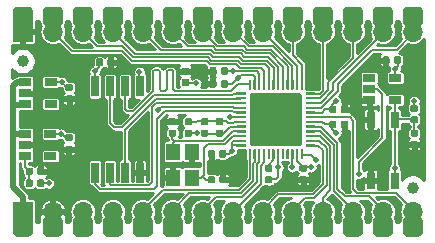
<source format=gbr>
G04 #@! TF.GenerationSoftware,KiCad,Pcbnew,(5.1.0-43-gfdfe5ea)*
G04 #@! TF.CreationDate,2019-03-25T11:45:27-07:00*
G04 #@! TF.ProjectId,lofive,6c6f6669-7665-42e6-9b69-6361645f7063,0*
G04 #@! TF.SameCoordinates,Original*
G04 #@! TF.FileFunction,Copper,L1,Top*
G04 #@! TF.FilePolarity,Positive*
%FSLAX46Y46*%
G04 Gerber Fmt 4.6, Leading zero omitted, Abs format (unit mm)*
G04 Created by KiCad (PCBNEW (5.1.0-43-gfdfe5ea)) date 2019-03-25 11:45:27*
%MOMM*%
%LPD*%
G04 APERTURE LIST*
%ADD10O,1.700000X1.700000*%
%ADD11R,1.700000X1.700000*%
%ADD12C,0.100000*%
%ADD13C,1.700000*%
%ADD14C,0.850000*%
%ADD15R,0.650000X1.700000*%
%ADD16R,0.700000X1.450000*%
%ADD17R,1.060000X0.650000*%
%ADD18C,0.590000*%
%ADD19C,4.450000*%
%ADD20C,0.200000*%
%ADD21C,1.000000*%
%ADD22R,1.200000X1.400000*%
%ADD23C,0.508000*%
%ADD24C,0.152400*%
%ADD25C,0.508000*%
%ADD26C,0.254000*%
G04 APERTURE END LIST*
D10*
X135890000Y-110490000D03*
X133350000Y-110490000D03*
X130810000Y-110490000D03*
X128270000Y-110490000D03*
X125730000Y-110490000D03*
X123190000Y-110490000D03*
X120650000Y-110490000D03*
X118110000Y-110490000D03*
X115570000Y-110490000D03*
X113030000Y-110490000D03*
X110490000Y-110490000D03*
X107950000Y-110490000D03*
X105410000Y-110490000D03*
D11*
X102870000Y-110490000D03*
D12*
G36*
X118576657Y-108372046D02*
G01*
X118617913Y-108378166D01*
X118658371Y-108388300D01*
X118697640Y-108402351D01*
X118735344Y-108420183D01*
X118771117Y-108441625D01*
X118804617Y-108466471D01*
X118835520Y-108494480D01*
X118863529Y-108525383D01*
X118888375Y-108558883D01*
X118909817Y-108594656D01*
X118927649Y-108632360D01*
X118941700Y-108671629D01*
X118951834Y-108712087D01*
X118957954Y-108753343D01*
X118960000Y-108795000D01*
X118960000Y-109645000D01*
X118957954Y-109686657D01*
X118951834Y-109727913D01*
X118941700Y-109768371D01*
X118927649Y-109807640D01*
X118909817Y-109845344D01*
X118888375Y-109881117D01*
X118863529Y-109914617D01*
X118835520Y-109945520D01*
X118804617Y-109973529D01*
X118771117Y-109998375D01*
X118735344Y-110019817D01*
X118697640Y-110037649D01*
X118658371Y-110051700D01*
X118617913Y-110061834D01*
X118576657Y-110067954D01*
X118535000Y-110070000D01*
X117685000Y-110070000D01*
X117643343Y-110067954D01*
X117602087Y-110061834D01*
X117561629Y-110051700D01*
X117522360Y-110037649D01*
X117484656Y-110019817D01*
X117448883Y-109998375D01*
X117415383Y-109973529D01*
X117384480Y-109945520D01*
X117356471Y-109914617D01*
X117331625Y-109881117D01*
X117310183Y-109845344D01*
X117292351Y-109807640D01*
X117278300Y-109768371D01*
X117268166Y-109727913D01*
X117262046Y-109686657D01*
X117260000Y-109645000D01*
X117260000Y-108795000D01*
X117262046Y-108753343D01*
X117268166Y-108712087D01*
X117278300Y-108671629D01*
X117292351Y-108632360D01*
X117310183Y-108594656D01*
X117331625Y-108558883D01*
X117356471Y-108525383D01*
X117384480Y-108494480D01*
X117415383Y-108466471D01*
X117448883Y-108441625D01*
X117484656Y-108420183D01*
X117522360Y-108402351D01*
X117561629Y-108388300D01*
X117602087Y-108378166D01*
X117643343Y-108372046D01*
X117685000Y-108370000D01*
X118535000Y-108370000D01*
X118576657Y-108372046D01*
X118576657Y-108372046D01*
G37*
D13*
X118110000Y-109220000D03*
D12*
G36*
X131276657Y-108372046D02*
G01*
X131317913Y-108378166D01*
X131358371Y-108388300D01*
X131397640Y-108402351D01*
X131435344Y-108420183D01*
X131471117Y-108441625D01*
X131504617Y-108466471D01*
X131535520Y-108494480D01*
X131563529Y-108525383D01*
X131588375Y-108558883D01*
X131609817Y-108594656D01*
X131627649Y-108632360D01*
X131641700Y-108671629D01*
X131651834Y-108712087D01*
X131657954Y-108753343D01*
X131660000Y-108795000D01*
X131660000Y-109645000D01*
X131657954Y-109686657D01*
X131651834Y-109727913D01*
X131641700Y-109768371D01*
X131627649Y-109807640D01*
X131609817Y-109845344D01*
X131588375Y-109881117D01*
X131563529Y-109914617D01*
X131535520Y-109945520D01*
X131504617Y-109973529D01*
X131471117Y-109998375D01*
X131435344Y-110019817D01*
X131397640Y-110037649D01*
X131358371Y-110051700D01*
X131317913Y-110061834D01*
X131276657Y-110067954D01*
X131235000Y-110070000D01*
X130385000Y-110070000D01*
X130343343Y-110067954D01*
X130302087Y-110061834D01*
X130261629Y-110051700D01*
X130222360Y-110037649D01*
X130184656Y-110019817D01*
X130148883Y-109998375D01*
X130115383Y-109973529D01*
X130084480Y-109945520D01*
X130056471Y-109914617D01*
X130031625Y-109881117D01*
X130010183Y-109845344D01*
X129992351Y-109807640D01*
X129978300Y-109768371D01*
X129968166Y-109727913D01*
X129962046Y-109686657D01*
X129960000Y-109645000D01*
X129960000Y-108795000D01*
X129962046Y-108753343D01*
X129968166Y-108712087D01*
X129978300Y-108671629D01*
X129992351Y-108632360D01*
X130010183Y-108594656D01*
X130031625Y-108558883D01*
X130056471Y-108525383D01*
X130084480Y-108494480D01*
X130115383Y-108466471D01*
X130148883Y-108441625D01*
X130184656Y-108420183D01*
X130222360Y-108402351D01*
X130261629Y-108388300D01*
X130302087Y-108378166D01*
X130343343Y-108372046D01*
X130385000Y-108370000D01*
X131235000Y-108370000D01*
X131276657Y-108372046D01*
X131276657Y-108372046D01*
G37*
D13*
X130810000Y-109220000D03*
D12*
G36*
X116036657Y-108372046D02*
G01*
X116077913Y-108378166D01*
X116118371Y-108388300D01*
X116157640Y-108402351D01*
X116195344Y-108420183D01*
X116231117Y-108441625D01*
X116264617Y-108466471D01*
X116295520Y-108494480D01*
X116323529Y-108525383D01*
X116348375Y-108558883D01*
X116369817Y-108594656D01*
X116387649Y-108632360D01*
X116401700Y-108671629D01*
X116411834Y-108712087D01*
X116417954Y-108753343D01*
X116420000Y-108795000D01*
X116420000Y-109645000D01*
X116417954Y-109686657D01*
X116411834Y-109727913D01*
X116401700Y-109768371D01*
X116387649Y-109807640D01*
X116369817Y-109845344D01*
X116348375Y-109881117D01*
X116323529Y-109914617D01*
X116295520Y-109945520D01*
X116264617Y-109973529D01*
X116231117Y-109998375D01*
X116195344Y-110019817D01*
X116157640Y-110037649D01*
X116118371Y-110051700D01*
X116077913Y-110061834D01*
X116036657Y-110067954D01*
X115995000Y-110070000D01*
X115145000Y-110070000D01*
X115103343Y-110067954D01*
X115062087Y-110061834D01*
X115021629Y-110051700D01*
X114982360Y-110037649D01*
X114944656Y-110019817D01*
X114908883Y-109998375D01*
X114875383Y-109973529D01*
X114844480Y-109945520D01*
X114816471Y-109914617D01*
X114791625Y-109881117D01*
X114770183Y-109845344D01*
X114752351Y-109807640D01*
X114738300Y-109768371D01*
X114728166Y-109727913D01*
X114722046Y-109686657D01*
X114720000Y-109645000D01*
X114720000Y-108795000D01*
X114722046Y-108753343D01*
X114728166Y-108712087D01*
X114738300Y-108671629D01*
X114752351Y-108632360D01*
X114770183Y-108594656D01*
X114791625Y-108558883D01*
X114816471Y-108525383D01*
X114844480Y-108494480D01*
X114875383Y-108466471D01*
X114908883Y-108441625D01*
X114944656Y-108420183D01*
X114982360Y-108402351D01*
X115021629Y-108388300D01*
X115062087Y-108378166D01*
X115103343Y-108372046D01*
X115145000Y-108370000D01*
X115995000Y-108370000D01*
X116036657Y-108372046D01*
X116036657Y-108372046D01*
G37*
D13*
X115570000Y-109220000D03*
D12*
G36*
X103336657Y-108372046D02*
G01*
X103377913Y-108378166D01*
X103418371Y-108388300D01*
X103457640Y-108402351D01*
X103495344Y-108420183D01*
X103531117Y-108441625D01*
X103564617Y-108466471D01*
X103595520Y-108494480D01*
X103623529Y-108525383D01*
X103648375Y-108558883D01*
X103669817Y-108594656D01*
X103687649Y-108632360D01*
X103701700Y-108671629D01*
X103711834Y-108712087D01*
X103717954Y-108753343D01*
X103720000Y-108795000D01*
X103720000Y-109645000D01*
X103717954Y-109686657D01*
X103711834Y-109727913D01*
X103701700Y-109768371D01*
X103687649Y-109807640D01*
X103669817Y-109845344D01*
X103648375Y-109881117D01*
X103623529Y-109914617D01*
X103595520Y-109945520D01*
X103564617Y-109973529D01*
X103531117Y-109998375D01*
X103495344Y-110019817D01*
X103457640Y-110037649D01*
X103418371Y-110051700D01*
X103377913Y-110061834D01*
X103336657Y-110067954D01*
X103295000Y-110070000D01*
X102445000Y-110070000D01*
X102403343Y-110067954D01*
X102362087Y-110061834D01*
X102321629Y-110051700D01*
X102282360Y-110037649D01*
X102244656Y-110019817D01*
X102208883Y-109998375D01*
X102175383Y-109973529D01*
X102144480Y-109945520D01*
X102116471Y-109914617D01*
X102091625Y-109881117D01*
X102070183Y-109845344D01*
X102052351Y-109807640D01*
X102038300Y-109768371D01*
X102028166Y-109727913D01*
X102022046Y-109686657D01*
X102020000Y-109645000D01*
X102020000Y-108795000D01*
X102022046Y-108753343D01*
X102028166Y-108712087D01*
X102038300Y-108671629D01*
X102052351Y-108632360D01*
X102070183Y-108594656D01*
X102091625Y-108558883D01*
X102116471Y-108525383D01*
X102144480Y-108494480D01*
X102175383Y-108466471D01*
X102208883Y-108441625D01*
X102244656Y-108420183D01*
X102282360Y-108402351D01*
X102321629Y-108388300D01*
X102362087Y-108378166D01*
X102403343Y-108372046D01*
X102445000Y-108370000D01*
X103295000Y-108370000D01*
X103336657Y-108372046D01*
X103336657Y-108372046D01*
G37*
D13*
X102870000Y-109220000D03*
D12*
G36*
X113496657Y-108372046D02*
G01*
X113537913Y-108378166D01*
X113578371Y-108388300D01*
X113617640Y-108402351D01*
X113655344Y-108420183D01*
X113691117Y-108441625D01*
X113724617Y-108466471D01*
X113755520Y-108494480D01*
X113783529Y-108525383D01*
X113808375Y-108558883D01*
X113829817Y-108594656D01*
X113847649Y-108632360D01*
X113861700Y-108671629D01*
X113871834Y-108712087D01*
X113877954Y-108753343D01*
X113880000Y-108795000D01*
X113880000Y-109645000D01*
X113877954Y-109686657D01*
X113871834Y-109727913D01*
X113861700Y-109768371D01*
X113847649Y-109807640D01*
X113829817Y-109845344D01*
X113808375Y-109881117D01*
X113783529Y-109914617D01*
X113755520Y-109945520D01*
X113724617Y-109973529D01*
X113691117Y-109998375D01*
X113655344Y-110019817D01*
X113617640Y-110037649D01*
X113578371Y-110051700D01*
X113537913Y-110061834D01*
X113496657Y-110067954D01*
X113455000Y-110070000D01*
X112605000Y-110070000D01*
X112563343Y-110067954D01*
X112522087Y-110061834D01*
X112481629Y-110051700D01*
X112442360Y-110037649D01*
X112404656Y-110019817D01*
X112368883Y-109998375D01*
X112335383Y-109973529D01*
X112304480Y-109945520D01*
X112276471Y-109914617D01*
X112251625Y-109881117D01*
X112230183Y-109845344D01*
X112212351Y-109807640D01*
X112198300Y-109768371D01*
X112188166Y-109727913D01*
X112182046Y-109686657D01*
X112180000Y-109645000D01*
X112180000Y-108795000D01*
X112182046Y-108753343D01*
X112188166Y-108712087D01*
X112198300Y-108671629D01*
X112212351Y-108632360D01*
X112230183Y-108594656D01*
X112251625Y-108558883D01*
X112276471Y-108525383D01*
X112304480Y-108494480D01*
X112335383Y-108466471D01*
X112368883Y-108441625D01*
X112404656Y-108420183D01*
X112442360Y-108402351D01*
X112481629Y-108388300D01*
X112522087Y-108378166D01*
X112563343Y-108372046D01*
X112605000Y-108370000D01*
X113455000Y-108370000D01*
X113496657Y-108372046D01*
X113496657Y-108372046D01*
G37*
D13*
X113030000Y-109220000D03*
D12*
G36*
X123656657Y-108372046D02*
G01*
X123697913Y-108378166D01*
X123738371Y-108388300D01*
X123777640Y-108402351D01*
X123815344Y-108420183D01*
X123851117Y-108441625D01*
X123884617Y-108466471D01*
X123915520Y-108494480D01*
X123943529Y-108525383D01*
X123968375Y-108558883D01*
X123989817Y-108594656D01*
X124007649Y-108632360D01*
X124021700Y-108671629D01*
X124031834Y-108712087D01*
X124037954Y-108753343D01*
X124040000Y-108795000D01*
X124040000Y-109645000D01*
X124037954Y-109686657D01*
X124031834Y-109727913D01*
X124021700Y-109768371D01*
X124007649Y-109807640D01*
X123989817Y-109845344D01*
X123968375Y-109881117D01*
X123943529Y-109914617D01*
X123915520Y-109945520D01*
X123884617Y-109973529D01*
X123851117Y-109998375D01*
X123815344Y-110019817D01*
X123777640Y-110037649D01*
X123738371Y-110051700D01*
X123697913Y-110061834D01*
X123656657Y-110067954D01*
X123615000Y-110070000D01*
X122765000Y-110070000D01*
X122723343Y-110067954D01*
X122682087Y-110061834D01*
X122641629Y-110051700D01*
X122602360Y-110037649D01*
X122564656Y-110019817D01*
X122528883Y-109998375D01*
X122495383Y-109973529D01*
X122464480Y-109945520D01*
X122436471Y-109914617D01*
X122411625Y-109881117D01*
X122390183Y-109845344D01*
X122372351Y-109807640D01*
X122358300Y-109768371D01*
X122348166Y-109727913D01*
X122342046Y-109686657D01*
X122340000Y-109645000D01*
X122340000Y-108795000D01*
X122342046Y-108753343D01*
X122348166Y-108712087D01*
X122358300Y-108671629D01*
X122372351Y-108632360D01*
X122390183Y-108594656D01*
X122411625Y-108558883D01*
X122436471Y-108525383D01*
X122464480Y-108494480D01*
X122495383Y-108466471D01*
X122528883Y-108441625D01*
X122564656Y-108420183D01*
X122602360Y-108402351D01*
X122641629Y-108388300D01*
X122682087Y-108378166D01*
X122723343Y-108372046D01*
X122765000Y-108370000D01*
X123615000Y-108370000D01*
X123656657Y-108372046D01*
X123656657Y-108372046D01*
G37*
D13*
X123190000Y-109220000D03*
D12*
G36*
X128736657Y-108372046D02*
G01*
X128777913Y-108378166D01*
X128818371Y-108388300D01*
X128857640Y-108402351D01*
X128895344Y-108420183D01*
X128931117Y-108441625D01*
X128964617Y-108466471D01*
X128995520Y-108494480D01*
X129023529Y-108525383D01*
X129048375Y-108558883D01*
X129069817Y-108594656D01*
X129087649Y-108632360D01*
X129101700Y-108671629D01*
X129111834Y-108712087D01*
X129117954Y-108753343D01*
X129120000Y-108795000D01*
X129120000Y-109645000D01*
X129117954Y-109686657D01*
X129111834Y-109727913D01*
X129101700Y-109768371D01*
X129087649Y-109807640D01*
X129069817Y-109845344D01*
X129048375Y-109881117D01*
X129023529Y-109914617D01*
X128995520Y-109945520D01*
X128964617Y-109973529D01*
X128931117Y-109998375D01*
X128895344Y-110019817D01*
X128857640Y-110037649D01*
X128818371Y-110051700D01*
X128777913Y-110061834D01*
X128736657Y-110067954D01*
X128695000Y-110070000D01*
X127845000Y-110070000D01*
X127803343Y-110067954D01*
X127762087Y-110061834D01*
X127721629Y-110051700D01*
X127682360Y-110037649D01*
X127644656Y-110019817D01*
X127608883Y-109998375D01*
X127575383Y-109973529D01*
X127544480Y-109945520D01*
X127516471Y-109914617D01*
X127491625Y-109881117D01*
X127470183Y-109845344D01*
X127452351Y-109807640D01*
X127438300Y-109768371D01*
X127428166Y-109727913D01*
X127422046Y-109686657D01*
X127420000Y-109645000D01*
X127420000Y-108795000D01*
X127422046Y-108753343D01*
X127428166Y-108712087D01*
X127438300Y-108671629D01*
X127452351Y-108632360D01*
X127470183Y-108594656D01*
X127491625Y-108558883D01*
X127516471Y-108525383D01*
X127544480Y-108494480D01*
X127575383Y-108466471D01*
X127608883Y-108441625D01*
X127644656Y-108420183D01*
X127682360Y-108402351D01*
X127721629Y-108388300D01*
X127762087Y-108378166D01*
X127803343Y-108372046D01*
X127845000Y-108370000D01*
X128695000Y-108370000D01*
X128736657Y-108372046D01*
X128736657Y-108372046D01*
G37*
D13*
X128270000Y-109220000D03*
D12*
G36*
X121116657Y-108372046D02*
G01*
X121157913Y-108378166D01*
X121198371Y-108388300D01*
X121237640Y-108402351D01*
X121275344Y-108420183D01*
X121311117Y-108441625D01*
X121344617Y-108466471D01*
X121375520Y-108494480D01*
X121403529Y-108525383D01*
X121428375Y-108558883D01*
X121449817Y-108594656D01*
X121467649Y-108632360D01*
X121481700Y-108671629D01*
X121491834Y-108712087D01*
X121497954Y-108753343D01*
X121500000Y-108795000D01*
X121500000Y-109645000D01*
X121497954Y-109686657D01*
X121491834Y-109727913D01*
X121481700Y-109768371D01*
X121467649Y-109807640D01*
X121449817Y-109845344D01*
X121428375Y-109881117D01*
X121403529Y-109914617D01*
X121375520Y-109945520D01*
X121344617Y-109973529D01*
X121311117Y-109998375D01*
X121275344Y-110019817D01*
X121237640Y-110037649D01*
X121198371Y-110051700D01*
X121157913Y-110061834D01*
X121116657Y-110067954D01*
X121075000Y-110070000D01*
X120225000Y-110070000D01*
X120183343Y-110067954D01*
X120142087Y-110061834D01*
X120101629Y-110051700D01*
X120062360Y-110037649D01*
X120024656Y-110019817D01*
X119988883Y-109998375D01*
X119955383Y-109973529D01*
X119924480Y-109945520D01*
X119896471Y-109914617D01*
X119871625Y-109881117D01*
X119850183Y-109845344D01*
X119832351Y-109807640D01*
X119818300Y-109768371D01*
X119808166Y-109727913D01*
X119802046Y-109686657D01*
X119800000Y-109645000D01*
X119800000Y-108795000D01*
X119802046Y-108753343D01*
X119808166Y-108712087D01*
X119818300Y-108671629D01*
X119832351Y-108632360D01*
X119850183Y-108594656D01*
X119871625Y-108558883D01*
X119896471Y-108525383D01*
X119924480Y-108494480D01*
X119955383Y-108466471D01*
X119988883Y-108441625D01*
X120024656Y-108420183D01*
X120062360Y-108402351D01*
X120101629Y-108388300D01*
X120142087Y-108378166D01*
X120183343Y-108372046D01*
X120225000Y-108370000D01*
X121075000Y-108370000D01*
X121116657Y-108372046D01*
X121116657Y-108372046D01*
G37*
D13*
X120650000Y-109220000D03*
D12*
G36*
X136356657Y-108372046D02*
G01*
X136397913Y-108378166D01*
X136438371Y-108388300D01*
X136477640Y-108402351D01*
X136515344Y-108420183D01*
X136551117Y-108441625D01*
X136584617Y-108466471D01*
X136615520Y-108494480D01*
X136643529Y-108525383D01*
X136668375Y-108558883D01*
X136689817Y-108594656D01*
X136707649Y-108632360D01*
X136721700Y-108671629D01*
X136731834Y-108712087D01*
X136737954Y-108753343D01*
X136740000Y-108795000D01*
X136740000Y-109645000D01*
X136737954Y-109686657D01*
X136731834Y-109727913D01*
X136721700Y-109768371D01*
X136707649Y-109807640D01*
X136689817Y-109845344D01*
X136668375Y-109881117D01*
X136643529Y-109914617D01*
X136615520Y-109945520D01*
X136584617Y-109973529D01*
X136551117Y-109998375D01*
X136515344Y-110019817D01*
X136477640Y-110037649D01*
X136438371Y-110051700D01*
X136397913Y-110061834D01*
X136356657Y-110067954D01*
X136315000Y-110070000D01*
X135465000Y-110070000D01*
X135423343Y-110067954D01*
X135382087Y-110061834D01*
X135341629Y-110051700D01*
X135302360Y-110037649D01*
X135264656Y-110019817D01*
X135228883Y-109998375D01*
X135195383Y-109973529D01*
X135164480Y-109945520D01*
X135136471Y-109914617D01*
X135111625Y-109881117D01*
X135090183Y-109845344D01*
X135072351Y-109807640D01*
X135058300Y-109768371D01*
X135048166Y-109727913D01*
X135042046Y-109686657D01*
X135040000Y-109645000D01*
X135040000Y-108795000D01*
X135042046Y-108753343D01*
X135048166Y-108712087D01*
X135058300Y-108671629D01*
X135072351Y-108632360D01*
X135090183Y-108594656D01*
X135111625Y-108558883D01*
X135136471Y-108525383D01*
X135164480Y-108494480D01*
X135195383Y-108466471D01*
X135228883Y-108441625D01*
X135264656Y-108420183D01*
X135302360Y-108402351D01*
X135341629Y-108388300D01*
X135382087Y-108378166D01*
X135423343Y-108372046D01*
X135465000Y-108370000D01*
X136315000Y-108370000D01*
X136356657Y-108372046D01*
X136356657Y-108372046D01*
G37*
D13*
X135890000Y-109220000D03*
D12*
G36*
X110956657Y-108372046D02*
G01*
X110997913Y-108378166D01*
X111038371Y-108388300D01*
X111077640Y-108402351D01*
X111115344Y-108420183D01*
X111151117Y-108441625D01*
X111184617Y-108466471D01*
X111215520Y-108494480D01*
X111243529Y-108525383D01*
X111268375Y-108558883D01*
X111289817Y-108594656D01*
X111307649Y-108632360D01*
X111321700Y-108671629D01*
X111331834Y-108712087D01*
X111337954Y-108753343D01*
X111340000Y-108795000D01*
X111340000Y-109645000D01*
X111337954Y-109686657D01*
X111331834Y-109727913D01*
X111321700Y-109768371D01*
X111307649Y-109807640D01*
X111289817Y-109845344D01*
X111268375Y-109881117D01*
X111243529Y-109914617D01*
X111215520Y-109945520D01*
X111184617Y-109973529D01*
X111151117Y-109998375D01*
X111115344Y-110019817D01*
X111077640Y-110037649D01*
X111038371Y-110051700D01*
X110997913Y-110061834D01*
X110956657Y-110067954D01*
X110915000Y-110070000D01*
X110065000Y-110070000D01*
X110023343Y-110067954D01*
X109982087Y-110061834D01*
X109941629Y-110051700D01*
X109902360Y-110037649D01*
X109864656Y-110019817D01*
X109828883Y-109998375D01*
X109795383Y-109973529D01*
X109764480Y-109945520D01*
X109736471Y-109914617D01*
X109711625Y-109881117D01*
X109690183Y-109845344D01*
X109672351Y-109807640D01*
X109658300Y-109768371D01*
X109648166Y-109727913D01*
X109642046Y-109686657D01*
X109640000Y-109645000D01*
X109640000Y-108795000D01*
X109642046Y-108753343D01*
X109648166Y-108712087D01*
X109658300Y-108671629D01*
X109672351Y-108632360D01*
X109690183Y-108594656D01*
X109711625Y-108558883D01*
X109736471Y-108525383D01*
X109764480Y-108494480D01*
X109795383Y-108466471D01*
X109828883Y-108441625D01*
X109864656Y-108420183D01*
X109902360Y-108402351D01*
X109941629Y-108388300D01*
X109982087Y-108378166D01*
X110023343Y-108372046D01*
X110065000Y-108370000D01*
X110915000Y-108370000D01*
X110956657Y-108372046D01*
X110956657Y-108372046D01*
G37*
D13*
X110490000Y-109220000D03*
D12*
G36*
X105876657Y-108372046D02*
G01*
X105917913Y-108378166D01*
X105958371Y-108388300D01*
X105997640Y-108402351D01*
X106035344Y-108420183D01*
X106071117Y-108441625D01*
X106104617Y-108466471D01*
X106135520Y-108494480D01*
X106163529Y-108525383D01*
X106188375Y-108558883D01*
X106209817Y-108594656D01*
X106227649Y-108632360D01*
X106241700Y-108671629D01*
X106251834Y-108712087D01*
X106257954Y-108753343D01*
X106260000Y-108795000D01*
X106260000Y-109645000D01*
X106257954Y-109686657D01*
X106251834Y-109727913D01*
X106241700Y-109768371D01*
X106227649Y-109807640D01*
X106209817Y-109845344D01*
X106188375Y-109881117D01*
X106163529Y-109914617D01*
X106135520Y-109945520D01*
X106104617Y-109973529D01*
X106071117Y-109998375D01*
X106035344Y-110019817D01*
X105997640Y-110037649D01*
X105958371Y-110051700D01*
X105917913Y-110061834D01*
X105876657Y-110067954D01*
X105835000Y-110070000D01*
X104985000Y-110070000D01*
X104943343Y-110067954D01*
X104902087Y-110061834D01*
X104861629Y-110051700D01*
X104822360Y-110037649D01*
X104784656Y-110019817D01*
X104748883Y-109998375D01*
X104715383Y-109973529D01*
X104684480Y-109945520D01*
X104656471Y-109914617D01*
X104631625Y-109881117D01*
X104610183Y-109845344D01*
X104592351Y-109807640D01*
X104578300Y-109768371D01*
X104568166Y-109727913D01*
X104562046Y-109686657D01*
X104560000Y-109645000D01*
X104560000Y-108795000D01*
X104562046Y-108753343D01*
X104568166Y-108712087D01*
X104578300Y-108671629D01*
X104592351Y-108632360D01*
X104610183Y-108594656D01*
X104631625Y-108558883D01*
X104656471Y-108525383D01*
X104684480Y-108494480D01*
X104715383Y-108466471D01*
X104748883Y-108441625D01*
X104784656Y-108420183D01*
X104822360Y-108402351D01*
X104861629Y-108388300D01*
X104902087Y-108378166D01*
X104943343Y-108372046D01*
X104985000Y-108370000D01*
X105835000Y-108370000D01*
X105876657Y-108372046D01*
X105876657Y-108372046D01*
G37*
D13*
X105410000Y-109220000D03*
D12*
G36*
X108416657Y-108372046D02*
G01*
X108457913Y-108378166D01*
X108498371Y-108388300D01*
X108537640Y-108402351D01*
X108575344Y-108420183D01*
X108611117Y-108441625D01*
X108644617Y-108466471D01*
X108675520Y-108494480D01*
X108703529Y-108525383D01*
X108728375Y-108558883D01*
X108749817Y-108594656D01*
X108767649Y-108632360D01*
X108781700Y-108671629D01*
X108791834Y-108712087D01*
X108797954Y-108753343D01*
X108800000Y-108795000D01*
X108800000Y-109645000D01*
X108797954Y-109686657D01*
X108791834Y-109727913D01*
X108781700Y-109768371D01*
X108767649Y-109807640D01*
X108749817Y-109845344D01*
X108728375Y-109881117D01*
X108703529Y-109914617D01*
X108675520Y-109945520D01*
X108644617Y-109973529D01*
X108611117Y-109998375D01*
X108575344Y-110019817D01*
X108537640Y-110037649D01*
X108498371Y-110051700D01*
X108457913Y-110061834D01*
X108416657Y-110067954D01*
X108375000Y-110070000D01*
X107525000Y-110070000D01*
X107483343Y-110067954D01*
X107442087Y-110061834D01*
X107401629Y-110051700D01*
X107362360Y-110037649D01*
X107324656Y-110019817D01*
X107288883Y-109998375D01*
X107255383Y-109973529D01*
X107224480Y-109945520D01*
X107196471Y-109914617D01*
X107171625Y-109881117D01*
X107150183Y-109845344D01*
X107132351Y-109807640D01*
X107118300Y-109768371D01*
X107108166Y-109727913D01*
X107102046Y-109686657D01*
X107100000Y-109645000D01*
X107100000Y-108795000D01*
X107102046Y-108753343D01*
X107108166Y-108712087D01*
X107118300Y-108671629D01*
X107132351Y-108632360D01*
X107150183Y-108594656D01*
X107171625Y-108558883D01*
X107196471Y-108525383D01*
X107224480Y-108494480D01*
X107255383Y-108466471D01*
X107288883Y-108441625D01*
X107324656Y-108420183D01*
X107362360Y-108402351D01*
X107401629Y-108388300D01*
X107442087Y-108378166D01*
X107483343Y-108372046D01*
X107525000Y-108370000D01*
X108375000Y-108370000D01*
X108416657Y-108372046D01*
X108416657Y-108372046D01*
G37*
D13*
X107950000Y-109220000D03*
D12*
G36*
X126196657Y-108372046D02*
G01*
X126237913Y-108378166D01*
X126278371Y-108388300D01*
X126317640Y-108402351D01*
X126355344Y-108420183D01*
X126391117Y-108441625D01*
X126424617Y-108466471D01*
X126455520Y-108494480D01*
X126483529Y-108525383D01*
X126508375Y-108558883D01*
X126529817Y-108594656D01*
X126547649Y-108632360D01*
X126561700Y-108671629D01*
X126571834Y-108712087D01*
X126577954Y-108753343D01*
X126580000Y-108795000D01*
X126580000Y-109645000D01*
X126577954Y-109686657D01*
X126571834Y-109727913D01*
X126561700Y-109768371D01*
X126547649Y-109807640D01*
X126529817Y-109845344D01*
X126508375Y-109881117D01*
X126483529Y-109914617D01*
X126455520Y-109945520D01*
X126424617Y-109973529D01*
X126391117Y-109998375D01*
X126355344Y-110019817D01*
X126317640Y-110037649D01*
X126278371Y-110051700D01*
X126237913Y-110061834D01*
X126196657Y-110067954D01*
X126155000Y-110070000D01*
X125305000Y-110070000D01*
X125263343Y-110067954D01*
X125222087Y-110061834D01*
X125181629Y-110051700D01*
X125142360Y-110037649D01*
X125104656Y-110019817D01*
X125068883Y-109998375D01*
X125035383Y-109973529D01*
X125004480Y-109945520D01*
X124976471Y-109914617D01*
X124951625Y-109881117D01*
X124930183Y-109845344D01*
X124912351Y-109807640D01*
X124898300Y-109768371D01*
X124888166Y-109727913D01*
X124882046Y-109686657D01*
X124880000Y-109645000D01*
X124880000Y-108795000D01*
X124882046Y-108753343D01*
X124888166Y-108712087D01*
X124898300Y-108671629D01*
X124912351Y-108632360D01*
X124930183Y-108594656D01*
X124951625Y-108558883D01*
X124976471Y-108525383D01*
X125004480Y-108494480D01*
X125035383Y-108466471D01*
X125068883Y-108441625D01*
X125104656Y-108420183D01*
X125142360Y-108402351D01*
X125181629Y-108388300D01*
X125222087Y-108378166D01*
X125263343Y-108372046D01*
X125305000Y-108370000D01*
X126155000Y-108370000D01*
X126196657Y-108372046D01*
X126196657Y-108372046D01*
G37*
D13*
X125730000Y-109220000D03*
D12*
G36*
X133816657Y-108372046D02*
G01*
X133857913Y-108378166D01*
X133898371Y-108388300D01*
X133937640Y-108402351D01*
X133975344Y-108420183D01*
X134011117Y-108441625D01*
X134044617Y-108466471D01*
X134075520Y-108494480D01*
X134103529Y-108525383D01*
X134128375Y-108558883D01*
X134149817Y-108594656D01*
X134167649Y-108632360D01*
X134181700Y-108671629D01*
X134191834Y-108712087D01*
X134197954Y-108753343D01*
X134200000Y-108795000D01*
X134200000Y-109645000D01*
X134197954Y-109686657D01*
X134191834Y-109727913D01*
X134181700Y-109768371D01*
X134167649Y-109807640D01*
X134149817Y-109845344D01*
X134128375Y-109881117D01*
X134103529Y-109914617D01*
X134075520Y-109945520D01*
X134044617Y-109973529D01*
X134011117Y-109998375D01*
X133975344Y-110019817D01*
X133937640Y-110037649D01*
X133898371Y-110051700D01*
X133857913Y-110061834D01*
X133816657Y-110067954D01*
X133775000Y-110070000D01*
X132925000Y-110070000D01*
X132883343Y-110067954D01*
X132842087Y-110061834D01*
X132801629Y-110051700D01*
X132762360Y-110037649D01*
X132724656Y-110019817D01*
X132688883Y-109998375D01*
X132655383Y-109973529D01*
X132624480Y-109945520D01*
X132596471Y-109914617D01*
X132571625Y-109881117D01*
X132550183Y-109845344D01*
X132532351Y-109807640D01*
X132518300Y-109768371D01*
X132508166Y-109727913D01*
X132502046Y-109686657D01*
X132500000Y-109645000D01*
X132500000Y-108795000D01*
X132502046Y-108753343D01*
X132508166Y-108712087D01*
X132518300Y-108671629D01*
X132532351Y-108632360D01*
X132550183Y-108594656D01*
X132571625Y-108558883D01*
X132596471Y-108525383D01*
X132624480Y-108494480D01*
X132655383Y-108466471D01*
X132688883Y-108441625D01*
X132724656Y-108420183D01*
X132762360Y-108402351D01*
X132801629Y-108388300D01*
X132842087Y-108378166D01*
X132883343Y-108372046D01*
X132925000Y-108370000D01*
X133775000Y-108370000D01*
X133816657Y-108372046D01*
X133816657Y-108372046D01*
G37*
D13*
X133350000Y-109220000D03*
D10*
X135890000Y-125730000D03*
X133350000Y-125730000D03*
X130810000Y-125730000D03*
X128270000Y-125730000D03*
X125730000Y-125730000D03*
X123190000Y-125730000D03*
X120650000Y-125730000D03*
X118110000Y-125730000D03*
X115570000Y-125730000D03*
X113030000Y-125730000D03*
X110490000Y-125730000D03*
X107950000Y-125730000D03*
X105410000Y-125730000D03*
D11*
X102870000Y-125730000D03*
D12*
G36*
X118576657Y-126152046D02*
G01*
X118617913Y-126158166D01*
X118658371Y-126168300D01*
X118697640Y-126182351D01*
X118735344Y-126200183D01*
X118771117Y-126221625D01*
X118804617Y-126246471D01*
X118835520Y-126274480D01*
X118863529Y-126305383D01*
X118888375Y-126338883D01*
X118909817Y-126374656D01*
X118927649Y-126412360D01*
X118941700Y-126451629D01*
X118951834Y-126492087D01*
X118957954Y-126533343D01*
X118960000Y-126575000D01*
X118960000Y-127425000D01*
X118957954Y-127466657D01*
X118951834Y-127507913D01*
X118941700Y-127548371D01*
X118927649Y-127587640D01*
X118909817Y-127625344D01*
X118888375Y-127661117D01*
X118863529Y-127694617D01*
X118835520Y-127725520D01*
X118804617Y-127753529D01*
X118771117Y-127778375D01*
X118735344Y-127799817D01*
X118697640Y-127817649D01*
X118658371Y-127831700D01*
X118617913Y-127841834D01*
X118576657Y-127847954D01*
X118535000Y-127850000D01*
X117685000Y-127850000D01*
X117643343Y-127847954D01*
X117602087Y-127841834D01*
X117561629Y-127831700D01*
X117522360Y-127817649D01*
X117484656Y-127799817D01*
X117448883Y-127778375D01*
X117415383Y-127753529D01*
X117384480Y-127725520D01*
X117356471Y-127694617D01*
X117331625Y-127661117D01*
X117310183Y-127625344D01*
X117292351Y-127587640D01*
X117278300Y-127548371D01*
X117268166Y-127507913D01*
X117262046Y-127466657D01*
X117260000Y-127425000D01*
X117260000Y-126575000D01*
X117262046Y-126533343D01*
X117268166Y-126492087D01*
X117278300Y-126451629D01*
X117292351Y-126412360D01*
X117310183Y-126374656D01*
X117331625Y-126338883D01*
X117356471Y-126305383D01*
X117384480Y-126274480D01*
X117415383Y-126246471D01*
X117448883Y-126221625D01*
X117484656Y-126200183D01*
X117522360Y-126182351D01*
X117561629Y-126168300D01*
X117602087Y-126158166D01*
X117643343Y-126152046D01*
X117685000Y-126150000D01*
X118535000Y-126150000D01*
X118576657Y-126152046D01*
X118576657Y-126152046D01*
G37*
D13*
X118110000Y-127000000D03*
D12*
G36*
X131276657Y-126152046D02*
G01*
X131317913Y-126158166D01*
X131358371Y-126168300D01*
X131397640Y-126182351D01*
X131435344Y-126200183D01*
X131471117Y-126221625D01*
X131504617Y-126246471D01*
X131535520Y-126274480D01*
X131563529Y-126305383D01*
X131588375Y-126338883D01*
X131609817Y-126374656D01*
X131627649Y-126412360D01*
X131641700Y-126451629D01*
X131651834Y-126492087D01*
X131657954Y-126533343D01*
X131660000Y-126575000D01*
X131660000Y-127425000D01*
X131657954Y-127466657D01*
X131651834Y-127507913D01*
X131641700Y-127548371D01*
X131627649Y-127587640D01*
X131609817Y-127625344D01*
X131588375Y-127661117D01*
X131563529Y-127694617D01*
X131535520Y-127725520D01*
X131504617Y-127753529D01*
X131471117Y-127778375D01*
X131435344Y-127799817D01*
X131397640Y-127817649D01*
X131358371Y-127831700D01*
X131317913Y-127841834D01*
X131276657Y-127847954D01*
X131235000Y-127850000D01*
X130385000Y-127850000D01*
X130343343Y-127847954D01*
X130302087Y-127841834D01*
X130261629Y-127831700D01*
X130222360Y-127817649D01*
X130184656Y-127799817D01*
X130148883Y-127778375D01*
X130115383Y-127753529D01*
X130084480Y-127725520D01*
X130056471Y-127694617D01*
X130031625Y-127661117D01*
X130010183Y-127625344D01*
X129992351Y-127587640D01*
X129978300Y-127548371D01*
X129968166Y-127507913D01*
X129962046Y-127466657D01*
X129960000Y-127425000D01*
X129960000Y-126575000D01*
X129962046Y-126533343D01*
X129968166Y-126492087D01*
X129978300Y-126451629D01*
X129992351Y-126412360D01*
X130010183Y-126374656D01*
X130031625Y-126338883D01*
X130056471Y-126305383D01*
X130084480Y-126274480D01*
X130115383Y-126246471D01*
X130148883Y-126221625D01*
X130184656Y-126200183D01*
X130222360Y-126182351D01*
X130261629Y-126168300D01*
X130302087Y-126158166D01*
X130343343Y-126152046D01*
X130385000Y-126150000D01*
X131235000Y-126150000D01*
X131276657Y-126152046D01*
X131276657Y-126152046D01*
G37*
D13*
X130810000Y-127000000D03*
D12*
G36*
X116036657Y-126152046D02*
G01*
X116077913Y-126158166D01*
X116118371Y-126168300D01*
X116157640Y-126182351D01*
X116195344Y-126200183D01*
X116231117Y-126221625D01*
X116264617Y-126246471D01*
X116295520Y-126274480D01*
X116323529Y-126305383D01*
X116348375Y-126338883D01*
X116369817Y-126374656D01*
X116387649Y-126412360D01*
X116401700Y-126451629D01*
X116411834Y-126492087D01*
X116417954Y-126533343D01*
X116420000Y-126575000D01*
X116420000Y-127425000D01*
X116417954Y-127466657D01*
X116411834Y-127507913D01*
X116401700Y-127548371D01*
X116387649Y-127587640D01*
X116369817Y-127625344D01*
X116348375Y-127661117D01*
X116323529Y-127694617D01*
X116295520Y-127725520D01*
X116264617Y-127753529D01*
X116231117Y-127778375D01*
X116195344Y-127799817D01*
X116157640Y-127817649D01*
X116118371Y-127831700D01*
X116077913Y-127841834D01*
X116036657Y-127847954D01*
X115995000Y-127850000D01*
X115145000Y-127850000D01*
X115103343Y-127847954D01*
X115062087Y-127841834D01*
X115021629Y-127831700D01*
X114982360Y-127817649D01*
X114944656Y-127799817D01*
X114908883Y-127778375D01*
X114875383Y-127753529D01*
X114844480Y-127725520D01*
X114816471Y-127694617D01*
X114791625Y-127661117D01*
X114770183Y-127625344D01*
X114752351Y-127587640D01*
X114738300Y-127548371D01*
X114728166Y-127507913D01*
X114722046Y-127466657D01*
X114720000Y-127425000D01*
X114720000Y-126575000D01*
X114722046Y-126533343D01*
X114728166Y-126492087D01*
X114738300Y-126451629D01*
X114752351Y-126412360D01*
X114770183Y-126374656D01*
X114791625Y-126338883D01*
X114816471Y-126305383D01*
X114844480Y-126274480D01*
X114875383Y-126246471D01*
X114908883Y-126221625D01*
X114944656Y-126200183D01*
X114982360Y-126182351D01*
X115021629Y-126168300D01*
X115062087Y-126158166D01*
X115103343Y-126152046D01*
X115145000Y-126150000D01*
X115995000Y-126150000D01*
X116036657Y-126152046D01*
X116036657Y-126152046D01*
G37*
D13*
X115570000Y-127000000D03*
D12*
G36*
X103336657Y-126152046D02*
G01*
X103377913Y-126158166D01*
X103418371Y-126168300D01*
X103457640Y-126182351D01*
X103495344Y-126200183D01*
X103531117Y-126221625D01*
X103564617Y-126246471D01*
X103595520Y-126274480D01*
X103623529Y-126305383D01*
X103648375Y-126338883D01*
X103669817Y-126374656D01*
X103687649Y-126412360D01*
X103701700Y-126451629D01*
X103711834Y-126492087D01*
X103717954Y-126533343D01*
X103720000Y-126575000D01*
X103720000Y-127425000D01*
X103717954Y-127466657D01*
X103711834Y-127507913D01*
X103701700Y-127548371D01*
X103687649Y-127587640D01*
X103669817Y-127625344D01*
X103648375Y-127661117D01*
X103623529Y-127694617D01*
X103595520Y-127725520D01*
X103564617Y-127753529D01*
X103531117Y-127778375D01*
X103495344Y-127799817D01*
X103457640Y-127817649D01*
X103418371Y-127831700D01*
X103377913Y-127841834D01*
X103336657Y-127847954D01*
X103295000Y-127850000D01*
X102445000Y-127850000D01*
X102403343Y-127847954D01*
X102362087Y-127841834D01*
X102321629Y-127831700D01*
X102282360Y-127817649D01*
X102244656Y-127799817D01*
X102208883Y-127778375D01*
X102175383Y-127753529D01*
X102144480Y-127725520D01*
X102116471Y-127694617D01*
X102091625Y-127661117D01*
X102070183Y-127625344D01*
X102052351Y-127587640D01*
X102038300Y-127548371D01*
X102028166Y-127507913D01*
X102022046Y-127466657D01*
X102020000Y-127425000D01*
X102020000Y-126575000D01*
X102022046Y-126533343D01*
X102028166Y-126492087D01*
X102038300Y-126451629D01*
X102052351Y-126412360D01*
X102070183Y-126374656D01*
X102091625Y-126338883D01*
X102116471Y-126305383D01*
X102144480Y-126274480D01*
X102175383Y-126246471D01*
X102208883Y-126221625D01*
X102244656Y-126200183D01*
X102282360Y-126182351D01*
X102321629Y-126168300D01*
X102362087Y-126158166D01*
X102403343Y-126152046D01*
X102445000Y-126150000D01*
X103295000Y-126150000D01*
X103336657Y-126152046D01*
X103336657Y-126152046D01*
G37*
D13*
X102870000Y-127000000D03*
D12*
G36*
X113496657Y-126152046D02*
G01*
X113537913Y-126158166D01*
X113578371Y-126168300D01*
X113617640Y-126182351D01*
X113655344Y-126200183D01*
X113691117Y-126221625D01*
X113724617Y-126246471D01*
X113755520Y-126274480D01*
X113783529Y-126305383D01*
X113808375Y-126338883D01*
X113829817Y-126374656D01*
X113847649Y-126412360D01*
X113861700Y-126451629D01*
X113871834Y-126492087D01*
X113877954Y-126533343D01*
X113880000Y-126575000D01*
X113880000Y-127425000D01*
X113877954Y-127466657D01*
X113871834Y-127507913D01*
X113861700Y-127548371D01*
X113847649Y-127587640D01*
X113829817Y-127625344D01*
X113808375Y-127661117D01*
X113783529Y-127694617D01*
X113755520Y-127725520D01*
X113724617Y-127753529D01*
X113691117Y-127778375D01*
X113655344Y-127799817D01*
X113617640Y-127817649D01*
X113578371Y-127831700D01*
X113537913Y-127841834D01*
X113496657Y-127847954D01*
X113455000Y-127850000D01*
X112605000Y-127850000D01*
X112563343Y-127847954D01*
X112522087Y-127841834D01*
X112481629Y-127831700D01*
X112442360Y-127817649D01*
X112404656Y-127799817D01*
X112368883Y-127778375D01*
X112335383Y-127753529D01*
X112304480Y-127725520D01*
X112276471Y-127694617D01*
X112251625Y-127661117D01*
X112230183Y-127625344D01*
X112212351Y-127587640D01*
X112198300Y-127548371D01*
X112188166Y-127507913D01*
X112182046Y-127466657D01*
X112180000Y-127425000D01*
X112180000Y-126575000D01*
X112182046Y-126533343D01*
X112188166Y-126492087D01*
X112198300Y-126451629D01*
X112212351Y-126412360D01*
X112230183Y-126374656D01*
X112251625Y-126338883D01*
X112276471Y-126305383D01*
X112304480Y-126274480D01*
X112335383Y-126246471D01*
X112368883Y-126221625D01*
X112404656Y-126200183D01*
X112442360Y-126182351D01*
X112481629Y-126168300D01*
X112522087Y-126158166D01*
X112563343Y-126152046D01*
X112605000Y-126150000D01*
X113455000Y-126150000D01*
X113496657Y-126152046D01*
X113496657Y-126152046D01*
G37*
D13*
X113030000Y-127000000D03*
D14*
X123190000Y-127000000D03*
D12*
G36*
X123656657Y-126152046D02*
G01*
X123697913Y-126158166D01*
X123738371Y-126168300D01*
X123777640Y-126182351D01*
X123815344Y-126200183D01*
X123851117Y-126221625D01*
X123884617Y-126246471D01*
X123915520Y-126274480D01*
X123943529Y-126305383D01*
X123968375Y-126338883D01*
X123989817Y-126374656D01*
X124007649Y-126412360D01*
X124021700Y-126451629D01*
X124031834Y-126492087D01*
X124037954Y-126533343D01*
X124040000Y-126575000D01*
X124040000Y-127425000D01*
X124037954Y-127466657D01*
X124031834Y-127507913D01*
X124021700Y-127548371D01*
X124007649Y-127587640D01*
X123989817Y-127625344D01*
X123968375Y-127661117D01*
X123943529Y-127694617D01*
X123915520Y-127725520D01*
X123884617Y-127753529D01*
X123851117Y-127778375D01*
X123815344Y-127799817D01*
X123777640Y-127817649D01*
X123738371Y-127831700D01*
X123697913Y-127841834D01*
X123656657Y-127847954D01*
X123615000Y-127850000D01*
X122765000Y-127850000D01*
X122723343Y-127847954D01*
X122682087Y-127841834D01*
X122641629Y-127831700D01*
X122602360Y-127817649D01*
X122564656Y-127799817D01*
X122528883Y-127778375D01*
X122495383Y-127753529D01*
X122464480Y-127725520D01*
X122436471Y-127694617D01*
X122411625Y-127661117D01*
X122390183Y-127625344D01*
X122372351Y-127587640D01*
X122358300Y-127548371D01*
X122348166Y-127507913D01*
X122342046Y-127466657D01*
X122340000Y-127425000D01*
X122340000Y-126575000D01*
X122342046Y-126533343D01*
X122348166Y-126492087D01*
X122358300Y-126451629D01*
X122372351Y-126412360D01*
X122390183Y-126374656D01*
X122411625Y-126338883D01*
X122436471Y-126305383D01*
X122464480Y-126274480D01*
X122495383Y-126246471D01*
X122528883Y-126221625D01*
X122564656Y-126200183D01*
X122602360Y-126182351D01*
X122641629Y-126168300D01*
X122682087Y-126158166D01*
X122723343Y-126152046D01*
X122765000Y-126150000D01*
X123615000Y-126150000D01*
X123656657Y-126152046D01*
X123656657Y-126152046D01*
G37*
G36*
X128736657Y-126152046D02*
G01*
X128777913Y-126158166D01*
X128818371Y-126168300D01*
X128857640Y-126182351D01*
X128895344Y-126200183D01*
X128931117Y-126221625D01*
X128964617Y-126246471D01*
X128995520Y-126274480D01*
X129023529Y-126305383D01*
X129048375Y-126338883D01*
X129069817Y-126374656D01*
X129087649Y-126412360D01*
X129101700Y-126451629D01*
X129111834Y-126492087D01*
X129117954Y-126533343D01*
X129120000Y-126575000D01*
X129120000Y-127425000D01*
X129117954Y-127466657D01*
X129111834Y-127507913D01*
X129101700Y-127548371D01*
X129087649Y-127587640D01*
X129069817Y-127625344D01*
X129048375Y-127661117D01*
X129023529Y-127694617D01*
X128995520Y-127725520D01*
X128964617Y-127753529D01*
X128931117Y-127778375D01*
X128895344Y-127799817D01*
X128857640Y-127817649D01*
X128818371Y-127831700D01*
X128777913Y-127841834D01*
X128736657Y-127847954D01*
X128695000Y-127850000D01*
X127845000Y-127850000D01*
X127803343Y-127847954D01*
X127762087Y-127841834D01*
X127721629Y-127831700D01*
X127682360Y-127817649D01*
X127644656Y-127799817D01*
X127608883Y-127778375D01*
X127575383Y-127753529D01*
X127544480Y-127725520D01*
X127516471Y-127694617D01*
X127491625Y-127661117D01*
X127470183Y-127625344D01*
X127452351Y-127587640D01*
X127438300Y-127548371D01*
X127428166Y-127507913D01*
X127422046Y-127466657D01*
X127420000Y-127425000D01*
X127420000Y-126575000D01*
X127422046Y-126533343D01*
X127428166Y-126492087D01*
X127438300Y-126451629D01*
X127452351Y-126412360D01*
X127470183Y-126374656D01*
X127491625Y-126338883D01*
X127516471Y-126305383D01*
X127544480Y-126274480D01*
X127575383Y-126246471D01*
X127608883Y-126221625D01*
X127644656Y-126200183D01*
X127682360Y-126182351D01*
X127721629Y-126168300D01*
X127762087Y-126158166D01*
X127803343Y-126152046D01*
X127845000Y-126150000D01*
X128695000Y-126150000D01*
X128736657Y-126152046D01*
X128736657Y-126152046D01*
G37*
D13*
X128270000Y-127000000D03*
D12*
G36*
X121116657Y-126152046D02*
G01*
X121157913Y-126158166D01*
X121198371Y-126168300D01*
X121237640Y-126182351D01*
X121275344Y-126200183D01*
X121311117Y-126221625D01*
X121344617Y-126246471D01*
X121375520Y-126274480D01*
X121403529Y-126305383D01*
X121428375Y-126338883D01*
X121449817Y-126374656D01*
X121467649Y-126412360D01*
X121481700Y-126451629D01*
X121491834Y-126492087D01*
X121497954Y-126533343D01*
X121500000Y-126575000D01*
X121500000Y-127425000D01*
X121497954Y-127466657D01*
X121491834Y-127507913D01*
X121481700Y-127548371D01*
X121467649Y-127587640D01*
X121449817Y-127625344D01*
X121428375Y-127661117D01*
X121403529Y-127694617D01*
X121375520Y-127725520D01*
X121344617Y-127753529D01*
X121311117Y-127778375D01*
X121275344Y-127799817D01*
X121237640Y-127817649D01*
X121198371Y-127831700D01*
X121157913Y-127841834D01*
X121116657Y-127847954D01*
X121075000Y-127850000D01*
X120225000Y-127850000D01*
X120183343Y-127847954D01*
X120142087Y-127841834D01*
X120101629Y-127831700D01*
X120062360Y-127817649D01*
X120024656Y-127799817D01*
X119988883Y-127778375D01*
X119955383Y-127753529D01*
X119924480Y-127725520D01*
X119896471Y-127694617D01*
X119871625Y-127661117D01*
X119850183Y-127625344D01*
X119832351Y-127587640D01*
X119818300Y-127548371D01*
X119808166Y-127507913D01*
X119802046Y-127466657D01*
X119800000Y-127425000D01*
X119800000Y-126575000D01*
X119802046Y-126533343D01*
X119808166Y-126492087D01*
X119818300Y-126451629D01*
X119832351Y-126412360D01*
X119850183Y-126374656D01*
X119871625Y-126338883D01*
X119896471Y-126305383D01*
X119924480Y-126274480D01*
X119955383Y-126246471D01*
X119988883Y-126221625D01*
X120024656Y-126200183D01*
X120062360Y-126182351D01*
X120101629Y-126168300D01*
X120142087Y-126158166D01*
X120183343Y-126152046D01*
X120225000Y-126150000D01*
X121075000Y-126150000D01*
X121116657Y-126152046D01*
X121116657Y-126152046D01*
G37*
D13*
X120650000Y-127000000D03*
D12*
G36*
X136356657Y-126152046D02*
G01*
X136397913Y-126158166D01*
X136438371Y-126168300D01*
X136477640Y-126182351D01*
X136515344Y-126200183D01*
X136551117Y-126221625D01*
X136584617Y-126246471D01*
X136615520Y-126274480D01*
X136643529Y-126305383D01*
X136668375Y-126338883D01*
X136689817Y-126374656D01*
X136707649Y-126412360D01*
X136721700Y-126451629D01*
X136731834Y-126492087D01*
X136737954Y-126533343D01*
X136740000Y-126575000D01*
X136740000Y-127425000D01*
X136737954Y-127466657D01*
X136731834Y-127507913D01*
X136721700Y-127548371D01*
X136707649Y-127587640D01*
X136689817Y-127625344D01*
X136668375Y-127661117D01*
X136643529Y-127694617D01*
X136615520Y-127725520D01*
X136584617Y-127753529D01*
X136551117Y-127778375D01*
X136515344Y-127799817D01*
X136477640Y-127817649D01*
X136438371Y-127831700D01*
X136397913Y-127841834D01*
X136356657Y-127847954D01*
X136315000Y-127850000D01*
X135465000Y-127850000D01*
X135423343Y-127847954D01*
X135382087Y-127841834D01*
X135341629Y-127831700D01*
X135302360Y-127817649D01*
X135264656Y-127799817D01*
X135228883Y-127778375D01*
X135195383Y-127753529D01*
X135164480Y-127725520D01*
X135136471Y-127694617D01*
X135111625Y-127661117D01*
X135090183Y-127625344D01*
X135072351Y-127587640D01*
X135058300Y-127548371D01*
X135048166Y-127507913D01*
X135042046Y-127466657D01*
X135040000Y-127425000D01*
X135040000Y-126575000D01*
X135042046Y-126533343D01*
X135048166Y-126492087D01*
X135058300Y-126451629D01*
X135072351Y-126412360D01*
X135090183Y-126374656D01*
X135111625Y-126338883D01*
X135136471Y-126305383D01*
X135164480Y-126274480D01*
X135195383Y-126246471D01*
X135228883Y-126221625D01*
X135264656Y-126200183D01*
X135302360Y-126182351D01*
X135341629Y-126168300D01*
X135382087Y-126158166D01*
X135423343Y-126152046D01*
X135465000Y-126150000D01*
X136315000Y-126150000D01*
X136356657Y-126152046D01*
X136356657Y-126152046D01*
G37*
D13*
X135890000Y-127000000D03*
D12*
G36*
X110956657Y-126152046D02*
G01*
X110997913Y-126158166D01*
X111038371Y-126168300D01*
X111077640Y-126182351D01*
X111115344Y-126200183D01*
X111151117Y-126221625D01*
X111184617Y-126246471D01*
X111215520Y-126274480D01*
X111243529Y-126305383D01*
X111268375Y-126338883D01*
X111289817Y-126374656D01*
X111307649Y-126412360D01*
X111321700Y-126451629D01*
X111331834Y-126492087D01*
X111337954Y-126533343D01*
X111340000Y-126575000D01*
X111340000Y-127425000D01*
X111337954Y-127466657D01*
X111331834Y-127507913D01*
X111321700Y-127548371D01*
X111307649Y-127587640D01*
X111289817Y-127625344D01*
X111268375Y-127661117D01*
X111243529Y-127694617D01*
X111215520Y-127725520D01*
X111184617Y-127753529D01*
X111151117Y-127778375D01*
X111115344Y-127799817D01*
X111077640Y-127817649D01*
X111038371Y-127831700D01*
X110997913Y-127841834D01*
X110956657Y-127847954D01*
X110915000Y-127850000D01*
X110065000Y-127850000D01*
X110023343Y-127847954D01*
X109982087Y-127841834D01*
X109941629Y-127831700D01*
X109902360Y-127817649D01*
X109864656Y-127799817D01*
X109828883Y-127778375D01*
X109795383Y-127753529D01*
X109764480Y-127725520D01*
X109736471Y-127694617D01*
X109711625Y-127661117D01*
X109690183Y-127625344D01*
X109672351Y-127587640D01*
X109658300Y-127548371D01*
X109648166Y-127507913D01*
X109642046Y-127466657D01*
X109640000Y-127425000D01*
X109640000Y-126575000D01*
X109642046Y-126533343D01*
X109648166Y-126492087D01*
X109658300Y-126451629D01*
X109672351Y-126412360D01*
X109690183Y-126374656D01*
X109711625Y-126338883D01*
X109736471Y-126305383D01*
X109764480Y-126274480D01*
X109795383Y-126246471D01*
X109828883Y-126221625D01*
X109864656Y-126200183D01*
X109902360Y-126182351D01*
X109941629Y-126168300D01*
X109982087Y-126158166D01*
X110023343Y-126152046D01*
X110065000Y-126150000D01*
X110915000Y-126150000D01*
X110956657Y-126152046D01*
X110956657Y-126152046D01*
G37*
D13*
X110490000Y-127000000D03*
D12*
G36*
X105876657Y-126152046D02*
G01*
X105917913Y-126158166D01*
X105958371Y-126168300D01*
X105997640Y-126182351D01*
X106035344Y-126200183D01*
X106071117Y-126221625D01*
X106104617Y-126246471D01*
X106135520Y-126274480D01*
X106163529Y-126305383D01*
X106188375Y-126338883D01*
X106209817Y-126374656D01*
X106227649Y-126412360D01*
X106241700Y-126451629D01*
X106251834Y-126492087D01*
X106257954Y-126533343D01*
X106260000Y-126575000D01*
X106260000Y-127425000D01*
X106257954Y-127466657D01*
X106251834Y-127507913D01*
X106241700Y-127548371D01*
X106227649Y-127587640D01*
X106209817Y-127625344D01*
X106188375Y-127661117D01*
X106163529Y-127694617D01*
X106135520Y-127725520D01*
X106104617Y-127753529D01*
X106071117Y-127778375D01*
X106035344Y-127799817D01*
X105997640Y-127817649D01*
X105958371Y-127831700D01*
X105917913Y-127841834D01*
X105876657Y-127847954D01*
X105835000Y-127850000D01*
X104985000Y-127850000D01*
X104943343Y-127847954D01*
X104902087Y-127841834D01*
X104861629Y-127831700D01*
X104822360Y-127817649D01*
X104784656Y-127799817D01*
X104748883Y-127778375D01*
X104715383Y-127753529D01*
X104684480Y-127725520D01*
X104656471Y-127694617D01*
X104631625Y-127661117D01*
X104610183Y-127625344D01*
X104592351Y-127587640D01*
X104578300Y-127548371D01*
X104568166Y-127507913D01*
X104562046Y-127466657D01*
X104560000Y-127425000D01*
X104560000Y-126575000D01*
X104562046Y-126533343D01*
X104568166Y-126492087D01*
X104578300Y-126451629D01*
X104592351Y-126412360D01*
X104610183Y-126374656D01*
X104631625Y-126338883D01*
X104656471Y-126305383D01*
X104684480Y-126274480D01*
X104715383Y-126246471D01*
X104748883Y-126221625D01*
X104784656Y-126200183D01*
X104822360Y-126182351D01*
X104861629Y-126168300D01*
X104902087Y-126158166D01*
X104943343Y-126152046D01*
X104985000Y-126150000D01*
X105835000Y-126150000D01*
X105876657Y-126152046D01*
X105876657Y-126152046D01*
G37*
D13*
X105410000Y-127000000D03*
D12*
G36*
X108416657Y-126152046D02*
G01*
X108457913Y-126158166D01*
X108498371Y-126168300D01*
X108537640Y-126182351D01*
X108575344Y-126200183D01*
X108611117Y-126221625D01*
X108644617Y-126246471D01*
X108675520Y-126274480D01*
X108703529Y-126305383D01*
X108728375Y-126338883D01*
X108749817Y-126374656D01*
X108767649Y-126412360D01*
X108781700Y-126451629D01*
X108791834Y-126492087D01*
X108797954Y-126533343D01*
X108800000Y-126575000D01*
X108800000Y-127425000D01*
X108797954Y-127466657D01*
X108791834Y-127507913D01*
X108781700Y-127548371D01*
X108767649Y-127587640D01*
X108749817Y-127625344D01*
X108728375Y-127661117D01*
X108703529Y-127694617D01*
X108675520Y-127725520D01*
X108644617Y-127753529D01*
X108611117Y-127778375D01*
X108575344Y-127799817D01*
X108537640Y-127817649D01*
X108498371Y-127831700D01*
X108457913Y-127841834D01*
X108416657Y-127847954D01*
X108375000Y-127850000D01*
X107525000Y-127850000D01*
X107483343Y-127847954D01*
X107442087Y-127841834D01*
X107401629Y-127831700D01*
X107362360Y-127817649D01*
X107324656Y-127799817D01*
X107288883Y-127778375D01*
X107255383Y-127753529D01*
X107224480Y-127725520D01*
X107196471Y-127694617D01*
X107171625Y-127661117D01*
X107150183Y-127625344D01*
X107132351Y-127587640D01*
X107118300Y-127548371D01*
X107108166Y-127507913D01*
X107102046Y-127466657D01*
X107100000Y-127425000D01*
X107100000Y-126575000D01*
X107102046Y-126533343D01*
X107108166Y-126492087D01*
X107118300Y-126451629D01*
X107132351Y-126412360D01*
X107150183Y-126374656D01*
X107171625Y-126338883D01*
X107196471Y-126305383D01*
X107224480Y-126274480D01*
X107255383Y-126246471D01*
X107288883Y-126221625D01*
X107324656Y-126200183D01*
X107362360Y-126182351D01*
X107401629Y-126168300D01*
X107442087Y-126158166D01*
X107483343Y-126152046D01*
X107525000Y-126150000D01*
X108375000Y-126150000D01*
X108416657Y-126152046D01*
X108416657Y-126152046D01*
G37*
D13*
X107950000Y-127000000D03*
D12*
G36*
X126196657Y-126152046D02*
G01*
X126237913Y-126158166D01*
X126278371Y-126168300D01*
X126317640Y-126182351D01*
X126355344Y-126200183D01*
X126391117Y-126221625D01*
X126424617Y-126246471D01*
X126455520Y-126274480D01*
X126483529Y-126305383D01*
X126508375Y-126338883D01*
X126529817Y-126374656D01*
X126547649Y-126412360D01*
X126561700Y-126451629D01*
X126571834Y-126492087D01*
X126577954Y-126533343D01*
X126580000Y-126575000D01*
X126580000Y-127425000D01*
X126577954Y-127466657D01*
X126571834Y-127507913D01*
X126561700Y-127548371D01*
X126547649Y-127587640D01*
X126529817Y-127625344D01*
X126508375Y-127661117D01*
X126483529Y-127694617D01*
X126455520Y-127725520D01*
X126424617Y-127753529D01*
X126391117Y-127778375D01*
X126355344Y-127799817D01*
X126317640Y-127817649D01*
X126278371Y-127831700D01*
X126237913Y-127841834D01*
X126196657Y-127847954D01*
X126155000Y-127850000D01*
X125305000Y-127850000D01*
X125263343Y-127847954D01*
X125222087Y-127841834D01*
X125181629Y-127831700D01*
X125142360Y-127817649D01*
X125104656Y-127799817D01*
X125068883Y-127778375D01*
X125035383Y-127753529D01*
X125004480Y-127725520D01*
X124976471Y-127694617D01*
X124951625Y-127661117D01*
X124930183Y-127625344D01*
X124912351Y-127587640D01*
X124898300Y-127548371D01*
X124888166Y-127507913D01*
X124882046Y-127466657D01*
X124880000Y-127425000D01*
X124880000Y-126575000D01*
X124882046Y-126533343D01*
X124888166Y-126492087D01*
X124898300Y-126451629D01*
X124912351Y-126412360D01*
X124930183Y-126374656D01*
X124951625Y-126338883D01*
X124976471Y-126305383D01*
X125004480Y-126274480D01*
X125035383Y-126246471D01*
X125068883Y-126221625D01*
X125104656Y-126200183D01*
X125142360Y-126182351D01*
X125181629Y-126168300D01*
X125222087Y-126158166D01*
X125263343Y-126152046D01*
X125305000Y-126150000D01*
X126155000Y-126150000D01*
X126196657Y-126152046D01*
X126196657Y-126152046D01*
G37*
D13*
X125730000Y-127000000D03*
D12*
G36*
X133816657Y-126152046D02*
G01*
X133857913Y-126158166D01*
X133898371Y-126168300D01*
X133937640Y-126182351D01*
X133975344Y-126200183D01*
X134011117Y-126221625D01*
X134044617Y-126246471D01*
X134075520Y-126274480D01*
X134103529Y-126305383D01*
X134128375Y-126338883D01*
X134149817Y-126374656D01*
X134167649Y-126412360D01*
X134181700Y-126451629D01*
X134191834Y-126492087D01*
X134197954Y-126533343D01*
X134200000Y-126575000D01*
X134200000Y-127425000D01*
X134197954Y-127466657D01*
X134191834Y-127507913D01*
X134181700Y-127548371D01*
X134167649Y-127587640D01*
X134149817Y-127625344D01*
X134128375Y-127661117D01*
X134103529Y-127694617D01*
X134075520Y-127725520D01*
X134044617Y-127753529D01*
X134011117Y-127778375D01*
X133975344Y-127799817D01*
X133937640Y-127817649D01*
X133898371Y-127831700D01*
X133857913Y-127841834D01*
X133816657Y-127847954D01*
X133775000Y-127850000D01*
X132925000Y-127850000D01*
X132883343Y-127847954D01*
X132842087Y-127841834D01*
X132801629Y-127831700D01*
X132762360Y-127817649D01*
X132724656Y-127799817D01*
X132688883Y-127778375D01*
X132655383Y-127753529D01*
X132624480Y-127725520D01*
X132596471Y-127694617D01*
X132571625Y-127661117D01*
X132550183Y-127625344D01*
X132532351Y-127587640D01*
X132518300Y-127548371D01*
X132508166Y-127507913D01*
X132502046Y-127466657D01*
X132500000Y-127425000D01*
X132500000Y-126575000D01*
X132502046Y-126533343D01*
X132508166Y-126492087D01*
X132518300Y-126451629D01*
X132532351Y-126412360D01*
X132550183Y-126374656D01*
X132571625Y-126338883D01*
X132596471Y-126305383D01*
X132624480Y-126274480D01*
X132655383Y-126246471D01*
X132688883Y-126221625D01*
X132724656Y-126200183D01*
X132762360Y-126182351D01*
X132801629Y-126168300D01*
X132842087Y-126158166D01*
X132883343Y-126152046D01*
X132925000Y-126150000D01*
X133775000Y-126150000D01*
X133816657Y-126152046D01*
X133816657Y-126152046D01*
G37*
D13*
X133350000Y-127000000D03*
D15*
X108966000Y-115122660D03*
X110236000Y-115122660D03*
X111506000Y-115122660D03*
X112776000Y-115122660D03*
X112776000Y-122422660D03*
X111506000Y-122422660D03*
X110236000Y-122422660D03*
X108966000Y-122422660D03*
D16*
X134350000Y-117943000D03*
X134350000Y-123103000D03*
X132350000Y-123103000D03*
X132350000Y-117943000D03*
D17*
X134416800Y-114406600D03*
X134416800Y-116306600D03*
X132216800Y-116306600D03*
X132216800Y-115356600D03*
X132216800Y-114406600D03*
X105222220Y-119141200D03*
X105222220Y-121041200D03*
X103022220Y-121041200D03*
X103022220Y-120091200D03*
X103022220Y-119141200D03*
X105240000Y-114747000D03*
X105240000Y-116647000D03*
X103040000Y-116647000D03*
X103040000Y-115697000D03*
X103040000Y-114747000D03*
D12*
G36*
X123882418Y-122743170D02*
G01*
X123896736Y-122745294D01*
X123910777Y-122748811D01*
X123924406Y-122753688D01*
X123937491Y-122759877D01*
X123949907Y-122767318D01*
X123961533Y-122775941D01*
X123972258Y-122785662D01*
X123981979Y-122796387D01*
X123990602Y-122808013D01*
X123998043Y-122820429D01*
X124004232Y-122833514D01*
X124009109Y-122847143D01*
X124012626Y-122861184D01*
X124014750Y-122875502D01*
X124015460Y-122889960D01*
X124015460Y-123184960D01*
X124014750Y-123199418D01*
X124012626Y-123213736D01*
X124009109Y-123227777D01*
X124004232Y-123241406D01*
X123998043Y-123254491D01*
X123990602Y-123266907D01*
X123981979Y-123278533D01*
X123972258Y-123289258D01*
X123961533Y-123298979D01*
X123949907Y-123307602D01*
X123937491Y-123315043D01*
X123924406Y-123321232D01*
X123910777Y-123326109D01*
X123896736Y-123329626D01*
X123882418Y-123331750D01*
X123867960Y-123332460D01*
X123522960Y-123332460D01*
X123508502Y-123331750D01*
X123494184Y-123329626D01*
X123480143Y-123326109D01*
X123466514Y-123321232D01*
X123453429Y-123315043D01*
X123441013Y-123307602D01*
X123429387Y-123298979D01*
X123418662Y-123289258D01*
X123408941Y-123278533D01*
X123400318Y-123266907D01*
X123392877Y-123254491D01*
X123386688Y-123241406D01*
X123381811Y-123227777D01*
X123378294Y-123213736D01*
X123376170Y-123199418D01*
X123375460Y-123184960D01*
X123375460Y-122889960D01*
X123376170Y-122875502D01*
X123378294Y-122861184D01*
X123381811Y-122847143D01*
X123386688Y-122833514D01*
X123392877Y-122820429D01*
X123400318Y-122808013D01*
X123408941Y-122796387D01*
X123418662Y-122785662D01*
X123429387Y-122775941D01*
X123441013Y-122767318D01*
X123453429Y-122759877D01*
X123466514Y-122753688D01*
X123480143Y-122748811D01*
X123494184Y-122745294D01*
X123508502Y-122743170D01*
X123522960Y-122742460D01*
X123867960Y-122742460D01*
X123882418Y-122743170D01*
X123882418Y-122743170D01*
G37*
D18*
X123695460Y-123037460D03*
D12*
G36*
X123882418Y-121773170D02*
G01*
X123896736Y-121775294D01*
X123910777Y-121778811D01*
X123924406Y-121783688D01*
X123937491Y-121789877D01*
X123949907Y-121797318D01*
X123961533Y-121805941D01*
X123972258Y-121815662D01*
X123981979Y-121826387D01*
X123990602Y-121838013D01*
X123998043Y-121850429D01*
X124004232Y-121863514D01*
X124009109Y-121877143D01*
X124012626Y-121891184D01*
X124014750Y-121905502D01*
X124015460Y-121919960D01*
X124015460Y-122214960D01*
X124014750Y-122229418D01*
X124012626Y-122243736D01*
X124009109Y-122257777D01*
X124004232Y-122271406D01*
X123998043Y-122284491D01*
X123990602Y-122296907D01*
X123981979Y-122308533D01*
X123972258Y-122319258D01*
X123961533Y-122328979D01*
X123949907Y-122337602D01*
X123937491Y-122345043D01*
X123924406Y-122351232D01*
X123910777Y-122356109D01*
X123896736Y-122359626D01*
X123882418Y-122361750D01*
X123867960Y-122362460D01*
X123522960Y-122362460D01*
X123508502Y-122361750D01*
X123494184Y-122359626D01*
X123480143Y-122356109D01*
X123466514Y-122351232D01*
X123453429Y-122345043D01*
X123441013Y-122337602D01*
X123429387Y-122328979D01*
X123418662Y-122319258D01*
X123408941Y-122308533D01*
X123400318Y-122296907D01*
X123392877Y-122284491D01*
X123386688Y-122271406D01*
X123381811Y-122257777D01*
X123378294Y-122243736D01*
X123376170Y-122229418D01*
X123375460Y-122214960D01*
X123375460Y-121919960D01*
X123376170Y-121905502D01*
X123378294Y-121891184D01*
X123381811Y-121877143D01*
X123386688Y-121863514D01*
X123392877Y-121850429D01*
X123400318Y-121838013D01*
X123408941Y-121826387D01*
X123418662Y-121815662D01*
X123429387Y-121805941D01*
X123441013Y-121797318D01*
X123453429Y-121789877D01*
X123466514Y-121783688D01*
X123480143Y-121778811D01*
X123494184Y-121775294D01*
X123508502Y-121773170D01*
X123522960Y-121772460D01*
X123867960Y-121772460D01*
X123882418Y-121773170D01*
X123882418Y-121773170D01*
G37*
D18*
X123695460Y-122067460D03*
D12*
G36*
X136203958Y-116695710D02*
G01*
X136218276Y-116697834D01*
X136232317Y-116701351D01*
X136245946Y-116706228D01*
X136259031Y-116712417D01*
X136271447Y-116719858D01*
X136283073Y-116728481D01*
X136293798Y-116738202D01*
X136303519Y-116748927D01*
X136312142Y-116760553D01*
X136319583Y-116772969D01*
X136325772Y-116786054D01*
X136330649Y-116799683D01*
X136334166Y-116813724D01*
X136336290Y-116828042D01*
X136337000Y-116842500D01*
X136337000Y-117137500D01*
X136336290Y-117151958D01*
X136334166Y-117166276D01*
X136330649Y-117180317D01*
X136325772Y-117193946D01*
X136319583Y-117207031D01*
X136312142Y-117219447D01*
X136303519Y-117231073D01*
X136293798Y-117241798D01*
X136283073Y-117251519D01*
X136271447Y-117260142D01*
X136259031Y-117267583D01*
X136245946Y-117273772D01*
X136232317Y-117278649D01*
X136218276Y-117282166D01*
X136203958Y-117284290D01*
X136189500Y-117285000D01*
X135844500Y-117285000D01*
X135830042Y-117284290D01*
X135815724Y-117282166D01*
X135801683Y-117278649D01*
X135788054Y-117273772D01*
X135774969Y-117267583D01*
X135762553Y-117260142D01*
X135750927Y-117251519D01*
X135740202Y-117241798D01*
X135730481Y-117231073D01*
X135721858Y-117219447D01*
X135714417Y-117207031D01*
X135708228Y-117193946D01*
X135703351Y-117180317D01*
X135699834Y-117166276D01*
X135697710Y-117151958D01*
X135697000Y-117137500D01*
X135697000Y-116842500D01*
X135697710Y-116828042D01*
X135699834Y-116813724D01*
X135703351Y-116799683D01*
X135708228Y-116786054D01*
X135714417Y-116772969D01*
X135721858Y-116760553D01*
X135730481Y-116748927D01*
X135740202Y-116738202D01*
X135750927Y-116728481D01*
X135762553Y-116719858D01*
X135774969Y-116712417D01*
X135788054Y-116706228D01*
X135801683Y-116701351D01*
X135815724Y-116697834D01*
X135830042Y-116695710D01*
X135844500Y-116695000D01*
X136189500Y-116695000D01*
X136203958Y-116695710D01*
X136203958Y-116695710D01*
G37*
D18*
X136017000Y-116990000D03*
D12*
G36*
X136203958Y-117665710D02*
G01*
X136218276Y-117667834D01*
X136232317Y-117671351D01*
X136245946Y-117676228D01*
X136259031Y-117682417D01*
X136271447Y-117689858D01*
X136283073Y-117698481D01*
X136293798Y-117708202D01*
X136303519Y-117718927D01*
X136312142Y-117730553D01*
X136319583Y-117742969D01*
X136325772Y-117756054D01*
X136330649Y-117769683D01*
X136334166Y-117783724D01*
X136336290Y-117798042D01*
X136337000Y-117812500D01*
X136337000Y-118107500D01*
X136336290Y-118121958D01*
X136334166Y-118136276D01*
X136330649Y-118150317D01*
X136325772Y-118163946D01*
X136319583Y-118177031D01*
X136312142Y-118189447D01*
X136303519Y-118201073D01*
X136293798Y-118211798D01*
X136283073Y-118221519D01*
X136271447Y-118230142D01*
X136259031Y-118237583D01*
X136245946Y-118243772D01*
X136232317Y-118248649D01*
X136218276Y-118252166D01*
X136203958Y-118254290D01*
X136189500Y-118255000D01*
X135844500Y-118255000D01*
X135830042Y-118254290D01*
X135815724Y-118252166D01*
X135801683Y-118248649D01*
X135788054Y-118243772D01*
X135774969Y-118237583D01*
X135762553Y-118230142D01*
X135750927Y-118221519D01*
X135740202Y-118211798D01*
X135730481Y-118201073D01*
X135721858Y-118189447D01*
X135714417Y-118177031D01*
X135708228Y-118163946D01*
X135703351Y-118150317D01*
X135699834Y-118136276D01*
X135697710Y-118121958D01*
X135697000Y-118107500D01*
X135697000Y-117812500D01*
X135697710Y-117798042D01*
X135699834Y-117783724D01*
X135703351Y-117769683D01*
X135708228Y-117756054D01*
X135714417Y-117742969D01*
X135721858Y-117730553D01*
X135730481Y-117718927D01*
X135740202Y-117708202D01*
X135750927Y-117698481D01*
X135762553Y-117689858D01*
X135774969Y-117682417D01*
X135788054Y-117676228D01*
X135801683Y-117671351D01*
X135815724Y-117667834D01*
X135830042Y-117665710D01*
X135844500Y-117665000D01*
X136189500Y-117665000D01*
X136203958Y-117665710D01*
X136203958Y-117665710D01*
G37*
D18*
X136017000Y-117960000D03*
D12*
G36*
X117077758Y-118808710D02*
G01*
X117092076Y-118810834D01*
X117106117Y-118814351D01*
X117119746Y-118819228D01*
X117132831Y-118825417D01*
X117145247Y-118832858D01*
X117156873Y-118841481D01*
X117167598Y-118851202D01*
X117177319Y-118861927D01*
X117185942Y-118873553D01*
X117193383Y-118885969D01*
X117199572Y-118899054D01*
X117204449Y-118912683D01*
X117207966Y-118926724D01*
X117210090Y-118941042D01*
X117210800Y-118955500D01*
X117210800Y-119250500D01*
X117210090Y-119264958D01*
X117207966Y-119279276D01*
X117204449Y-119293317D01*
X117199572Y-119306946D01*
X117193383Y-119320031D01*
X117185942Y-119332447D01*
X117177319Y-119344073D01*
X117167598Y-119354798D01*
X117156873Y-119364519D01*
X117145247Y-119373142D01*
X117132831Y-119380583D01*
X117119746Y-119386772D01*
X117106117Y-119391649D01*
X117092076Y-119395166D01*
X117077758Y-119397290D01*
X117063300Y-119398000D01*
X116718300Y-119398000D01*
X116703842Y-119397290D01*
X116689524Y-119395166D01*
X116675483Y-119391649D01*
X116661854Y-119386772D01*
X116648769Y-119380583D01*
X116636353Y-119373142D01*
X116624727Y-119364519D01*
X116614002Y-119354798D01*
X116604281Y-119344073D01*
X116595658Y-119332447D01*
X116588217Y-119320031D01*
X116582028Y-119306946D01*
X116577151Y-119293317D01*
X116573634Y-119279276D01*
X116571510Y-119264958D01*
X116570800Y-119250500D01*
X116570800Y-118955500D01*
X116571510Y-118941042D01*
X116573634Y-118926724D01*
X116577151Y-118912683D01*
X116582028Y-118899054D01*
X116588217Y-118885969D01*
X116595658Y-118873553D01*
X116604281Y-118861927D01*
X116614002Y-118851202D01*
X116624727Y-118841481D01*
X116636353Y-118832858D01*
X116648769Y-118825417D01*
X116661854Y-118819228D01*
X116675483Y-118814351D01*
X116689524Y-118810834D01*
X116703842Y-118808710D01*
X116718300Y-118808000D01*
X117063300Y-118808000D01*
X117077758Y-118808710D01*
X117077758Y-118808710D01*
G37*
D18*
X116890800Y-119103000D03*
D12*
G36*
X117077758Y-117838710D02*
G01*
X117092076Y-117840834D01*
X117106117Y-117844351D01*
X117119746Y-117849228D01*
X117132831Y-117855417D01*
X117145247Y-117862858D01*
X117156873Y-117871481D01*
X117167598Y-117881202D01*
X117177319Y-117891927D01*
X117185942Y-117903553D01*
X117193383Y-117915969D01*
X117199572Y-117929054D01*
X117204449Y-117942683D01*
X117207966Y-117956724D01*
X117210090Y-117971042D01*
X117210800Y-117985500D01*
X117210800Y-118280500D01*
X117210090Y-118294958D01*
X117207966Y-118309276D01*
X117204449Y-118323317D01*
X117199572Y-118336946D01*
X117193383Y-118350031D01*
X117185942Y-118362447D01*
X117177319Y-118374073D01*
X117167598Y-118384798D01*
X117156873Y-118394519D01*
X117145247Y-118403142D01*
X117132831Y-118410583D01*
X117119746Y-118416772D01*
X117106117Y-118421649D01*
X117092076Y-118425166D01*
X117077758Y-118427290D01*
X117063300Y-118428000D01*
X116718300Y-118428000D01*
X116703842Y-118427290D01*
X116689524Y-118425166D01*
X116675483Y-118421649D01*
X116661854Y-118416772D01*
X116648769Y-118410583D01*
X116636353Y-118403142D01*
X116624727Y-118394519D01*
X116614002Y-118384798D01*
X116604281Y-118374073D01*
X116595658Y-118362447D01*
X116588217Y-118350031D01*
X116582028Y-118336946D01*
X116577151Y-118323317D01*
X116573634Y-118309276D01*
X116571510Y-118294958D01*
X116570800Y-118280500D01*
X116570800Y-117985500D01*
X116571510Y-117971042D01*
X116573634Y-117956724D01*
X116577151Y-117942683D01*
X116582028Y-117929054D01*
X116588217Y-117915969D01*
X116595658Y-117903553D01*
X116604281Y-117891927D01*
X116614002Y-117881202D01*
X116624727Y-117871481D01*
X116636353Y-117862858D01*
X116648769Y-117855417D01*
X116661854Y-117849228D01*
X116675483Y-117844351D01*
X116689524Y-117840834D01*
X116703842Y-117838710D01*
X116718300Y-117838000D01*
X117063300Y-117838000D01*
X117077758Y-117838710D01*
X117077758Y-117838710D01*
G37*
D18*
X116890800Y-118133000D03*
D12*
G36*
X136216658Y-119757310D02*
G01*
X136230976Y-119759434D01*
X136245017Y-119762951D01*
X136258646Y-119767828D01*
X136271731Y-119774017D01*
X136284147Y-119781458D01*
X136295773Y-119790081D01*
X136306498Y-119799802D01*
X136316219Y-119810527D01*
X136324842Y-119822153D01*
X136332283Y-119834569D01*
X136338472Y-119847654D01*
X136343349Y-119861283D01*
X136346866Y-119875324D01*
X136348990Y-119889642D01*
X136349700Y-119904100D01*
X136349700Y-120199100D01*
X136348990Y-120213558D01*
X136346866Y-120227876D01*
X136343349Y-120241917D01*
X136338472Y-120255546D01*
X136332283Y-120268631D01*
X136324842Y-120281047D01*
X136316219Y-120292673D01*
X136306498Y-120303398D01*
X136295773Y-120313119D01*
X136284147Y-120321742D01*
X136271731Y-120329183D01*
X136258646Y-120335372D01*
X136245017Y-120340249D01*
X136230976Y-120343766D01*
X136216658Y-120345890D01*
X136202200Y-120346600D01*
X135857200Y-120346600D01*
X135842742Y-120345890D01*
X135828424Y-120343766D01*
X135814383Y-120340249D01*
X135800754Y-120335372D01*
X135787669Y-120329183D01*
X135775253Y-120321742D01*
X135763627Y-120313119D01*
X135752902Y-120303398D01*
X135743181Y-120292673D01*
X135734558Y-120281047D01*
X135727117Y-120268631D01*
X135720928Y-120255546D01*
X135716051Y-120241917D01*
X135712534Y-120227876D01*
X135710410Y-120213558D01*
X135709700Y-120199100D01*
X135709700Y-119904100D01*
X135710410Y-119889642D01*
X135712534Y-119875324D01*
X135716051Y-119861283D01*
X135720928Y-119847654D01*
X135727117Y-119834569D01*
X135734558Y-119822153D01*
X135743181Y-119810527D01*
X135752902Y-119799802D01*
X135763627Y-119790081D01*
X135775253Y-119781458D01*
X135787669Y-119774017D01*
X135800754Y-119767828D01*
X135814383Y-119762951D01*
X135828424Y-119759434D01*
X135842742Y-119757310D01*
X135857200Y-119756600D01*
X136202200Y-119756600D01*
X136216658Y-119757310D01*
X136216658Y-119757310D01*
G37*
D18*
X136029700Y-120051600D03*
D12*
G36*
X136216658Y-118787310D02*
G01*
X136230976Y-118789434D01*
X136245017Y-118792951D01*
X136258646Y-118797828D01*
X136271731Y-118804017D01*
X136284147Y-118811458D01*
X136295773Y-118820081D01*
X136306498Y-118829802D01*
X136316219Y-118840527D01*
X136324842Y-118852153D01*
X136332283Y-118864569D01*
X136338472Y-118877654D01*
X136343349Y-118891283D01*
X136346866Y-118905324D01*
X136348990Y-118919642D01*
X136349700Y-118934100D01*
X136349700Y-119229100D01*
X136348990Y-119243558D01*
X136346866Y-119257876D01*
X136343349Y-119271917D01*
X136338472Y-119285546D01*
X136332283Y-119298631D01*
X136324842Y-119311047D01*
X136316219Y-119322673D01*
X136306498Y-119333398D01*
X136295773Y-119343119D01*
X136284147Y-119351742D01*
X136271731Y-119359183D01*
X136258646Y-119365372D01*
X136245017Y-119370249D01*
X136230976Y-119373766D01*
X136216658Y-119375890D01*
X136202200Y-119376600D01*
X135857200Y-119376600D01*
X135842742Y-119375890D01*
X135828424Y-119373766D01*
X135814383Y-119370249D01*
X135800754Y-119365372D01*
X135787669Y-119359183D01*
X135775253Y-119351742D01*
X135763627Y-119343119D01*
X135752902Y-119333398D01*
X135743181Y-119322673D01*
X135734558Y-119311047D01*
X135727117Y-119298631D01*
X135720928Y-119285546D01*
X135716051Y-119271917D01*
X135712534Y-119257876D01*
X135710410Y-119243558D01*
X135709700Y-119229100D01*
X135709700Y-118934100D01*
X135710410Y-118919642D01*
X135712534Y-118905324D01*
X135716051Y-118891283D01*
X135720928Y-118877654D01*
X135727117Y-118864569D01*
X135734558Y-118852153D01*
X135743181Y-118840527D01*
X135752902Y-118829802D01*
X135763627Y-118820081D01*
X135775253Y-118811458D01*
X135787669Y-118804017D01*
X135800754Y-118797828D01*
X135814383Y-118792951D01*
X135828424Y-118789434D01*
X135842742Y-118787310D01*
X135857200Y-118786600D01*
X136202200Y-118786600D01*
X136216658Y-118787310D01*
X136216658Y-118787310D01*
G37*
D18*
X136029700Y-119081600D03*
D12*
G36*
X133788958Y-112583710D02*
G01*
X133803276Y-112585834D01*
X133817317Y-112589351D01*
X133830946Y-112594228D01*
X133844031Y-112600417D01*
X133856447Y-112607858D01*
X133868073Y-112616481D01*
X133878798Y-112626202D01*
X133888519Y-112636927D01*
X133897142Y-112648553D01*
X133904583Y-112660969D01*
X133910772Y-112674054D01*
X133915649Y-112687683D01*
X133919166Y-112701724D01*
X133921290Y-112716042D01*
X133922000Y-112730500D01*
X133922000Y-113075500D01*
X133921290Y-113089958D01*
X133919166Y-113104276D01*
X133915649Y-113118317D01*
X133910772Y-113131946D01*
X133904583Y-113145031D01*
X133897142Y-113157447D01*
X133888519Y-113169073D01*
X133878798Y-113179798D01*
X133868073Y-113189519D01*
X133856447Y-113198142D01*
X133844031Y-113205583D01*
X133830946Y-113211772D01*
X133817317Y-113216649D01*
X133803276Y-113220166D01*
X133788958Y-113222290D01*
X133774500Y-113223000D01*
X133479500Y-113223000D01*
X133465042Y-113222290D01*
X133450724Y-113220166D01*
X133436683Y-113216649D01*
X133423054Y-113211772D01*
X133409969Y-113205583D01*
X133397553Y-113198142D01*
X133385927Y-113189519D01*
X133375202Y-113179798D01*
X133365481Y-113169073D01*
X133356858Y-113157447D01*
X133349417Y-113145031D01*
X133343228Y-113131946D01*
X133338351Y-113118317D01*
X133334834Y-113104276D01*
X133332710Y-113089958D01*
X133332000Y-113075500D01*
X133332000Y-112730500D01*
X133332710Y-112716042D01*
X133334834Y-112701724D01*
X133338351Y-112687683D01*
X133343228Y-112674054D01*
X133349417Y-112660969D01*
X133356858Y-112648553D01*
X133365481Y-112636927D01*
X133375202Y-112626202D01*
X133385927Y-112616481D01*
X133397553Y-112607858D01*
X133409969Y-112600417D01*
X133423054Y-112594228D01*
X133436683Y-112589351D01*
X133450724Y-112585834D01*
X133465042Y-112583710D01*
X133479500Y-112583000D01*
X133774500Y-112583000D01*
X133788958Y-112583710D01*
X133788958Y-112583710D01*
G37*
D18*
X133627000Y-112903000D03*
D12*
G36*
X134758958Y-112583710D02*
G01*
X134773276Y-112585834D01*
X134787317Y-112589351D01*
X134800946Y-112594228D01*
X134814031Y-112600417D01*
X134826447Y-112607858D01*
X134838073Y-112616481D01*
X134848798Y-112626202D01*
X134858519Y-112636927D01*
X134867142Y-112648553D01*
X134874583Y-112660969D01*
X134880772Y-112674054D01*
X134885649Y-112687683D01*
X134889166Y-112701724D01*
X134891290Y-112716042D01*
X134892000Y-112730500D01*
X134892000Y-113075500D01*
X134891290Y-113089958D01*
X134889166Y-113104276D01*
X134885649Y-113118317D01*
X134880772Y-113131946D01*
X134874583Y-113145031D01*
X134867142Y-113157447D01*
X134858519Y-113169073D01*
X134848798Y-113179798D01*
X134838073Y-113189519D01*
X134826447Y-113198142D01*
X134814031Y-113205583D01*
X134800946Y-113211772D01*
X134787317Y-113216649D01*
X134773276Y-113220166D01*
X134758958Y-113222290D01*
X134744500Y-113223000D01*
X134449500Y-113223000D01*
X134435042Y-113222290D01*
X134420724Y-113220166D01*
X134406683Y-113216649D01*
X134393054Y-113211772D01*
X134379969Y-113205583D01*
X134367553Y-113198142D01*
X134355927Y-113189519D01*
X134345202Y-113179798D01*
X134335481Y-113169073D01*
X134326858Y-113157447D01*
X134319417Y-113145031D01*
X134313228Y-113131946D01*
X134308351Y-113118317D01*
X134304834Y-113104276D01*
X134302710Y-113089958D01*
X134302000Y-113075500D01*
X134302000Y-112730500D01*
X134302710Y-112716042D01*
X134304834Y-112701724D01*
X134308351Y-112687683D01*
X134313228Y-112674054D01*
X134319417Y-112660969D01*
X134326858Y-112648553D01*
X134335481Y-112636927D01*
X134345202Y-112626202D01*
X134355927Y-112616481D01*
X134367553Y-112607858D01*
X134379969Y-112600417D01*
X134393054Y-112594228D01*
X134406683Y-112589351D01*
X134420724Y-112585834D01*
X134435042Y-112583710D01*
X134449500Y-112583000D01*
X134744500Y-112583000D01*
X134758958Y-112583710D01*
X134758958Y-112583710D01*
G37*
D18*
X134597000Y-112903000D03*
D12*
G36*
X106976178Y-120154910D02*
G01*
X106990496Y-120157034D01*
X107004537Y-120160551D01*
X107018166Y-120165428D01*
X107031251Y-120171617D01*
X107043667Y-120179058D01*
X107055293Y-120187681D01*
X107066018Y-120197402D01*
X107075739Y-120208127D01*
X107084362Y-120219753D01*
X107091803Y-120232169D01*
X107097992Y-120245254D01*
X107102869Y-120258883D01*
X107106386Y-120272924D01*
X107108510Y-120287242D01*
X107109220Y-120301700D01*
X107109220Y-120596700D01*
X107108510Y-120611158D01*
X107106386Y-120625476D01*
X107102869Y-120639517D01*
X107097992Y-120653146D01*
X107091803Y-120666231D01*
X107084362Y-120678647D01*
X107075739Y-120690273D01*
X107066018Y-120700998D01*
X107055293Y-120710719D01*
X107043667Y-120719342D01*
X107031251Y-120726783D01*
X107018166Y-120732972D01*
X107004537Y-120737849D01*
X106990496Y-120741366D01*
X106976178Y-120743490D01*
X106961720Y-120744200D01*
X106616720Y-120744200D01*
X106602262Y-120743490D01*
X106587944Y-120741366D01*
X106573903Y-120737849D01*
X106560274Y-120732972D01*
X106547189Y-120726783D01*
X106534773Y-120719342D01*
X106523147Y-120710719D01*
X106512422Y-120700998D01*
X106502701Y-120690273D01*
X106494078Y-120678647D01*
X106486637Y-120666231D01*
X106480448Y-120653146D01*
X106475571Y-120639517D01*
X106472054Y-120625476D01*
X106469930Y-120611158D01*
X106469220Y-120596700D01*
X106469220Y-120301700D01*
X106469930Y-120287242D01*
X106472054Y-120272924D01*
X106475571Y-120258883D01*
X106480448Y-120245254D01*
X106486637Y-120232169D01*
X106494078Y-120219753D01*
X106502701Y-120208127D01*
X106512422Y-120197402D01*
X106523147Y-120187681D01*
X106534773Y-120179058D01*
X106547189Y-120171617D01*
X106560274Y-120165428D01*
X106573903Y-120160551D01*
X106587944Y-120157034D01*
X106602262Y-120154910D01*
X106616720Y-120154200D01*
X106961720Y-120154200D01*
X106976178Y-120154910D01*
X106976178Y-120154910D01*
G37*
D18*
X106789220Y-120449200D03*
D12*
G36*
X106976178Y-119184910D02*
G01*
X106990496Y-119187034D01*
X107004537Y-119190551D01*
X107018166Y-119195428D01*
X107031251Y-119201617D01*
X107043667Y-119209058D01*
X107055293Y-119217681D01*
X107066018Y-119227402D01*
X107075739Y-119238127D01*
X107084362Y-119249753D01*
X107091803Y-119262169D01*
X107097992Y-119275254D01*
X107102869Y-119288883D01*
X107106386Y-119302924D01*
X107108510Y-119317242D01*
X107109220Y-119331700D01*
X107109220Y-119626700D01*
X107108510Y-119641158D01*
X107106386Y-119655476D01*
X107102869Y-119669517D01*
X107097992Y-119683146D01*
X107091803Y-119696231D01*
X107084362Y-119708647D01*
X107075739Y-119720273D01*
X107066018Y-119730998D01*
X107055293Y-119740719D01*
X107043667Y-119749342D01*
X107031251Y-119756783D01*
X107018166Y-119762972D01*
X107004537Y-119767849D01*
X106990496Y-119771366D01*
X106976178Y-119773490D01*
X106961720Y-119774200D01*
X106616720Y-119774200D01*
X106602262Y-119773490D01*
X106587944Y-119771366D01*
X106573903Y-119767849D01*
X106560274Y-119762972D01*
X106547189Y-119756783D01*
X106534773Y-119749342D01*
X106523147Y-119740719D01*
X106512422Y-119730998D01*
X106502701Y-119720273D01*
X106494078Y-119708647D01*
X106486637Y-119696231D01*
X106480448Y-119683146D01*
X106475571Y-119669517D01*
X106472054Y-119655476D01*
X106469930Y-119641158D01*
X106469220Y-119626700D01*
X106469220Y-119331700D01*
X106469930Y-119317242D01*
X106472054Y-119302924D01*
X106475571Y-119288883D01*
X106480448Y-119275254D01*
X106486637Y-119262169D01*
X106494078Y-119249753D01*
X106502701Y-119238127D01*
X106512422Y-119227402D01*
X106523147Y-119217681D01*
X106534773Y-119209058D01*
X106547189Y-119201617D01*
X106560274Y-119195428D01*
X106573903Y-119190551D01*
X106587944Y-119187034D01*
X106602262Y-119184910D01*
X106616720Y-119184200D01*
X106961720Y-119184200D01*
X106976178Y-119184910D01*
X106976178Y-119184910D01*
G37*
D18*
X106789220Y-119479200D03*
D12*
G36*
X106993958Y-115887710D02*
G01*
X107008276Y-115889834D01*
X107022317Y-115893351D01*
X107035946Y-115898228D01*
X107049031Y-115904417D01*
X107061447Y-115911858D01*
X107073073Y-115920481D01*
X107083798Y-115930202D01*
X107093519Y-115940927D01*
X107102142Y-115952553D01*
X107109583Y-115964969D01*
X107115772Y-115978054D01*
X107120649Y-115991683D01*
X107124166Y-116005724D01*
X107126290Y-116020042D01*
X107127000Y-116034500D01*
X107127000Y-116329500D01*
X107126290Y-116343958D01*
X107124166Y-116358276D01*
X107120649Y-116372317D01*
X107115772Y-116385946D01*
X107109583Y-116399031D01*
X107102142Y-116411447D01*
X107093519Y-116423073D01*
X107083798Y-116433798D01*
X107073073Y-116443519D01*
X107061447Y-116452142D01*
X107049031Y-116459583D01*
X107035946Y-116465772D01*
X107022317Y-116470649D01*
X107008276Y-116474166D01*
X106993958Y-116476290D01*
X106979500Y-116477000D01*
X106634500Y-116477000D01*
X106620042Y-116476290D01*
X106605724Y-116474166D01*
X106591683Y-116470649D01*
X106578054Y-116465772D01*
X106564969Y-116459583D01*
X106552553Y-116452142D01*
X106540927Y-116443519D01*
X106530202Y-116433798D01*
X106520481Y-116423073D01*
X106511858Y-116411447D01*
X106504417Y-116399031D01*
X106498228Y-116385946D01*
X106493351Y-116372317D01*
X106489834Y-116358276D01*
X106487710Y-116343958D01*
X106487000Y-116329500D01*
X106487000Y-116034500D01*
X106487710Y-116020042D01*
X106489834Y-116005724D01*
X106493351Y-115991683D01*
X106498228Y-115978054D01*
X106504417Y-115964969D01*
X106511858Y-115952553D01*
X106520481Y-115940927D01*
X106530202Y-115930202D01*
X106540927Y-115920481D01*
X106552553Y-115911858D01*
X106564969Y-115904417D01*
X106578054Y-115898228D01*
X106591683Y-115893351D01*
X106605724Y-115889834D01*
X106620042Y-115887710D01*
X106634500Y-115887000D01*
X106979500Y-115887000D01*
X106993958Y-115887710D01*
X106993958Y-115887710D01*
G37*
D18*
X106807000Y-116182000D03*
D12*
G36*
X106993958Y-114917710D02*
G01*
X107008276Y-114919834D01*
X107022317Y-114923351D01*
X107035946Y-114928228D01*
X107049031Y-114934417D01*
X107061447Y-114941858D01*
X107073073Y-114950481D01*
X107083798Y-114960202D01*
X107093519Y-114970927D01*
X107102142Y-114982553D01*
X107109583Y-114994969D01*
X107115772Y-115008054D01*
X107120649Y-115021683D01*
X107124166Y-115035724D01*
X107126290Y-115050042D01*
X107127000Y-115064500D01*
X107127000Y-115359500D01*
X107126290Y-115373958D01*
X107124166Y-115388276D01*
X107120649Y-115402317D01*
X107115772Y-115415946D01*
X107109583Y-115429031D01*
X107102142Y-115441447D01*
X107093519Y-115453073D01*
X107083798Y-115463798D01*
X107073073Y-115473519D01*
X107061447Y-115482142D01*
X107049031Y-115489583D01*
X107035946Y-115495772D01*
X107022317Y-115500649D01*
X107008276Y-115504166D01*
X106993958Y-115506290D01*
X106979500Y-115507000D01*
X106634500Y-115507000D01*
X106620042Y-115506290D01*
X106605724Y-115504166D01*
X106591683Y-115500649D01*
X106578054Y-115495772D01*
X106564969Y-115489583D01*
X106552553Y-115482142D01*
X106540927Y-115473519D01*
X106530202Y-115463798D01*
X106520481Y-115453073D01*
X106511858Y-115441447D01*
X106504417Y-115429031D01*
X106498228Y-115415946D01*
X106493351Y-115402317D01*
X106489834Y-115388276D01*
X106487710Y-115373958D01*
X106487000Y-115359500D01*
X106487000Y-115064500D01*
X106487710Y-115050042D01*
X106489834Y-115035724D01*
X106493351Y-115021683D01*
X106498228Y-115008054D01*
X106504417Y-114994969D01*
X106511858Y-114982553D01*
X106520481Y-114970927D01*
X106530202Y-114960202D01*
X106540927Y-114950481D01*
X106552553Y-114941858D01*
X106564969Y-114934417D01*
X106578054Y-114928228D01*
X106591683Y-114923351D01*
X106605724Y-114919834D01*
X106620042Y-114917710D01*
X106634500Y-114917000D01*
X106979500Y-114917000D01*
X106993958Y-114917710D01*
X106993958Y-114917710D01*
G37*
D18*
X106807000Y-115212000D03*
D12*
G36*
X110501018Y-112766290D02*
G01*
X110515336Y-112768414D01*
X110529377Y-112771931D01*
X110543006Y-112776808D01*
X110556091Y-112782997D01*
X110568507Y-112790438D01*
X110580133Y-112799061D01*
X110590858Y-112808782D01*
X110600579Y-112819507D01*
X110609202Y-112831133D01*
X110616643Y-112843549D01*
X110622832Y-112856634D01*
X110627709Y-112870263D01*
X110631226Y-112884304D01*
X110633350Y-112898622D01*
X110634060Y-112913080D01*
X110634060Y-113258080D01*
X110633350Y-113272538D01*
X110631226Y-113286856D01*
X110627709Y-113300897D01*
X110622832Y-113314526D01*
X110616643Y-113327611D01*
X110609202Y-113340027D01*
X110600579Y-113351653D01*
X110590858Y-113362378D01*
X110580133Y-113372099D01*
X110568507Y-113380722D01*
X110556091Y-113388163D01*
X110543006Y-113394352D01*
X110529377Y-113399229D01*
X110515336Y-113402746D01*
X110501018Y-113404870D01*
X110486560Y-113405580D01*
X110191560Y-113405580D01*
X110177102Y-113404870D01*
X110162784Y-113402746D01*
X110148743Y-113399229D01*
X110135114Y-113394352D01*
X110122029Y-113388163D01*
X110109613Y-113380722D01*
X110097987Y-113372099D01*
X110087262Y-113362378D01*
X110077541Y-113351653D01*
X110068918Y-113340027D01*
X110061477Y-113327611D01*
X110055288Y-113314526D01*
X110050411Y-113300897D01*
X110046894Y-113286856D01*
X110044770Y-113272538D01*
X110044060Y-113258080D01*
X110044060Y-112913080D01*
X110044770Y-112898622D01*
X110046894Y-112884304D01*
X110050411Y-112870263D01*
X110055288Y-112856634D01*
X110061477Y-112843549D01*
X110068918Y-112831133D01*
X110077541Y-112819507D01*
X110087262Y-112808782D01*
X110097987Y-112799061D01*
X110109613Y-112790438D01*
X110122029Y-112782997D01*
X110135114Y-112776808D01*
X110148743Y-112771931D01*
X110162784Y-112768414D01*
X110177102Y-112766290D01*
X110191560Y-112765580D01*
X110486560Y-112765580D01*
X110501018Y-112766290D01*
X110501018Y-112766290D01*
G37*
D18*
X110339060Y-113085580D03*
D12*
G36*
X109531018Y-112766290D02*
G01*
X109545336Y-112768414D01*
X109559377Y-112771931D01*
X109573006Y-112776808D01*
X109586091Y-112782997D01*
X109598507Y-112790438D01*
X109610133Y-112799061D01*
X109620858Y-112808782D01*
X109630579Y-112819507D01*
X109639202Y-112831133D01*
X109646643Y-112843549D01*
X109652832Y-112856634D01*
X109657709Y-112870263D01*
X109661226Y-112884304D01*
X109663350Y-112898622D01*
X109664060Y-112913080D01*
X109664060Y-113258080D01*
X109663350Y-113272538D01*
X109661226Y-113286856D01*
X109657709Y-113300897D01*
X109652832Y-113314526D01*
X109646643Y-113327611D01*
X109639202Y-113340027D01*
X109630579Y-113351653D01*
X109620858Y-113362378D01*
X109610133Y-113372099D01*
X109598507Y-113380722D01*
X109586091Y-113388163D01*
X109573006Y-113394352D01*
X109559377Y-113399229D01*
X109545336Y-113402746D01*
X109531018Y-113404870D01*
X109516560Y-113405580D01*
X109221560Y-113405580D01*
X109207102Y-113404870D01*
X109192784Y-113402746D01*
X109178743Y-113399229D01*
X109165114Y-113394352D01*
X109152029Y-113388163D01*
X109139613Y-113380722D01*
X109127987Y-113372099D01*
X109117262Y-113362378D01*
X109107541Y-113351653D01*
X109098918Y-113340027D01*
X109091477Y-113327611D01*
X109085288Y-113314526D01*
X109080411Y-113300897D01*
X109076894Y-113286856D01*
X109074770Y-113272538D01*
X109074060Y-113258080D01*
X109074060Y-112913080D01*
X109074770Y-112898622D01*
X109076894Y-112884304D01*
X109080411Y-112870263D01*
X109085288Y-112856634D01*
X109091477Y-112843549D01*
X109098918Y-112831133D01*
X109107541Y-112819507D01*
X109117262Y-112808782D01*
X109127987Y-112799061D01*
X109139613Y-112790438D01*
X109152029Y-112782997D01*
X109165114Y-112776808D01*
X109178743Y-112771931D01*
X109192784Y-112768414D01*
X109207102Y-112766290D01*
X109221560Y-112765580D01*
X109516560Y-112765580D01*
X109531018Y-112766290D01*
X109531018Y-112766290D01*
G37*
D18*
X109369060Y-113085580D03*
D12*
G36*
X118462058Y-118785850D02*
G01*
X118476376Y-118787974D01*
X118490417Y-118791491D01*
X118504046Y-118796368D01*
X118517131Y-118802557D01*
X118529547Y-118809998D01*
X118541173Y-118818621D01*
X118551898Y-118828342D01*
X118561619Y-118839067D01*
X118570242Y-118850693D01*
X118577683Y-118863109D01*
X118583872Y-118876194D01*
X118588749Y-118889823D01*
X118592266Y-118903864D01*
X118594390Y-118918182D01*
X118595100Y-118932640D01*
X118595100Y-119227640D01*
X118594390Y-119242098D01*
X118592266Y-119256416D01*
X118588749Y-119270457D01*
X118583872Y-119284086D01*
X118577683Y-119297171D01*
X118570242Y-119309587D01*
X118561619Y-119321213D01*
X118551898Y-119331938D01*
X118541173Y-119341659D01*
X118529547Y-119350282D01*
X118517131Y-119357723D01*
X118504046Y-119363912D01*
X118490417Y-119368789D01*
X118476376Y-119372306D01*
X118462058Y-119374430D01*
X118447600Y-119375140D01*
X118102600Y-119375140D01*
X118088142Y-119374430D01*
X118073824Y-119372306D01*
X118059783Y-119368789D01*
X118046154Y-119363912D01*
X118033069Y-119357723D01*
X118020653Y-119350282D01*
X118009027Y-119341659D01*
X117998302Y-119331938D01*
X117988581Y-119321213D01*
X117979958Y-119309587D01*
X117972517Y-119297171D01*
X117966328Y-119284086D01*
X117961451Y-119270457D01*
X117957934Y-119256416D01*
X117955810Y-119242098D01*
X117955100Y-119227640D01*
X117955100Y-118932640D01*
X117955810Y-118918182D01*
X117957934Y-118903864D01*
X117961451Y-118889823D01*
X117966328Y-118876194D01*
X117972517Y-118863109D01*
X117979958Y-118850693D01*
X117988581Y-118839067D01*
X117998302Y-118828342D01*
X118009027Y-118818621D01*
X118020653Y-118809998D01*
X118033069Y-118802557D01*
X118046154Y-118796368D01*
X118059783Y-118791491D01*
X118073824Y-118787974D01*
X118088142Y-118785850D01*
X118102600Y-118785140D01*
X118447600Y-118785140D01*
X118462058Y-118785850D01*
X118462058Y-118785850D01*
G37*
D18*
X118275100Y-119080140D03*
D12*
G36*
X118462058Y-117815850D02*
G01*
X118476376Y-117817974D01*
X118490417Y-117821491D01*
X118504046Y-117826368D01*
X118517131Y-117832557D01*
X118529547Y-117839998D01*
X118541173Y-117848621D01*
X118551898Y-117858342D01*
X118561619Y-117869067D01*
X118570242Y-117880693D01*
X118577683Y-117893109D01*
X118583872Y-117906194D01*
X118588749Y-117919823D01*
X118592266Y-117933864D01*
X118594390Y-117948182D01*
X118595100Y-117962640D01*
X118595100Y-118257640D01*
X118594390Y-118272098D01*
X118592266Y-118286416D01*
X118588749Y-118300457D01*
X118583872Y-118314086D01*
X118577683Y-118327171D01*
X118570242Y-118339587D01*
X118561619Y-118351213D01*
X118551898Y-118361938D01*
X118541173Y-118371659D01*
X118529547Y-118380282D01*
X118517131Y-118387723D01*
X118504046Y-118393912D01*
X118490417Y-118398789D01*
X118476376Y-118402306D01*
X118462058Y-118404430D01*
X118447600Y-118405140D01*
X118102600Y-118405140D01*
X118088142Y-118404430D01*
X118073824Y-118402306D01*
X118059783Y-118398789D01*
X118046154Y-118393912D01*
X118033069Y-118387723D01*
X118020653Y-118380282D01*
X118009027Y-118371659D01*
X117998302Y-118361938D01*
X117988581Y-118351213D01*
X117979958Y-118339587D01*
X117972517Y-118327171D01*
X117966328Y-118314086D01*
X117961451Y-118300457D01*
X117957934Y-118286416D01*
X117955810Y-118272098D01*
X117955100Y-118257640D01*
X117955100Y-117962640D01*
X117955810Y-117948182D01*
X117957934Y-117933864D01*
X117961451Y-117919823D01*
X117966328Y-117906194D01*
X117972517Y-117893109D01*
X117979958Y-117880693D01*
X117988581Y-117869067D01*
X117998302Y-117858342D01*
X118009027Y-117848621D01*
X118020653Y-117839998D01*
X118033069Y-117832557D01*
X118046154Y-117826368D01*
X118059783Y-117821491D01*
X118073824Y-117817974D01*
X118088142Y-117815850D01*
X118102600Y-117815140D01*
X118447600Y-117815140D01*
X118462058Y-117815850D01*
X118462058Y-117815850D01*
G37*
D18*
X118275100Y-118110140D03*
D12*
G36*
X126805958Y-122725390D02*
G01*
X126820276Y-122727514D01*
X126834317Y-122731031D01*
X126847946Y-122735908D01*
X126861031Y-122742097D01*
X126873447Y-122749538D01*
X126885073Y-122758161D01*
X126895798Y-122767882D01*
X126905519Y-122778607D01*
X126914142Y-122790233D01*
X126921583Y-122802649D01*
X126927772Y-122815734D01*
X126932649Y-122829363D01*
X126936166Y-122843404D01*
X126938290Y-122857722D01*
X126939000Y-122872180D01*
X126939000Y-123167180D01*
X126938290Y-123181638D01*
X126936166Y-123195956D01*
X126932649Y-123209997D01*
X126927772Y-123223626D01*
X126921583Y-123236711D01*
X126914142Y-123249127D01*
X126905519Y-123260753D01*
X126895798Y-123271478D01*
X126885073Y-123281199D01*
X126873447Y-123289822D01*
X126861031Y-123297263D01*
X126847946Y-123303452D01*
X126834317Y-123308329D01*
X126820276Y-123311846D01*
X126805958Y-123313970D01*
X126791500Y-123314680D01*
X126446500Y-123314680D01*
X126432042Y-123313970D01*
X126417724Y-123311846D01*
X126403683Y-123308329D01*
X126390054Y-123303452D01*
X126376969Y-123297263D01*
X126364553Y-123289822D01*
X126352927Y-123281199D01*
X126342202Y-123271478D01*
X126332481Y-123260753D01*
X126323858Y-123249127D01*
X126316417Y-123236711D01*
X126310228Y-123223626D01*
X126305351Y-123209997D01*
X126301834Y-123195956D01*
X126299710Y-123181638D01*
X126299000Y-123167180D01*
X126299000Y-122872180D01*
X126299710Y-122857722D01*
X126301834Y-122843404D01*
X126305351Y-122829363D01*
X126310228Y-122815734D01*
X126316417Y-122802649D01*
X126323858Y-122790233D01*
X126332481Y-122778607D01*
X126342202Y-122767882D01*
X126352927Y-122758161D01*
X126364553Y-122749538D01*
X126376969Y-122742097D01*
X126390054Y-122735908D01*
X126403683Y-122731031D01*
X126417724Y-122727514D01*
X126432042Y-122725390D01*
X126446500Y-122724680D01*
X126791500Y-122724680D01*
X126805958Y-122725390D01*
X126805958Y-122725390D01*
G37*
D18*
X126619000Y-123019680D03*
D12*
G36*
X126805958Y-121755390D02*
G01*
X126820276Y-121757514D01*
X126834317Y-121761031D01*
X126847946Y-121765908D01*
X126861031Y-121772097D01*
X126873447Y-121779538D01*
X126885073Y-121788161D01*
X126895798Y-121797882D01*
X126905519Y-121808607D01*
X126914142Y-121820233D01*
X126921583Y-121832649D01*
X126927772Y-121845734D01*
X126932649Y-121859363D01*
X126936166Y-121873404D01*
X126938290Y-121887722D01*
X126939000Y-121902180D01*
X126939000Y-122197180D01*
X126938290Y-122211638D01*
X126936166Y-122225956D01*
X126932649Y-122239997D01*
X126927772Y-122253626D01*
X126921583Y-122266711D01*
X126914142Y-122279127D01*
X126905519Y-122290753D01*
X126895798Y-122301478D01*
X126885073Y-122311199D01*
X126873447Y-122319822D01*
X126861031Y-122327263D01*
X126847946Y-122333452D01*
X126834317Y-122338329D01*
X126820276Y-122341846D01*
X126805958Y-122343970D01*
X126791500Y-122344680D01*
X126446500Y-122344680D01*
X126432042Y-122343970D01*
X126417724Y-122341846D01*
X126403683Y-122338329D01*
X126390054Y-122333452D01*
X126376969Y-122327263D01*
X126364553Y-122319822D01*
X126352927Y-122311199D01*
X126342202Y-122301478D01*
X126332481Y-122290753D01*
X126323858Y-122279127D01*
X126316417Y-122266711D01*
X126310228Y-122253626D01*
X126305351Y-122239997D01*
X126301834Y-122225956D01*
X126299710Y-122211638D01*
X126299000Y-122197180D01*
X126299000Y-121902180D01*
X126299710Y-121887722D01*
X126301834Y-121873404D01*
X126305351Y-121859363D01*
X126310228Y-121845734D01*
X126316417Y-121832649D01*
X126323858Y-121820233D01*
X126332481Y-121808607D01*
X126342202Y-121797882D01*
X126352927Y-121788161D01*
X126364553Y-121779538D01*
X126376969Y-121772097D01*
X126390054Y-121765908D01*
X126403683Y-121761031D01*
X126417724Y-121757514D01*
X126432042Y-121755390D01*
X126446500Y-121754680D01*
X126791500Y-121754680D01*
X126805958Y-121755390D01*
X126805958Y-121755390D01*
G37*
D18*
X126619000Y-122049680D03*
D12*
G36*
X130260718Y-116760270D02*
G01*
X130275036Y-116762394D01*
X130289077Y-116765911D01*
X130302706Y-116770788D01*
X130315791Y-116776977D01*
X130328207Y-116784418D01*
X130339833Y-116793041D01*
X130350558Y-116802762D01*
X130360279Y-116813487D01*
X130368902Y-116825113D01*
X130376343Y-116837529D01*
X130382532Y-116850614D01*
X130387409Y-116864243D01*
X130390926Y-116878284D01*
X130393050Y-116892602D01*
X130393760Y-116907060D01*
X130393760Y-117252060D01*
X130393050Y-117266518D01*
X130390926Y-117280836D01*
X130387409Y-117294877D01*
X130382532Y-117308506D01*
X130376343Y-117321591D01*
X130368902Y-117334007D01*
X130360279Y-117345633D01*
X130350558Y-117356358D01*
X130339833Y-117366079D01*
X130328207Y-117374702D01*
X130315791Y-117382143D01*
X130302706Y-117388332D01*
X130289077Y-117393209D01*
X130275036Y-117396726D01*
X130260718Y-117398850D01*
X130246260Y-117399560D01*
X129951260Y-117399560D01*
X129936802Y-117398850D01*
X129922484Y-117396726D01*
X129908443Y-117393209D01*
X129894814Y-117388332D01*
X129881729Y-117382143D01*
X129869313Y-117374702D01*
X129857687Y-117366079D01*
X129846962Y-117356358D01*
X129837241Y-117345633D01*
X129828618Y-117334007D01*
X129821177Y-117321591D01*
X129814988Y-117308506D01*
X129810111Y-117294877D01*
X129806594Y-117280836D01*
X129804470Y-117266518D01*
X129803760Y-117252060D01*
X129803760Y-116907060D01*
X129804470Y-116892602D01*
X129806594Y-116878284D01*
X129810111Y-116864243D01*
X129814988Y-116850614D01*
X129821177Y-116837529D01*
X129828618Y-116825113D01*
X129837241Y-116813487D01*
X129846962Y-116802762D01*
X129857687Y-116793041D01*
X129869313Y-116784418D01*
X129881729Y-116776977D01*
X129894814Y-116770788D01*
X129908443Y-116765911D01*
X129922484Y-116762394D01*
X129936802Y-116760270D01*
X129951260Y-116759560D01*
X130246260Y-116759560D01*
X130260718Y-116760270D01*
X130260718Y-116760270D01*
G37*
D18*
X130098760Y-117079560D03*
D12*
G36*
X129290718Y-116760270D02*
G01*
X129305036Y-116762394D01*
X129319077Y-116765911D01*
X129332706Y-116770788D01*
X129345791Y-116776977D01*
X129358207Y-116784418D01*
X129369833Y-116793041D01*
X129380558Y-116802762D01*
X129390279Y-116813487D01*
X129398902Y-116825113D01*
X129406343Y-116837529D01*
X129412532Y-116850614D01*
X129417409Y-116864243D01*
X129420926Y-116878284D01*
X129423050Y-116892602D01*
X129423760Y-116907060D01*
X129423760Y-117252060D01*
X129423050Y-117266518D01*
X129420926Y-117280836D01*
X129417409Y-117294877D01*
X129412532Y-117308506D01*
X129406343Y-117321591D01*
X129398902Y-117334007D01*
X129390279Y-117345633D01*
X129380558Y-117356358D01*
X129369833Y-117366079D01*
X129358207Y-117374702D01*
X129345791Y-117382143D01*
X129332706Y-117388332D01*
X129319077Y-117393209D01*
X129305036Y-117396726D01*
X129290718Y-117398850D01*
X129276260Y-117399560D01*
X128981260Y-117399560D01*
X128966802Y-117398850D01*
X128952484Y-117396726D01*
X128938443Y-117393209D01*
X128924814Y-117388332D01*
X128911729Y-117382143D01*
X128899313Y-117374702D01*
X128887687Y-117366079D01*
X128876962Y-117356358D01*
X128867241Y-117345633D01*
X128858618Y-117334007D01*
X128851177Y-117321591D01*
X128844988Y-117308506D01*
X128840111Y-117294877D01*
X128836594Y-117280836D01*
X128834470Y-117266518D01*
X128833760Y-117252060D01*
X128833760Y-116907060D01*
X128834470Y-116892602D01*
X128836594Y-116878284D01*
X128840111Y-116864243D01*
X128844988Y-116850614D01*
X128851177Y-116837529D01*
X128858618Y-116825113D01*
X128867241Y-116813487D01*
X128876962Y-116802762D01*
X128887687Y-116793041D01*
X128899313Y-116784418D01*
X128911729Y-116776977D01*
X128924814Y-116770788D01*
X128938443Y-116765911D01*
X128952484Y-116762394D01*
X128966802Y-116760270D01*
X128981260Y-116759560D01*
X129276260Y-116759560D01*
X129290718Y-116760270D01*
X129290718Y-116760270D01*
G37*
D18*
X129128760Y-117079560D03*
D12*
G36*
X119726978Y-118785850D02*
G01*
X119741296Y-118787974D01*
X119755337Y-118791491D01*
X119768966Y-118796368D01*
X119782051Y-118802557D01*
X119794467Y-118809998D01*
X119806093Y-118818621D01*
X119816818Y-118828342D01*
X119826539Y-118839067D01*
X119835162Y-118850693D01*
X119842603Y-118863109D01*
X119848792Y-118876194D01*
X119853669Y-118889823D01*
X119857186Y-118903864D01*
X119859310Y-118918182D01*
X119860020Y-118932640D01*
X119860020Y-119227640D01*
X119859310Y-119242098D01*
X119857186Y-119256416D01*
X119853669Y-119270457D01*
X119848792Y-119284086D01*
X119842603Y-119297171D01*
X119835162Y-119309587D01*
X119826539Y-119321213D01*
X119816818Y-119331938D01*
X119806093Y-119341659D01*
X119794467Y-119350282D01*
X119782051Y-119357723D01*
X119768966Y-119363912D01*
X119755337Y-119368789D01*
X119741296Y-119372306D01*
X119726978Y-119374430D01*
X119712520Y-119375140D01*
X119367520Y-119375140D01*
X119353062Y-119374430D01*
X119338744Y-119372306D01*
X119324703Y-119368789D01*
X119311074Y-119363912D01*
X119297989Y-119357723D01*
X119285573Y-119350282D01*
X119273947Y-119341659D01*
X119263222Y-119331938D01*
X119253501Y-119321213D01*
X119244878Y-119309587D01*
X119237437Y-119297171D01*
X119231248Y-119284086D01*
X119226371Y-119270457D01*
X119222854Y-119256416D01*
X119220730Y-119242098D01*
X119220020Y-119227640D01*
X119220020Y-118932640D01*
X119220730Y-118918182D01*
X119222854Y-118903864D01*
X119226371Y-118889823D01*
X119231248Y-118876194D01*
X119237437Y-118863109D01*
X119244878Y-118850693D01*
X119253501Y-118839067D01*
X119263222Y-118828342D01*
X119273947Y-118818621D01*
X119285573Y-118809998D01*
X119297989Y-118802557D01*
X119311074Y-118796368D01*
X119324703Y-118791491D01*
X119338744Y-118787974D01*
X119353062Y-118785850D01*
X119367520Y-118785140D01*
X119712520Y-118785140D01*
X119726978Y-118785850D01*
X119726978Y-118785850D01*
G37*
D18*
X119540020Y-119080140D03*
D12*
G36*
X119726978Y-117815850D02*
G01*
X119741296Y-117817974D01*
X119755337Y-117821491D01*
X119768966Y-117826368D01*
X119782051Y-117832557D01*
X119794467Y-117839998D01*
X119806093Y-117848621D01*
X119816818Y-117858342D01*
X119826539Y-117869067D01*
X119835162Y-117880693D01*
X119842603Y-117893109D01*
X119848792Y-117906194D01*
X119853669Y-117919823D01*
X119857186Y-117933864D01*
X119859310Y-117948182D01*
X119860020Y-117962640D01*
X119860020Y-118257640D01*
X119859310Y-118272098D01*
X119857186Y-118286416D01*
X119853669Y-118300457D01*
X119848792Y-118314086D01*
X119842603Y-118327171D01*
X119835162Y-118339587D01*
X119826539Y-118351213D01*
X119816818Y-118361938D01*
X119806093Y-118371659D01*
X119794467Y-118380282D01*
X119782051Y-118387723D01*
X119768966Y-118393912D01*
X119755337Y-118398789D01*
X119741296Y-118402306D01*
X119726978Y-118404430D01*
X119712520Y-118405140D01*
X119367520Y-118405140D01*
X119353062Y-118404430D01*
X119338744Y-118402306D01*
X119324703Y-118398789D01*
X119311074Y-118393912D01*
X119297989Y-118387723D01*
X119285573Y-118380282D01*
X119273947Y-118371659D01*
X119263222Y-118361938D01*
X119253501Y-118351213D01*
X119244878Y-118339587D01*
X119237437Y-118327171D01*
X119231248Y-118314086D01*
X119226371Y-118300457D01*
X119222854Y-118286416D01*
X119220730Y-118272098D01*
X119220020Y-118257640D01*
X119220020Y-117962640D01*
X119220730Y-117948182D01*
X119222854Y-117933864D01*
X119226371Y-117919823D01*
X119231248Y-117906194D01*
X119237437Y-117893109D01*
X119244878Y-117880693D01*
X119253501Y-117869067D01*
X119263222Y-117858342D01*
X119273947Y-117848621D01*
X119285573Y-117839998D01*
X119297989Y-117832557D01*
X119311074Y-117826368D01*
X119324703Y-117821491D01*
X119338744Y-117817974D01*
X119353062Y-117815850D01*
X119367520Y-117815140D01*
X119712520Y-117815140D01*
X119726978Y-117815850D01*
X119726978Y-117815850D01*
G37*
D18*
X119540020Y-118110140D03*
D12*
G36*
X130260718Y-118020270D02*
G01*
X130275036Y-118022394D01*
X130289077Y-118025911D01*
X130302706Y-118030788D01*
X130315791Y-118036977D01*
X130328207Y-118044418D01*
X130339833Y-118053041D01*
X130350558Y-118062762D01*
X130360279Y-118073487D01*
X130368902Y-118085113D01*
X130376343Y-118097529D01*
X130382532Y-118110614D01*
X130387409Y-118124243D01*
X130390926Y-118138284D01*
X130393050Y-118152602D01*
X130393760Y-118167060D01*
X130393760Y-118512060D01*
X130393050Y-118526518D01*
X130390926Y-118540836D01*
X130387409Y-118554877D01*
X130382532Y-118568506D01*
X130376343Y-118581591D01*
X130368902Y-118594007D01*
X130360279Y-118605633D01*
X130350558Y-118616358D01*
X130339833Y-118626079D01*
X130328207Y-118634702D01*
X130315791Y-118642143D01*
X130302706Y-118648332D01*
X130289077Y-118653209D01*
X130275036Y-118656726D01*
X130260718Y-118658850D01*
X130246260Y-118659560D01*
X129951260Y-118659560D01*
X129936802Y-118658850D01*
X129922484Y-118656726D01*
X129908443Y-118653209D01*
X129894814Y-118648332D01*
X129881729Y-118642143D01*
X129869313Y-118634702D01*
X129857687Y-118626079D01*
X129846962Y-118616358D01*
X129837241Y-118605633D01*
X129828618Y-118594007D01*
X129821177Y-118581591D01*
X129814988Y-118568506D01*
X129810111Y-118554877D01*
X129806594Y-118540836D01*
X129804470Y-118526518D01*
X129803760Y-118512060D01*
X129803760Y-118167060D01*
X129804470Y-118152602D01*
X129806594Y-118138284D01*
X129810111Y-118124243D01*
X129814988Y-118110614D01*
X129821177Y-118097529D01*
X129828618Y-118085113D01*
X129837241Y-118073487D01*
X129846962Y-118062762D01*
X129857687Y-118053041D01*
X129869313Y-118044418D01*
X129881729Y-118036977D01*
X129894814Y-118030788D01*
X129908443Y-118025911D01*
X129922484Y-118022394D01*
X129936802Y-118020270D01*
X129951260Y-118019560D01*
X130246260Y-118019560D01*
X130260718Y-118020270D01*
X130260718Y-118020270D01*
G37*
D18*
X130098760Y-118339560D03*
D12*
G36*
X129290718Y-118020270D02*
G01*
X129305036Y-118022394D01*
X129319077Y-118025911D01*
X129332706Y-118030788D01*
X129345791Y-118036977D01*
X129358207Y-118044418D01*
X129369833Y-118053041D01*
X129380558Y-118062762D01*
X129390279Y-118073487D01*
X129398902Y-118085113D01*
X129406343Y-118097529D01*
X129412532Y-118110614D01*
X129417409Y-118124243D01*
X129420926Y-118138284D01*
X129423050Y-118152602D01*
X129423760Y-118167060D01*
X129423760Y-118512060D01*
X129423050Y-118526518D01*
X129420926Y-118540836D01*
X129417409Y-118554877D01*
X129412532Y-118568506D01*
X129406343Y-118581591D01*
X129398902Y-118594007D01*
X129390279Y-118605633D01*
X129380558Y-118616358D01*
X129369833Y-118626079D01*
X129358207Y-118634702D01*
X129345791Y-118642143D01*
X129332706Y-118648332D01*
X129319077Y-118653209D01*
X129305036Y-118656726D01*
X129290718Y-118658850D01*
X129276260Y-118659560D01*
X128981260Y-118659560D01*
X128966802Y-118658850D01*
X128952484Y-118656726D01*
X128938443Y-118653209D01*
X128924814Y-118648332D01*
X128911729Y-118642143D01*
X128899313Y-118634702D01*
X128887687Y-118626079D01*
X128876962Y-118616358D01*
X128867241Y-118605633D01*
X128858618Y-118594007D01*
X128851177Y-118581591D01*
X128844988Y-118568506D01*
X128840111Y-118554877D01*
X128836594Y-118540836D01*
X128834470Y-118526518D01*
X128833760Y-118512060D01*
X128833760Y-118167060D01*
X128834470Y-118152602D01*
X128836594Y-118138284D01*
X128840111Y-118124243D01*
X128844988Y-118110614D01*
X128851177Y-118097529D01*
X128858618Y-118085113D01*
X128867241Y-118073487D01*
X128876962Y-118062762D01*
X128887687Y-118053041D01*
X128899313Y-118044418D01*
X128911729Y-118036977D01*
X128924814Y-118030788D01*
X128938443Y-118025911D01*
X128952484Y-118022394D01*
X128966802Y-118020270D01*
X128981260Y-118019560D01*
X129276260Y-118019560D01*
X129290718Y-118020270D01*
X129290718Y-118020270D01*
G37*
D18*
X129128760Y-118339560D03*
D12*
G36*
X119135698Y-114597930D02*
G01*
X119150016Y-114600054D01*
X119164057Y-114603571D01*
X119177686Y-114608448D01*
X119190771Y-114614637D01*
X119203187Y-114622078D01*
X119214813Y-114630701D01*
X119225538Y-114640422D01*
X119235259Y-114651147D01*
X119243882Y-114662773D01*
X119251323Y-114675189D01*
X119257512Y-114688274D01*
X119262389Y-114701903D01*
X119265906Y-114715944D01*
X119268030Y-114730262D01*
X119268740Y-114744720D01*
X119268740Y-115089720D01*
X119268030Y-115104178D01*
X119265906Y-115118496D01*
X119262389Y-115132537D01*
X119257512Y-115146166D01*
X119251323Y-115159251D01*
X119243882Y-115171667D01*
X119235259Y-115183293D01*
X119225538Y-115194018D01*
X119214813Y-115203739D01*
X119203187Y-115212362D01*
X119190771Y-115219803D01*
X119177686Y-115225992D01*
X119164057Y-115230869D01*
X119150016Y-115234386D01*
X119135698Y-115236510D01*
X119121240Y-115237220D01*
X118826240Y-115237220D01*
X118811782Y-115236510D01*
X118797464Y-115234386D01*
X118783423Y-115230869D01*
X118769794Y-115225992D01*
X118756709Y-115219803D01*
X118744293Y-115212362D01*
X118732667Y-115203739D01*
X118721942Y-115194018D01*
X118712221Y-115183293D01*
X118703598Y-115171667D01*
X118696157Y-115159251D01*
X118689968Y-115146166D01*
X118685091Y-115132537D01*
X118681574Y-115118496D01*
X118679450Y-115104178D01*
X118678740Y-115089720D01*
X118678740Y-114744720D01*
X118679450Y-114730262D01*
X118681574Y-114715944D01*
X118685091Y-114701903D01*
X118689968Y-114688274D01*
X118696157Y-114675189D01*
X118703598Y-114662773D01*
X118712221Y-114651147D01*
X118721942Y-114640422D01*
X118732667Y-114630701D01*
X118744293Y-114622078D01*
X118756709Y-114614637D01*
X118769794Y-114608448D01*
X118783423Y-114603571D01*
X118797464Y-114600054D01*
X118811782Y-114597930D01*
X118826240Y-114597220D01*
X119121240Y-114597220D01*
X119135698Y-114597930D01*
X119135698Y-114597930D01*
G37*
D18*
X118973740Y-114917220D03*
D12*
G36*
X120105698Y-114597930D02*
G01*
X120120016Y-114600054D01*
X120134057Y-114603571D01*
X120147686Y-114608448D01*
X120160771Y-114614637D01*
X120173187Y-114622078D01*
X120184813Y-114630701D01*
X120195538Y-114640422D01*
X120205259Y-114651147D01*
X120213882Y-114662773D01*
X120221323Y-114675189D01*
X120227512Y-114688274D01*
X120232389Y-114701903D01*
X120235906Y-114715944D01*
X120238030Y-114730262D01*
X120238740Y-114744720D01*
X120238740Y-115089720D01*
X120238030Y-115104178D01*
X120235906Y-115118496D01*
X120232389Y-115132537D01*
X120227512Y-115146166D01*
X120221323Y-115159251D01*
X120213882Y-115171667D01*
X120205259Y-115183293D01*
X120195538Y-115194018D01*
X120184813Y-115203739D01*
X120173187Y-115212362D01*
X120160771Y-115219803D01*
X120147686Y-115225992D01*
X120134057Y-115230869D01*
X120120016Y-115234386D01*
X120105698Y-115236510D01*
X120091240Y-115237220D01*
X119796240Y-115237220D01*
X119781782Y-115236510D01*
X119767464Y-115234386D01*
X119753423Y-115230869D01*
X119739794Y-115225992D01*
X119726709Y-115219803D01*
X119714293Y-115212362D01*
X119702667Y-115203739D01*
X119691942Y-115194018D01*
X119682221Y-115183293D01*
X119673598Y-115171667D01*
X119666157Y-115159251D01*
X119659968Y-115146166D01*
X119655091Y-115132537D01*
X119651574Y-115118496D01*
X119649450Y-115104178D01*
X119648740Y-115089720D01*
X119648740Y-114744720D01*
X119649450Y-114730262D01*
X119651574Y-114715944D01*
X119655091Y-114701903D01*
X119659968Y-114688274D01*
X119666157Y-114675189D01*
X119673598Y-114662773D01*
X119682221Y-114651147D01*
X119691942Y-114640422D01*
X119702667Y-114630701D01*
X119714293Y-114622078D01*
X119726709Y-114614637D01*
X119739794Y-114608448D01*
X119753423Y-114603571D01*
X119767464Y-114600054D01*
X119781782Y-114597930D01*
X119796240Y-114597220D01*
X120091240Y-114597220D01*
X120105698Y-114597930D01*
X120105698Y-114597930D01*
G37*
D18*
X119943740Y-114917220D03*
D12*
G36*
X119140778Y-113510810D02*
G01*
X119155096Y-113512934D01*
X119169137Y-113516451D01*
X119182766Y-113521328D01*
X119195851Y-113527517D01*
X119208267Y-113534958D01*
X119219893Y-113543581D01*
X119230618Y-113553302D01*
X119240339Y-113564027D01*
X119248962Y-113575653D01*
X119256403Y-113588069D01*
X119262592Y-113601154D01*
X119267469Y-113614783D01*
X119270986Y-113628824D01*
X119273110Y-113643142D01*
X119273820Y-113657600D01*
X119273820Y-114002600D01*
X119273110Y-114017058D01*
X119270986Y-114031376D01*
X119267469Y-114045417D01*
X119262592Y-114059046D01*
X119256403Y-114072131D01*
X119248962Y-114084547D01*
X119240339Y-114096173D01*
X119230618Y-114106898D01*
X119219893Y-114116619D01*
X119208267Y-114125242D01*
X119195851Y-114132683D01*
X119182766Y-114138872D01*
X119169137Y-114143749D01*
X119155096Y-114147266D01*
X119140778Y-114149390D01*
X119126320Y-114150100D01*
X118831320Y-114150100D01*
X118816862Y-114149390D01*
X118802544Y-114147266D01*
X118788503Y-114143749D01*
X118774874Y-114138872D01*
X118761789Y-114132683D01*
X118749373Y-114125242D01*
X118737747Y-114116619D01*
X118727022Y-114106898D01*
X118717301Y-114096173D01*
X118708678Y-114084547D01*
X118701237Y-114072131D01*
X118695048Y-114059046D01*
X118690171Y-114045417D01*
X118686654Y-114031376D01*
X118684530Y-114017058D01*
X118683820Y-114002600D01*
X118683820Y-113657600D01*
X118684530Y-113643142D01*
X118686654Y-113628824D01*
X118690171Y-113614783D01*
X118695048Y-113601154D01*
X118701237Y-113588069D01*
X118708678Y-113575653D01*
X118717301Y-113564027D01*
X118727022Y-113553302D01*
X118737747Y-113543581D01*
X118749373Y-113534958D01*
X118761789Y-113527517D01*
X118774874Y-113521328D01*
X118788503Y-113516451D01*
X118802544Y-113512934D01*
X118816862Y-113510810D01*
X118831320Y-113510100D01*
X119126320Y-113510100D01*
X119140778Y-113510810D01*
X119140778Y-113510810D01*
G37*
D18*
X118978820Y-113830100D03*
D12*
G36*
X120110778Y-113510810D02*
G01*
X120125096Y-113512934D01*
X120139137Y-113516451D01*
X120152766Y-113521328D01*
X120165851Y-113527517D01*
X120178267Y-113534958D01*
X120189893Y-113543581D01*
X120200618Y-113553302D01*
X120210339Y-113564027D01*
X120218962Y-113575653D01*
X120226403Y-113588069D01*
X120232592Y-113601154D01*
X120237469Y-113614783D01*
X120240986Y-113628824D01*
X120243110Y-113643142D01*
X120243820Y-113657600D01*
X120243820Y-114002600D01*
X120243110Y-114017058D01*
X120240986Y-114031376D01*
X120237469Y-114045417D01*
X120232592Y-114059046D01*
X120226403Y-114072131D01*
X120218962Y-114084547D01*
X120210339Y-114096173D01*
X120200618Y-114106898D01*
X120189893Y-114116619D01*
X120178267Y-114125242D01*
X120165851Y-114132683D01*
X120152766Y-114138872D01*
X120139137Y-114143749D01*
X120125096Y-114147266D01*
X120110778Y-114149390D01*
X120096320Y-114150100D01*
X119801320Y-114150100D01*
X119786862Y-114149390D01*
X119772544Y-114147266D01*
X119758503Y-114143749D01*
X119744874Y-114138872D01*
X119731789Y-114132683D01*
X119719373Y-114125242D01*
X119707747Y-114116619D01*
X119697022Y-114106898D01*
X119687301Y-114096173D01*
X119678678Y-114084547D01*
X119671237Y-114072131D01*
X119665048Y-114059046D01*
X119660171Y-114045417D01*
X119656654Y-114031376D01*
X119654530Y-114017058D01*
X119653820Y-114002600D01*
X119653820Y-113657600D01*
X119654530Y-113643142D01*
X119656654Y-113628824D01*
X119660171Y-113614783D01*
X119665048Y-113601154D01*
X119671237Y-113588069D01*
X119678678Y-113575653D01*
X119687301Y-113564027D01*
X119697022Y-113553302D01*
X119707747Y-113543581D01*
X119719373Y-113534958D01*
X119731789Y-113527517D01*
X119744874Y-113521328D01*
X119758503Y-113516451D01*
X119772544Y-113512934D01*
X119786862Y-113510810D01*
X119801320Y-113510100D01*
X120096320Y-113510100D01*
X120110778Y-113510810D01*
X120110778Y-113510810D01*
G37*
D18*
X119948820Y-113830100D03*
D12*
G36*
X119003618Y-120528830D02*
G01*
X119017936Y-120530954D01*
X119031977Y-120534471D01*
X119045606Y-120539348D01*
X119058691Y-120545537D01*
X119071107Y-120552978D01*
X119082733Y-120561601D01*
X119093458Y-120571322D01*
X119103179Y-120582047D01*
X119111802Y-120593673D01*
X119119243Y-120606089D01*
X119125432Y-120619174D01*
X119130309Y-120632803D01*
X119133826Y-120646844D01*
X119135950Y-120661162D01*
X119136660Y-120675620D01*
X119136660Y-121020620D01*
X119135950Y-121035078D01*
X119133826Y-121049396D01*
X119130309Y-121063437D01*
X119125432Y-121077066D01*
X119119243Y-121090151D01*
X119111802Y-121102567D01*
X119103179Y-121114193D01*
X119093458Y-121124918D01*
X119082733Y-121134639D01*
X119071107Y-121143262D01*
X119058691Y-121150703D01*
X119045606Y-121156892D01*
X119031977Y-121161769D01*
X119017936Y-121165286D01*
X119003618Y-121167410D01*
X118989160Y-121168120D01*
X118694160Y-121168120D01*
X118679702Y-121167410D01*
X118665384Y-121165286D01*
X118651343Y-121161769D01*
X118637714Y-121156892D01*
X118624629Y-121150703D01*
X118612213Y-121143262D01*
X118600587Y-121134639D01*
X118589862Y-121124918D01*
X118580141Y-121114193D01*
X118571518Y-121102567D01*
X118564077Y-121090151D01*
X118557888Y-121077066D01*
X118553011Y-121063437D01*
X118549494Y-121049396D01*
X118547370Y-121035078D01*
X118546660Y-121020620D01*
X118546660Y-120675620D01*
X118547370Y-120661162D01*
X118549494Y-120646844D01*
X118553011Y-120632803D01*
X118557888Y-120619174D01*
X118564077Y-120606089D01*
X118571518Y-120593673D01*
X118580141Y-120582047D01*
X118589862Y-120571322D01*
X118600587Y-120561601D01*
X118612213Y-120552978D01*
X118624629Y-120545537D01*
X118637714Y-120539348D01*
X118651343Y-120534471D01*
X118665384Y-120530954D01*
X118679702Y-120528830D01*
X118694160Y-120528120D01*
X118989160Y-120528120D01*
X119003618Y-120528830D01*
X119003618Y-120528830D01*
G37*
D18*
X118841660Y-120848120D03*
D12*
G36*
X119973618Y-120528830D02*
G01*
X119987936Y-120530954D01*
X120001977Y-120534471D01*
X120015606Y-120539348D01*
X120028691Y-120545537D01*
X120041107Y-120552978D01*
X120052733Y-120561601D01*
X120063458Y-120571322D01*
X120073179Y-120582047D01*
X120081802Y-120593673D01*
X120089243Y-120606089D01*
X120095432Y-120619174D01*
X120100309Y-120632803D01*
X120103826Y-120646844D01*
X120105950Y-120661162D01*
X120106660Y-120675620D01*
X120106660Y-121020620D01*
X120105950Y-121035078D01*
X120103826Y-121049396D01*
X120100309Y-121063437D01*
X120095432Y-121077066D01*
X120089243Y-121090151D01*
X120081802Y-121102567D01*
X120073179Y-121114193D01*
X120063458Y-121124918D01*
X120052733Y-121134639D01*
X120041107Y-121143262D01*
X120028691Y-121150703D01*
X120015606Y-121156892D01*
X120001977Y-121161769D01*
X119987936Y-121165286D01*
X119973618Y-121167410D01*
X119959160Y-121168120D01*
X119664160Y-121168120D01*
X119649702Y-121167410D01*
X119635384Y-121165286D01*
X119621343Y-121161769D01*
X119607714Y-121156892D01*
X119594629Y-121150703D01*
X119582213Y-121143262D01*
X119570587Y-121134639D01*
X119559862Y-121124918D01*
X119550141Y-121114193D01*
X119541518Y-121102567D01*
X119534077Y-121090151D01*
X119527888Y-121077066D01*
X119523011Y-121063437D01*
X119519494Y-121049396D01*
X119517370Y-121035078D01*
X119516660Y-121020620D01*
X119516660Y-120675620D01*
X119517370Y-120661162D01*
X119519494Y-120646844D01*
X119523011Y-120632803D01*
X119527888Y-120619174D01*
X119534077Y-120606089D01*
X119541518Y-120593673D01*
X119550141Y-120582047D01*
X119559862Y-120571322D01*
X119570587Y-120561601D01*
X119582213Y-120552978D01*
X119594629Y-120545537D01*
X119607714Y-120539348D01*
X119621343Y-120534471D01*
X119635384Y-120530954D01*
X119649702Y-120528830D01*
X119664160Y-120528120D01*
X119959160Y-120528120D01*
X119973618Y-120528830D01*
X119973618Y-120528830D01*
G37*
D18*
X119811660Y-120848120D03*
D12*
G36*
X116828838Y-113543570D02*
G01*
X116843156Y-113545694D01*
X116857197Y-113549211D01*
X116870826Y-113554088D01*
X116883911Y-113560277D01*
X116896327Y-113567718D01*
X116907953Y-113576341D01*
X116918678Y-113586062D01*
X116928399Y-113596787D01*
X116937022Y-113608413D01*
X116944463Y-113620829D01*
X116950652Y-113633914D01*
X116955529Y-113647543D01*
X116959046Y-113661584D01*
X116961170Y-113675902D01*
X116961880Y-113690360D01*
X116961880Y-113985360D01*
X116961170Y-113999818D01*
X116959046Y-114014136D01*
X116955529Y-114028177D01*
X116950652Y-114041806D01*
X116944463Y-114054891D01*
X116937022Y-114067307D01*
X116928399Y-114078933D01*
X116918678Y-114089658D01*
X116907953Y-114099379D01*
X116896327Y-114108002D01*
X116883911Y-114115443D01*
X116870826Y-114121632D01*
X116857197Y-114126509D01*
X116843156Y-114130026D01*
X116828838Y-114132150D01*
X116814380Y-114132860D01*
X116469380Y-114132860D01*
X116454922Y-114132150D01*
X116440604Y-114130026D01*
X116426563Y-114126509D01*
X116412934Y-114121632D01*
X116399849Y-114115443D01*
X116387433Y-114108002D01*
X116375807Y-114099379D01*
X116365082Y-114089658D01*
X116355361Y-114078933D01*
X116346738Y-114067307D01*
X116339297Y-114054891D01*
X116333108Y-114041806D01*
X116328231Y-114028177D01*
X116324714Y-114014136D01*
X116322590Y-113999818D01*
X116321880Y-113985360D01*
X116321880Y-113690360D01*
X116322590Y-113675902D01*
X116324714Y-113661584D01*
X116328231Y-113647543D01*
X116333108Y-113633914D01*
X116339297Y-113620829D01*
X116346738Y-113608413D01*
X116355361Y-113596787D01*
X116365082Y-113586062D01*
X116375807Y-113576341D01*
X116387433Y-113567718D01*
X116399849Y-113560277D01*
X116412934Y-113554088D01*
X116426563Y-113549211D01*
X116440604Y-113545694D01*
X116454922Y-113543570D01*
X116469380Y-113542860D01*
X116814380Y-113542860D01*
X116828838Y-113543570D01*
X116828838Y-113543570D01*
G37*
D18*
X116641880Y-113837860D03*
D12*
G36*
X116828838Y-114513570D02*
G01*
X116843156Y-114515694D01*
X116857197Y-114519211D01*
X116870826Y-114524088D01*
X116883911Y-114530277D01*
X116896327Y-114537718D01*
X116907953Y-114546341D01*
X116918678Y-114556062D01*
X116928399Y-114566787D01*
X116937022Y-114578413D01*
X116944463Y-114590829D01*
X116950652Y-114603914D01*
X116955529Y-114617543D01*
X116959046Y-114631584D01*
X116961170Y-114645902D01*
X116961880Y-114660360D01*
X116961880Y-114955360D01*
X116961170Y-114969818D01*
X116959046Y-114984136D01*
X116955529Y-114998177D01*
X116950652Y-115011806D01*
X116944463Y-115024891D01*
X116937022Y-115037307D01*
X116928399Y-115048933D01*
X116918678Y-115059658D01*
X116907953Y-115069379D01*
X116896327Y-115078002D01*
X116883911Y-115085443D01*
X116870826Y-115091632D01*
X116857197Y-115096509D01*
X116843156Y-115100026D01*
X116828838Y-115102150D01*
X116814380Y-115102860D01*
X116469380Y-115102860D01*
X116454922Y-115102150D01*
X116440604Y-115100026D01*
X116426563Y-115096509D01*
X116412934Y-115091632D01*
X116399849Y-115085443D01*
X116387433Y-115078002D01*
X116375807Y-115069379D01*
X116365082Y-115059658D01*
X116355361Y-115048933D01*
X116346738Y-115037307D01*
X116339297Y-115024891D01*
X116333108Y-115011806D01*
X116328231Y-114998177D01*
X116324714Y-114984136D01*
X116322590Y-114969818D01*
X116321880Y-114955360D01*
X116321880Y-114660360D01*
X116322590Y-114645902D01*
X116324714Y-114631584D01*
X116328231Y-114617543D01*
X116333108Y-114603914D01*
X116339297Y-114590829D01*
X116346738Y-114578413D01*
X116355361Y-114566787D01*
X116365082Y-114556062D01*
X116375807Y-114546341D01*
X116387433Y-114537718D01*
X116399849Y-114530277D01*
X116412934Y-114524088D01*
X116426563Y-114519211D01*
X116440604Y-114515694D01*
X116454922Y-114513570D01*
X116469380Y-114512860D01*
X116814380Y-114512860D01*
X116828838Y-114513570D01*
X116828838Y-114513570D01*
G37*
D18*
X116641880Y-114807860D03*
D12*
G36*
X119985638Y-122712630D02*
G01*
X119999956Y-122714754D01*
X120013997Y-122718271D01*
X120027626Y-122723148D01*
X120040711Y-122729337D01*
X120053127Y-122736778D01*
X120064753Y-122745401D01*
X120075478Y-122755122D01*
X120085199Y-122765847D01*
X120093822Y-122777473D01*
X120101263Y-122789889D01*
X120107452Y-122802974D01*
X120112329Y-122816603D01*
X120115846Y-122830644D01*
X120117970Y-122844962D01*
X120118680Y-122859420D01*
X120118680Y-123204420D01*
X120117970Y-123218878D01*
X120115846Y-123233196D01*
X120112329Y-123247237D01*
X120107452Y-123260866D01*
X120101263Y-123273951D01*
X120093822Y-123286367D01*
X120085199Y-123297993D01*
X120075478Y-123308718D01*
X120064753Y-123318439D01*
X120053127Y-123327062D01*
X120040711Y-123334503D01*
X120027626Y-123340692D01*
X120013997Y-123345569D01*
X119999956Y-123349086D01*
X119985638Y-123351210D01*
X119971180Y-123351920D01*
X119676180Y-123351920D01*
X119661722Y-123351210D01*
X119647404Y-123349086D01*
X119633363Y-123345569D01*
X119619734Y-123340692D01*
X119606649Y-123334503D01*
X119594233Y-123327062D01*
X119582607Y-123318439D01*
X119571882Y-123308718D01*
X119562161Y-123297993D01*
X119553538Y-123286367D01*
X119546097Y-123273951D01*
X119539908Y-123260866D01*
X119535031Y-123247237D01*
X119531514Y-123233196D01*
X119529390Y-123218878D01*
X119528680Y-123204420D01*
X119528680Y-122859420D01*
X119529390Y-122844962D01*
X119531514Y-122830644D01*
X119535031Y-122816603D01*
X119539908Y-122802974D01*
X119546097Y-122789889D01*
X119553538Y-122777473D01*
X119562161Y-122765847D01*
X119571882Y-122755122D01*
X119582607Y-122745401D01*
X119594233Y-122736778D01*
X119606649Y-122729337D01*
X119619734Y-122723148D01*
X119633363Y-122718271D01*
X119647404Y-122714754D01*
X119661722Y-122712630D01*
X119676180Y-122711920D01*
X119971180Y-122711920D01*
X119985638Y-122712630D01*
X119985638Y-122712630D01*
G37*
D18*
X119823680Y-123031920D03*
D12*
G36*
X119015638Y-122712630D02*
G01*
X119029956Y-122714754D01*
X119043997Y-122718271D01*
X119057626Y-122723148D01*
X119070711Y-122729337D01*
X119083127Y-122736778D01*
X119094753Y-122745401D01*
X119105478Y-122755122D01*
X119115199Y-122765847D01*
X119123822Y-122777473D01*
X119131263Y-122789889D01*
X119137452Y-122802974D01*
X119142329Y-122816603D01*
X119145846Y-122830644D01*
X119147970Y-122844962D01*
X119148680Y-122859420D01*
X119148680Y-123204420D01*
X119147970Y-123218878D01*
X119145846Y-123233196D01*
X119142329Y-123247237D01*
X119137452Y-123260866D01*
X119131263Y-123273951D01*
X119123822Y-123286367D01*
X119115199Y-123297993D01*
X119105478Y-123308718D01*
X119094753Y-123318439D01*
X119083127Y-123327062D01*
X119070711Y-123334503D01*
X119057626Y-123340692D01*
X119043997Y-123345569D01*
X119029956Y-123349086D01*
X119015638Y-123351210D01*
X119001180Y-123351920D01*
X118706180Y-123351920D01*
X118691722Y-123351210D01*
X118677404Y-123349086D01*
X118663363Y-123345569D01*
X118649734Y-123340692D01*
X118636649Y-123334503D01*
X118624233Y-123327062D01*
X118612607Y-123318439D01*
X118601882Y-123308718D01*
X118592161Y-123297993D01*
X118583538Y-123286367D01*
X118576097Y-123273951D01*
X118569908Y-123260866D01*
X118565031Y-123247237D01*
X118561514Y-123233196D01*
X118559390Y-123218878D01*
X118558680Y-123204420D01*
X118558680Y-122859420D01*
X118559390Y-122844962D01*
X118561514Y-122830644D01*
X118565031Y-122816603D01*
X118569908Y-122802974D01*
X118576097Y-122789889D01*
X118583538Y-122777473D01*
X118592161Y-122765847D01*
X118601882Y-122755122D01*
X118612607Y-122745401D01*
X118624233Y-122736778D01*
X118636649Y-122729337D01*
X118649734Y-122723148D01*
X118663363Y-122718271D01*
X118677404Y-122714754D01*
X118691722Y-122712630D01*
X118706180Y-122711920D01*
X119001180Y-122711920D01*
X119015638Y-122712630D01*
X119015638Y-122712630D01*
G37*
D18*
X118853680Y-123031920D03*
D12*
G36*
X115734098Y-117820930D02*
G01*
X115748416Y-117823054D01*
X115762457Y-117826571D01*
X115776086Y-117831448D01*
X115789171Y-117837637D01*
X115801587Y-117845078D01*
X115813213Y-117853701D01*
X115823938Y-117863422D01*
X115833659Y-117874147D01*
X115842282Y-117885773D01*
X115849723Y-117898189D01*
X115855912Y-117911274D01*
X115860789Y-117924903D01*
X115864306Y-117938944D01*
X115866430Y-117953262D01*
X115867140Y-117967720D01*
X115867140Y-118262720D01*
X115866430Y-118277178D01*
X115864306Y-118291496D01*
X115860789Y-118305537D01*
X115855912Y-118319166D01*
X115849723Y-118332251D01*
X115842282Y-118344667D01*
X115833659Y-118356293D01*
X115823938Y-118367018D01*
X115813213Y-118376739D01*
X115801587Y-118385362D01*
X115789171Y-118392803D01*
X115776086Y-118398992D01*
X115762457Y-118403869D01*
X115748416Y-118407386D01*
X115734098Y-118409510D01*
X115719640Y-118410220D01*
X115374640Y-118410220D01*
X115360182Y-118409510D01*
X115345864Y-118407386D01*
X115331823Y-118403869D01*
X115318194Y-118398992D01*
X115305109Y-118392803D01*
X115292693Y-118385362D01*
X115281067Y-118376739D01*
X115270342Y-118367018D01*
X115260621Y-118356293D01*
X115251998Y-118344667D01*
X115244557Y-118332251D01*
X115238368Y-118319166D01*
X115233491Y-118305537D01*
X115229974Y-118291496D01*
X115227850Y-118277178D01*
X115227140Y-118262720D01*
X115227140Y-117967720D01*
X115227850Y-117953262D01*
X115229974Y-117938944D01*
X115233491Y-117924903D01*
X115238368Y-117911274D01*
X115244557Y-117898189D01*
X115251998Y-117885773D01*
X115260621Y-117874147D01*
X115270342Y-117863422D01*
X115281067Y-117853701D01*
X115292693Y-117845078D01*
X115305109Y-117837637D01*
X115318194Y-117831448D01*
X115331823Y-117826571D01*
X115345864Y-117823054D01*
X115360182Y-117820930D01*
X115374640Y-117820220D01*
X115719640Y-117820220D01*
X115734098Y-117820930D01*
X115734098Y-117820930D01*
G37*
D18*
X115547140Y-118115220D03*
D12*
G36*
X115734098Y-118790930D02*
G01*
X115748416Y-118793054D01*
X115762457Y-118796571D01*
X115776086Y-118801448D01*
X115789171Y-118807637D01*
X115801587Y-118815078D01*
X115813213Y-118823701D01*
X115823938Y-118833422D01*
X115833659Y-118844147D01*
X115842282Y-118855773D01*
X115849723Y-118868189D01*
X115855912Y-118881274D01*
X115860789Y-118894903D01*
X115864306Y-118908944D01*
X115866430Y-118923262D01*
X115867140Y-118937720D01*
X115867140Y-119232720D01*
X115866430Y-119247178D01*
X115864306Y-119261496D01*
X115860789Y-119275537D01*
X115855912Y-119289166D01*
X115849723Y-119302251D01*
X115842282Y-119314667D01*
X115833659Y-119326293D01*
X115823938Y-119337018D01*
X115813213Y-119346739D01*
X115801587Y-119355362D01*
X115789171Y-119362803D01*
X115776086Y-119368992D01*
X115762457Y-119373869D01*
X115748416Y-119377386D01*
X115734098Y-119379510D01*
X115719640Y-119380220D01*
X115374640Y-119380220D01*
X115360182Y-119379510D01*
X115345864Y-119377386D01*
X115331823Y-119373869D01*
X115318194Y-119368992D01*
X115305109Y-119362803D01*
X115292693Y-119355362D01*
X115281067Y-119346739D01*
X115270342Y-119337018D01*
X115260621Y-119326293D01*
X115251998Y-119314667D01*
X115244557Y-119302251D01*
X115238368Y-119289166D01*
X115233491Y-119275537D01*
X115229974Y-119261496D01*
X115227850Y-119247178D01*
X115227140Y-119232720D01*
X115227140Y-118937720D01*
X115227850Y-118923262D01*
X115229974Y-118908944D01*
X115233491Y-118894903D01*
X115238368Y-118881274D01*
X115244557Y-118868189D01*
X115251998Y-118855773D01*
X115260621Y-118844147D01*
X115270342Y-118833422D01*
X115281067Y-118823701D01*
X115292693Y-118815078D01*
X115305109Y-118807637D01*
X115318194Y-118801448D01*
X115331823Y-118796571D01*
X115345864Y-118793054D01*
X115360182Y-118790930D01*
X115374640Y-118790220D01*
X115719640Y-118790220D01*
X115734098Y-118790930D01*
X115734098Y-118790930D01*
G37*
D18*
X115547140Y-119085220D03*
D12*
G36*
X104555818Y-123012950D02*
G01*
X104570136Y-123015074D01*
X104584177Y-123018591D01*
X104597806Y-123023468D01*
X104610891Y-123029657D01*
X104623307Y-123037098D01*
X104634933Y-123045721D01*
X104645658Y-123055442D01*
X104655379Y-123066167D01*
X104664002Y-123077793D01*
X104671443Y-123090209D01*
X104677632Y-123103294D01*
X104682509Y-123116923D01*
X104686026Y-123130964D01*
X104688150Y-123145282D01*
X104688860Y-123159740D01*
X104688860Y-123504740D01*
X104688150Y-123519198D01*
X104686026Y-123533516D01*
X104682509Y-123547557D01*
X104677632Y-123561186D01*
X104671443Y-123574271D01*
X104664002Y-123586687D01*
X104655379Y-123598313D01*
X104645658Y-123609038D01*
X104634933Y-123618759D01*
X104623307Y-123627382D01*
X104610891Y-123634823D01*
X104597806Y-123641012D01*
X104584177Y-123645889D01*
X104570136Y-123649406D01*
X104555818Y-123651530D01*
X104541360Y-123652240D01*
X104246360Y-123652240D01*
X104231902Y-123651530D01*
X104217584Y-123649406D01*
X104203543Y-123645889D01*
X104189914Y-123641012D01*
X104176829Y-123634823D01*
X104164413Y-123627382D01*
X104152787Y-123618759D01*
X104142062Y-123609038D01*
X104132341Y-123598313D01*
X104123718Y-123586687D01*
X104116277Y-123574271D01*
X104110088Y-123561186D01*
X104105211Y-123547557D01*
X104101694Y-123533516D01*
X104099570Y-123519198D01*
X104098860Y-123504740D01*
X104098860Y-123159740D01*
X104099570Y-123145282D01*
X104101694Y-123130964D01*
X104105211Y-123116923D01*
X104110088Y-123103294D01*
X104116277Y-123090209D01*
X104123718Y-123077793D01*
X104132341Y-123066167D01*
X104142062Y-123055442D01*
X104152787Y-123045721D01*
X104164413Y-123037098D01*
X104176829Y-123029657D01*
X104189914Y-123023468D01*
X104203543Y-123018591D01*
X104217584Y-123015074D01*
X104231902Y-123012950D01*
X104246360Y-123012240D01*
X104541360Y-123012240D01*
X104555818Y-123012950D01*
X104555818Y-123012950D01*
G37*
D18*
X104393860Y-123332240D03*
D12*
G36*
X103585818Y-123012950D02*
G01*
X103600136Y-123015074D01*
X103614177Y-123018591D01*
X103627806Y-123023468D01*
X103640891Y-123029657D01*
X103653307Y-123037098D01*
X103664933Y-123045721D01*
X103675658Y-123055442D01*
X103685379Y-123066167D01*
X103694002Y-123077793D01*
X103701443Y-123090209D01*
X103707632Y-123103294D01*
X103712509Y-123116923D01*
X103716026Y-123130964D01*
X103718150Y-123145282D01*
X103718860Y-123159740D01*
X103718860Y-123504740D01*
X103718150Y-123519198D01*
X103716026Y-123533516D01*
X103712509Y-123547557D01*
X103707632Y-123561186D01*
X103701443Y-123574271D01*
X103694002Y-123586687D01*
X103685379Y-123598313D01*
X103675658Y-123609038D01*
X103664933Y-123618759D01*
X103653307Y-123627382D01*
X103640891Y-123634823D01*
X103627806Y-123641012D01*
X103614177Y-123645889D01*
X103600136Y-123649406D01*
X103585818Y-123651530D01*
X103571360Y-123652240D01*
X103276360Y-123652240D01*
X103261902Y-123651530D01*
X103247584Y-123649406D01*
X103233543Y-123645889D01*
X103219914Y-123641012D01*
X103206829Y-123634823D01*
X103194413Y-123627382D01*
X103182787Y-123618759D01*
X103172062Y-123609038D01*
X103162341Y-123598313D01*
X103153718Y-123586687D01*
X103146277Y-123574271D01*
X103140088Y-123561186D01*
X103135211Y-123547557D01*
X103131694Y-123533516D01*
X103129570Y-123519198D01*
X103128860Y-123504740D01*
X103128860Y-123159740D01*
X103129570Y-123145282D01*
X103131694Y-123130964D01*
X103135211Y-123116923D01*
X103140088Y-123103294D01*
X103146277Y-123090209D01*
X103153718Y-123077793D01*
X103162341Y-123066167D01*
X103172062Y-123055442D01*
X103182787Y-123045721D01*
X103194413Y-123037098D01*
X103206829Y-123029657D01*
X103219914Y-123023468D01*
X103233543Y-123018591D01*
X103247584Y-123015074D01*
X103261902Y-123012950D01*
X103276360Y-123012240D01*
X103571360Y-123012240D01*
X103585818Y-123012950D01*
X103585818Y-123012950D01*
G37*
D18*
X103423860Y-123332240D03*
D12*
G36*
X104555818Y-121999490D02*
G01*
X104570136Y-122001614D01*
X104584177Y-122005131D01*
X104597806Y-122010008D01*
X104610891Y-122016197D01*
X104623307Y-122023638D01*
X104634933Y-122032261D01*
X104645658Y-122041982D01*
X104655379Y-122052707D01*
X104664002Y-122064333D01*
X104671443Y-122076749D01*
X104677632Y-122089834D01*
X104682509Y-122103463D01*
X104686026Y-122117504D01*
X104688150Y-122131822D01*
X104688860Y-122146280D01*
X104688860Y-122491280D01*
X104688150Y-122505738D01*
X104686026Y-122520056D01*
X104682509Y-122534097D01*
X104677632Y-122547726D01*
X104671443Y-122560811D01*
X104664002Y-122573227D01*
X104655379Y-122584853D01*
X104645658Y-122595578D01*
X104634933Y-122605299D01*
X104623307Y-122613922D01*
X104610891Y-122621363D01*
X104597806Y-122627552D01*
X104584177Y-122632429D01*
X104570136Y-122635946D01*
X104555818Y-122638070D01*
X104541360Y-122638780D01*
X104246360Y-122638780D01*
X104231902Y-122638070D01*
X104217584Y-122635946D01*
X104203543Y-122632429D01*
X104189914Y-122627552D01*
X104176829Y-122621363D01*
X104164413Y-122613922D01*
X104152787Y-122605299D01*
X104142062Y-122595578D01*
X104132341Y-122584853D01*
X104123718Y-122573227D01*
X104116277Y-122560811D01*
X104110088Y-122547726D01*
X104105211Y-122534097D01*
X104101694Y-122520056D01*
X104099570Y-122505738D01*
X104098860Y-122491280D01*
X104098860Y-122146280D01*
X104099570Y-122131822D01*
X104101694Y-122117504D01*
X104105211Y-122103463D01*
X104110088Y-122089834D01*
X104116277Y-122076749D01*
X104123718Y-122064333D01*
X104132341Y-122052707D01*
X104142062Y-122041982D01*
X104152787Y-122032261D01*
X104164413Y-122023638D01*
X104176829Y-122016197D01*
X104189914Y-122010008D01*
X104203543Y-122005131D01*
X104217584Y-122001614D01*
X104231902Y-121999490D01*
X104246360Y-121998780D01*
X104541360Y-121998780D01*
X104555818Y-121999490D01*
X104555818Y-121999490D01*
G37*
D18*
X104393860Y-122318780D03*
D12*
G36*
X103585818Y-121999490D02*
G01*
X103600136Y-122001614D01*
X103614177Y-122005131D01*
X103627806Y-122010008D01*
X103640891Y-122016197D01*
X103653307Y-122023638D01*
X103664933Y-122032261D01*
X103675658Y-122041982D01*
X103685379Y-122052707D01*
X103694002Y-122064333D01*
X103701443Y-122076749D01*
X103707632Y-122089834D01*
X103712509Y-122103463D01*
X103716026Y-122117504D01*
X103718150Y-122131822D01*
X103718860Y-122146280D01*
X103718860Y-122491280D01*
X103718150Y-122505738D01*
X103716026Y-122520056D01*
X103712509Y-122534097D01*
X103707632Y-122547726D01*
X103701443Y-122560811D01*
X103694002Y-122573227D01*
X103685379Y-122584853D01*
X103675658Y-122595578D01*
X103664933Y-122605299D01*
X103653307Y-122613922D01*
X103640891Y-122621363D01*
X103627806Y-122627552D01*
X103614177Y-122632429D01*
X103600136Y-122635946D01*
X103585818Y-122638070D01*
X103571360Y-122638780D01*
X103276360Y-122638780D01*
X103261902Y-122638070D01*
X103247584Y-122635946D01*
X103233543Y-122632429D01*
X103219914Y-122627552D01*
X103206829Y-122621363D01*
X103194413Y-122613922D01*
X103182787Y-122605299D01*
X103172062Y-122595578D01*
X103162341Y-122584853D01*
X103153718Y-122573227D01*
X103146277Y-122560811D01*
X103140088Y-122547726D01*
X103135211Y-122534097D01*
X103131694Y-122520056D01*
X103129570Y-122505738D01*
X103128860Y-122491280D01*
X103128860Y-122146280D01*
X103129570Y-122131822D01*
X103131694Y-122117504D01*
X103135211Y-122103463D01*
X103140088Y-122089834D01*
X103146277Y-122076749D01*
X103153718Y-122064333D01*
X103162341Y-122052707D01*
X103172062Y-122041982D01*
X103182787Y-122032261D01*
X103194413Y-122023638D01*
X103206829Y-122016197D01*
X103219914Y-122010008D01*
X103233543Y-122005131D01*
X103247584Y-122001614D01*
X103261902Y-121999490D01*
X103276360Y-121998780D01*
X103571360Y-121998780D01*
X103585818Y-121999490D01*
X103585818Y-121999490D01*
G37*
D18*
X103423860Y-122318780D03*
D12*
G36*
X126299483Y-115710944D02*
G01*
X126323752Y-115714544D01*
X126347550Y-115720505D01*
X126370650Y-115728770D01*
X126392829Y-115739260D01*
X126413872Y-115751873D01*
X126433578Y-115766488D01*
X126451756Y-115782964D01*
X126468232Y-115801142D01*
X126482847Y-115820848D01*
X126495460Y-115841891D01*
X126505950Y-115864070D01*
X126514215Y-115887170D01*
X126520176Y-115910968D01*
X126523776Y-115935237D01*
X126524980Y-115959741D01*
X126524980Y-119909739D01*
X126523776Y-119934243D01*
X126520176Y-119958512D01*
X126514215Y-119982310D01*
X126505950Y-120005410D01*
X126495460Y-120027589D01*
X126482847Y-120048632D01*
X126468232Y-120068338D01*
X126451756Y-120086516D01*
X126433578Y-120102992D01*
X126413872Y-120117607D01*
X126392829Y-120130220D01*
X126370650Y-120140710D01*
X126347550Y-120148975D01*
X126323752Y-120154936D01*
X126299483Y-120158536D01*
X126274979Y-120159740D01*
X122324981Y-120159740D01*
X122300477Y-120158536D01*
X122276208Y-120154936D01*
X122252410Y-120148975D01*
X122229310Y-120140710D01*
X122207131Y-120130220D01*
X122186088Y-120117607D01*
X122166382Y-120102992D01*
X122148204Y-120086516D01*
X122131728Y-120068338D01*
X122117113Y-120048632D01*
X122104500Y-120027589D01*
X122094010Y-120005410D01*
X122085745Y-119982310D01*
X122079784Y-119958512D01*
X122076184Y-119934243D01*
X122074980Y-119909739D01*
X122074980Y-115959741D01*
X122076184Y-115935237D01*
X122079784Y-115910968D01*
X122085745Y-115887170D01*
X122094010Y-115864070D01*
X122104500Y-115841891D01*
X122117113Y-115820848D01*
X122131728Y-115801142D01*
X122148204Y-115782964D01*
X122166382Y-115766488D01*
X122186088Y-115751873D01*
X122207131Y-115739260D01*
X122229310Y-115728770D01*
X122252410Y-115720505D01*
X122276208Y-115714544D01*
X122300477Y-115710944D01*
X122324981Y-115709740D01*
X126274979Y-115709740D01*
X126299483Y-115710944D01*
X126299483Y-115710944D01*
G37*
D19*
X124299980Y-117934740D03*
D12*
G36*
X121729881Y-115634981D02*
G01*
X121734735Y-115635701D01*
X121739494Y-115636893D01*
X121744114Y-115638546D01*
X121748550Y-115640644D01*
X121752759Y-115643167D01*
X121756700Y-115646089D01*
X121760335Y-115649385D01*
X121763631Y-115653020D01*
X121766553Y-115656961D01*
X121769076Y-115661170D01*
X121771174Y-115665606D01*
X121772827Y-115670226D01*
X121774019Y-115674985D01*
X121774739Y-115679839D01*
X121774980Y-115684740D01*
X121774980Y-115784740D01*
X121774739Y-115789641D01*
X121774019Y-115794495D01*
X121772827Y-115799254D01*
X121771174Y-115803874D01*
X121769076Y-115808310D01*
X121766553Y-115812519D01*
X121763631Y-115816460D01*
X121760335Y-115820095D01*
X121756700Y-115823391D01*
X121752759Y-115826313D01*
X121748550Y-115828836D01*
X121744114Y-115830934D01*
X121739494Y-115832587D01*
X121734735Y-115833779D01*
X121729881Y-115834499D01*
X121724980Y-115834740D01*
X120999980Y-115834740D01*
X120995079Y-115834499D01*
X120990225Y-115833779D01*
X120985466Y-115832587D01*
X120980846Y-115830934D01*
X120976410Y-115828836D01*
X120972201Y-115826313D01*
X120968260Y-115823391D01*
X120964625Y-115820095D01*
X120961329Y-115816460D01*
X120958407Y-115812519D01*
X120955884Y-115808310D01*
X120953786Y-115803874D01*
X120952133Y-115799254D01*
X120950941Y-115794495D01*
X120950221Y-115789641D01*
X120949980Y-115784740D01*
X120949980Y-115684740D01*
X120950221Y-115679839D01*
X120950941Y-115674985D01*
X120952133Y-115670226D01*
X120953786Y-115665606D01*
X120955884Y-115661170D01*
X120958407Y-115656961D01*
X120961329Y-115653020D01*
X120964625Y-115649385D01*
X120968260Y-115646089D01*
X120972201Y-115643167D01*
X120976410Y-115640644D01*
X120980846Y-115638546D01*
X120985466Y-115636893D01*
X120990225Y-115635701D01*
X120995079Y-115634981D01*
X120999980Y-115634740D01*
X121724980Y-115634740D01*
X121729881Y-115634981D01*
X121729881Y-115634981D01*
G37*
D20*
X121362480Y-115734740D03*
D12*
G36*
X121729881Y-116034981D02*
G01*
X121734735Y-116035701D01*
X121739494Y-116036893D01*
X121744114Y-116038546D01*
X121748550Y-116040644D01*
X121752759Y-116043167D01*
X121756700Y-116046089D01*
X121760335Y-116049385D01*
X121763631Y-116053020D01*
X121766553Y-116056961D01*
X121769076Y-116061170D01*
X121771174Y-116065606D01*
X121772827Y-116070226D01*
X121774019Y-116074985D01*
X121774739Y-116079839D01*
X121774980Y-116084740D01*
X121774980Y-116184740D01*
X121774739Y-116189641D01*
X121774019Y-116194495D01*
X121772827Y-116199254D01*
X121771174Y-116203874D01*
X121769076Y-116208310D01*
X121766553Y-116212519D01*
X121763631Y-116216460D01*
X121760335Y-116220095D01*
X121756700Y-116223391D01*
X121752759Y-116226313D01*
X121748550Y-116228836D01*
X121744114Y-116230934D01*
X121739494Y-116232587D01*
X121734735Y-116233779D01*
X121729881Y-116234499D01*
X121724980Y-116234740D01*
X120999980Y-116234740D01*
X120995079Y-116234499D01*
X120990225Y-116233779D01*
X120985466Y-116232587D01*
X120980846Y-116230934D01*
X120976410Y-116228836D01*
X120972201Y-116226313D01*
X120968260Y-116223391D01*
X120964625Y-116220095D01*
X120961329Y-116216460D01*
X120958407Y-116212519D01*
X120955884Y-116208310D01*
X120953786Y-116203874D01*
X120952133Y-116199254D01*
X120950941Y-116194495D01*
X120950221Y-116189641D01*
X120949980Y-116184740D01*
X120949980Y-116084740D01*
X120950221Y-116079839D01*
X120950941Y-116074985D01*
X120952133Y-116070226D01*
X120953786Y-116065606D01*
X120955884Y-116061170D01*
X120958407Y-116056961D01*
X120961329Y-116053020D01*
X120964625Y-116049385D01*
X120968260Y-116046089D01*
X120972201Y-116043167D01*
X120976410Y-116040644D01*
X120980846Y-116038546D01*
X120985466Y-116036893D01*
X120990225Y-116035701D01*
X120995079Y-116034981D01*
X120999980Y-116034740D01*
X121724980Y-116034740D01*
X121729881Y-116034981D01*
X121729881Y-116034981D01*
G37*
D20*
X121362480Y-116134740D03*
D12*
G36*
X121729881Y-116434981D02*
G01*
X121734735Y-116435701D01*
X121739494Y-116436893D01*
X121744114Y-116438546D01*
X121748550Y-116440644D01*
X121752759Y-116443167D01*
X121756700Y-116446089D01*
X121760335Y-116449385D01*
X121763631Y-116453020D01*
X121766553Y-116456961D01*
X121769076Y-116461170D01*
X121771174Y-116465606D01*
X121772827Y-116470226D01*
X121774019Y-116474985D01*
X121774739Y-116479839D01*
X121774980Y-116484740D01*
X121774980Y-116584740D01*
X121774739Y-116589641D01*
X121774019Y-116594495D01*
X121772827Y-116599254D01*
X121771174Y-116603874D01*
X121769076Y-116608310D01*
X121766553Y-116612519D01*
X121763631Y-116616460D01*
X121760335Y-116620095D01*
X121756700Y-116623391D01*
X121752759Y-116626313D01*
X121748550Y-116628836D01*
X121744114Y-116630934D01*
X121739494Y-116632587D01*
X121734735Y-116633779D01*
X121729881Y-116634499D01*
X121724980Y-116634740D01*
X120999980Y-116634740D01*
X120995079Y-116634499D01*
X120990225Y-116633779D01*
X120985466Y-116632587D01*
X120980846Y-116630934D01*
X120976410Y-116628836D01*
X120972201Y-116626313D01*
X120968260Y-116623391D01*
X120964625Y-116620095D01*
X120961329Y-116616460D01*
X120958407Y-116612519D01*
X120955884Y-116608310D01*
X120953786Y-116603874D01*
X120952133Y-116599254D01*
X120950941Y-116594495D01*
X120950221Y-116589641D01*
X120949980Y-116584740D01*
X120949980Y-116484740D01*
X120950221Y-116479839D01*
X120950941Y-116474985D01*
X120952133Y-116470226D01*
X120953786Y-116465606D01*
X120955884Y-116461170D01*
X120958407Y-116456961D01*
X120961329Y-116453020D01*
X120964625Y-116449385D01*
X120968260Y-116446089D01*
X120972201Y-116443167D01*
X120976410Y-116440644D01*
X120980846Y-116438546D01*
X120985466Y-116436893D01*
X120990225Y-116435701D01*
X120995079Y-116434981D01*
X120999980Y-116434740D01*
X121724980Y-116434740D01*
X121729881Y-116434981D01*
X121729881Y-116434981D01*
G37*
D20*
X121362480Y-116534740D03*
D12*
G36*
X121729881Y-116834981D02*
G01*
X121734735Y-116835701D01*
X121739494Y-116836893D01*
X121744114Y-116838546D01*
X121748550Y-116840644D01*
X121752759Y-116843167D01*
X121756700Y-116846089D01*
X121760335Y-116849385D01*
X121763631Y-116853020D01*
X121766553Y-116856961D01*
X121769076Y-116861170D01*
X121771174Y-116865606D01*
X121772827Y-116870226D01*
X121774019Y-116874985D01*
X121774739Y-116879839D01*
X121774980Y-116884740D01*
X121774980Y-116984740D01*
X121774739Y-116989641D01*
X121774019Y-116994495D01*
X121772827Y-116999254D01*
X121771174Y-117003874D01*
X121769076Y-117008310D01*
X121766553Y-117012519D01*
X121763631Y-117016460D01*
X121760335Y-117020095D01*
X121756700Y-117023391D01*
X121752759Y-117026313D01*
X121748550Y-117028836D01*
X121744114Y-117030934D01*
X121739494Y-117032587D01*
X121734735Y-117033779D01*
X121729881Y-117034499D01*
X121724980Y-117034740D01*
X120999980Y-117034740D01*
X120995079Y-117034499D01*
X120990225Y-117033779D01*
X120985466Y-117032587D01*
X120980846Y-117030934D01*
X120976410Y-117028836D01*
X120972201Y-117026313D01*
X120968260Y-117023391D01*
X120964625Y-117020095D01*
X120961329Y-117016460D01*
X120958407Y-117012519D01*
X120955884Y-117008310D01*
X120953786Y-117003874D01*
X120952133Y-116999254D01*
X120950941Y-116994495D01*
X120950221Y-116989641D01*
X120949980Y-116984740D01*
X120949980Y-116884740D01*
X120950221Y-116879839D01*
X120950941Y-116874985D01*
X120952133Y-116870226D01*
X120953786Y-116865606D01*
X120955884Y-116861170D01*
X120958407Y-116856961D01*
X120961329Y-116853020D01*
X120964625Y-116849385D01*
X120968260Y-116846089D01*
X120972201Y-116843167D01*
X120976410Y-116840644D01*
X120980846Y-116838546D01*
X120985466Y-116836893D01*
X120990225Y-116835701D01*
X120995079Y-116834981D01*
X120999980Y-116834740D01*
X121724980Y-116834740D01*
X121729881Y-116834981D01*
X121729881Y-116834981D01*
G37*
D20*
X121362480Y-116934740D03*
D12*
G36*
X121729881Y-117234981D02*
G01*
X121734735Y-117235701D01*
X121739494Y-117236893D01*
X121744114Y-117238546D01*
X121748550Y-117240644D01*
X121752759Y-117243167D01*
X121756700Y-117246089D01*
X121760335Y-117249385D01*
X121763631Y-117253020D01*
X121766553Y-117256961D01*
X121769076Y-117261170D01*
X121771174Y-117265606D01*
X121772827Y-117270226D01*
X121774019Y-117274985D01*
X121774739Y-117279839D01*
X121774980Y-117284740D01*
X121774980Y-117384740D01*
X121774739Y-117389641D01*
X121774019Y-117394495D01*
X121772827Y-117399254D01*
X121771174Y-117403874D01*
X121769076Y-117408310D01*
X121766553Y-117412519D01*
X121763631Y-117416460D01*
X121760335Y-117420095D01*
X121756700Y-117423391D01*
X121752759Y-117426313D01*
X121748550Y-117428836D01*
X121744114Y-117430934D01*
X121739494Y-117432587D01*
X121734735Y-117433779D01*
X121729881Y-117434499D01*
X121724980Y-117434740D01*
X120999980Y-117434740D01*
X120995079Y-117434499D01*
X120990225Y-117433779D01*
X120985466Y-117432587D01*
X120980846Y-117430934D01*
X120976410Y-117428836D01*
X120972201Y-117426313D01*
X120968260Y-117423391D01*
X120964625Y-117420095D01*
X120961329Y-117416460D01*
X120958407Y-117412519D01*
X120955884Y-117408310D01*
X120953786Y-117403874D01*
X120952133Y-117399254D01*
X120950941Y-117394495D01*
X120950221Y-117389641D01*
X120949980Y-117384740D01*
X120949980Y-117284740D01*
X120950221Y-117279839D01*
X120950941Y-117274985D01*
X120952133Y-117270226D01*
X120953786Y-117265606D01*
X120955884Y-117261170D01*
X120958407Y-117256961D01*
X120961329Y-117253020D01*
X120964625Y-117249385D01*
X120968260Y-117246089D01*
X120972201Y-117243167D01*
X120976410Y-117240644D01*
X120980846Y-117238546D01*
X120985466Y-117236893D01*
X120990225Y-117235701D01*
X120995079Y-117234981D01*
X120999980Y-117234740D01*
X121724980Y-117234740D01*
X121729881Y-117234981D01*
X121729881Y-117234981D01*
G37*
D20*
X121362480Y-117334740D03*
D12*
G36*
X121729881Y-117634981D02*
G01*
X121734735Y-117635701D01*
X121739494Y-117636893D01*
X121744114Y-117638546D01*
X121748550Y-117640644D01*
X121752759Y-117643167D01*
X121756700Y-117646089D01*
X121760335Y-117649385D01*
X121763631Y-117653020D01*
X121766553Y-117656961D01*
X121769076Y-117661170D01*
X121771174Y-117665606D01*
X121772827Y-117670226D01*
X121774019Y-117674985D01*
X121774739Y-117679839D01*
X121774980Y-117684740D01*
X121774980Y-117784740D01*
X121774739Y-117789641D01*
X121774019Y-117794495D01*
X121772827Y-117799254D01*
X121771174Y-117803874D01*
X121769076Y-117808310D01*
X121766553Y-117812519D01*
X121763631Y-117816460D01*
X121760335Y-117820095D01*
X121756700Y-117823391D01*
X121752759Y-117826313D01*
X121748550Y-117828836D01*
X121744114Y-117830934D01*
X121739494Y-117832587D01*
X121734735Y-117833779D01*
X121729881Y-117834499D01*
X121724980Y-117834740D01*
X120999980Y-117834740D01*
X120995079Y-117834499D01*
X120990225Y-117833779D01*
X120985466Y-117832587D01*
X120980846Y-117830934D01*
X120976410Y-117828836D01*
X120972201Y-117826313D01*
X120968260Y-117823391D01*
X120964625Y-117820095D01*
X120961329Y-117816460D01*
X120958407Y-117812519D01*
X120955884Y-117808310D01*
X120953786Y-117803874D01*
X120952133Y-117799254D01*
X120950941Y-117794495D01*
X120950221Y-117789641D01*
X120949980Y-117784740D01*
X120949980Y-117684740D01*
X120950221Y-117679839D01*
X120950941Y-117674985D01*
X120952133Y-117670226D01*
X120953786Y-117665606D01*
X120955884Y-117661170D01*
X120958407Y-117656961D01*
X120961329Y-117653020D01*
X120964625Y-117649385D01*
X120968260Y-117646089D01*
X120972201Y-117643167D01*
X120976410Y-117640644D01*
X120980846Y-117638546D01*
X120985466Y-117636893D01*
X120990225Y-117635701D01*
X120995079Y-117634981D01*
X120999980Y-117634740D01*
X121724980Y-117634740D01*
X121729881Y-117634981D01*
X121729881Y-117634981D01*
G37*
D20*
X121362480Y-117734740D03*
D12*
G36*
X121729881Y-118034981D02*
G01*
X121734735Y-118035701D01*
X121739494Y-118036893D01*
X121744114Y-118038546D01*
X121748550Y-118040644D01*
X121752759Y-118043167D01*
X121756700Y-118046089D01*
X121760335Y-118049385D01*
X121763631Y-118053020D01*
X121766553Y-118056961D01*
X121769076Y-118061170D01*
X121771174Y-118065606D01*
X121772827Y-118070226D01*
X121774019Y-118074985D01*
X121774739Y-118079839D01*
X121774980Y-118084740D01*
X121774980Y-118184740D01*
X121774739Y-118189641D01*
X121774019Y-118194495D01*
X121772827Y-118199254D01*
X121771174Y-118203874D01*
X121769076Y-118208310D01*
X121766553Y-118212519D01*
X121763631Y-118216460D01*
X121760335Y-118220095D01*
X121756700Y-118223391D01*
X121752759Y-118226313D01*
X121748550Y-118228836D01*
X121744114Y-118230934D01*
X121739494Y-118232587D01*
X121734735Y-118233779D01*
X121729881Y-118234499D01*
X121724980Y-118234740D01*
X120999980Y-118234740D01*
X120995079Y-118234499D01*
X120990225Y-118233779D01*
X120985466Y-118232587D01*
X120980846Y-118230934D01*
X120976410Y-118228836D01*
X120972201Y-118226313D01*
X120968260Y-118223391D01*
X120964625Y-118220095D01*
X120961329Y-118216460D01*
X120958407Y-118212519D01*
X120955884Y-118208310D01*
X120953786Y-118203874D01*
X120952133Y-118199254D01*
X120950941Y-118194495D01*
X120950221Y-118189641D01*
X120949980Y-118184740D01*
X120949980Y-118084740D01*
X120950221Y-118079839D01*
X120950941Y-118074985D01*
X120952133Y-118070226D01*
X120953786Y-118065606D01*
X120955884Y-118061170D01*
X120958407Y-118056961D01*
X120961329Y-118053020D01*
X120964625Y-118049385D01*
X120968260Y-118046089D01*
X120972201Y-118043167D01*
X120976410Y-118040644D01*
X120980846Y-118038546D01*
X120985466Y-118036893D01*
X120990225Y-118035701D01*
X120995079Y-118034981D01*
X120999980Y-118034740D01*
X121724980Y-118034740D01*
X121729881Y-118034981D01*
X121729881Y-118034981D01*
G37*
D20*
X121362480Y-118134740D03*
D12*
G36*
X121729881Y-118434981D02*
G01*
X121734735Y-118435701D01*
X121739494Y-118436893D01*
X121744114Y-118438546D01*
X121748550Y-118440644D01*
X121752759Y-118443167D01*
X121756700Y-118446089D01*
X121760335Y-118449385D01*
X121763631Y-118453020D01*
X121766553Y-118456961D01*
X121769076Y-118461170D01*
X121771174Y-118465606D01*
X121772827Y-118470226D01*
X121774019Y-118474985D01*
X121774739Y-118479839D01*
X121774980Y-118484740D01*
X121774980Y-118584740D01*
X121774739Y-118589641D01*
X121774019Y-118594495D01*
X121772827Y-118599254D01*
X121771174Y-118603874D01*
X121769076Y-118608310D01*
X121766553Y-118612519D01*
X121763631Y-118616460D01*
X121760335Y-118620095D01*
X121756700Y-118623391D01*
X121752759Y-118626313D01*
X121748550Y-118628836D01*
X121744114Y-118630934D01*
X121739494Y-118632587D01*
X121734735Y-118633779D01*
X121729881Y-118634499D01*
X121724980Y-118634740D01*
X120999980Y-118634740D01*
X120995079Y-118634499D01*
X120990225Y-118633779D01*
X120985466Y-118632587D01*
X120980846Y-118630934D01*
X120976410Y-118628836D01*
X120972201Y-118626313D01*
X120968260Y-118623391D01*
X120964625Y-118620095D01*
X120961329Y-118616460D01*
X120958407Y-118612519D01*
X120955884Y-118608310D01*
X120953786Y-118603874D01*
X120952133Y-118599254D01*
X120950941Y-118594495D01*
X120950221Y-118589641D01*
X120949980Y-118584740D01*
X120949980Y-118484740D01*
X120950221Y-118479839D01*
X120950941Y-118474985D01*
X120952133Y-118470226D01*
X120953786Y-118465606D01*
X120955884Y-118461170D01*
X120958407Y-118456961D01*
X120961329Y-118453020D01*
X120964625Y-118449385D01*
X120968260Y-118446089D01*
X120972201Y-118443167D01*
X120976410Y-118440644D01*
X120980846Y-118438546D01*
X120985466Y-118436893D01*
X120990225Y-118435701D01*
X120995079Y-118434981D01*
X120999980Y-118434740D01*
X121724980Y-118434740D01*
X121729881Y-118434981D01*
X121729881Y-118434981D01*
G37*
D20*
X121362480Y-118534740D03*
D12*
G36*
X121729881Y-118834981D02*
G01*
X121734735Y-118835701D01*
X121739494Y-118836893D01*
X121744114Y-118838546D01*
X121748550Y-118840644D01*
X121752759Y-118843167D01*
X121756700Y-118846089D01*
X121760335Y-118849385D01*
X121763631Y-118853020D01*
X121766553Y-118856961D01*
X121769076Y-118861170D01*
X121771174Y-118865606D01*
X121772827Y-118870226D01*
X121774019Y-118874985D01*
X121774739Y-118879839D01*
X121774980Y-118884740D01*
X121774980Y-118984740D01*
X121774739Y-118989641D01*
X121774019Y-118994495D01*
X121772827Y-118999254D01*
X121771174Y-119003874D01*
X121769076Y-119008310D01*
X121766553Y-119012519D01*
X121763631Y-119016460D01*
X121760335Y-119020095D01*
X121756700Y-119023391D01*
X121752759Y-119026313D01*
X121748550Y-119028836D01*
X121744114Y-119030934D01*
X121739494Y-119032587D01*
X121734735Y-119033779D01*
X121729881Y-119034499D01*
X121724980Y-119034740D01*
X120999980Y-119034740D01*
X120995079Y-119034499D01*
X120990225Y-119033779D01*
X120985466Y-119032587D01*
X120980846Y-119030934D01*
X120976410Y-119028836D01*
X120972201Y-119026313D01*
X120968260Y-119023391D01*
X120964625Y-119020095D01*
X120961329Y-119016460D01*
X120958407Y-119012519D01*
X120955884Y-119008310D01*
X120953786Y-119003874D01*
X120952133Y-118999254D01*
X120950941Y-118994495D01*
X120950221Y-118989641D01*
X120949980Y-118984740D01*
X120949980Y-118884740D01*
X120950221Y-118879839D01*
X120950941Y-118874985D01*
X120952133Y-118870226D01*
X120953786Y-118865606D01*
X120955884Y-118861170D01*
X120958407Y-118856961D01*
X120961329Y-118853020D01*
X120964625Y-118849385D01*
X120968260Y-118846089D01*
X120972201Y-118843167D01*
X120976410Y-118840644D01*
X120980846Y-118838546D01*
X120985466Y-118836893D01*
X120990225Y-118835701D01*
X120995079Y-118834981D01*
X120999980Y-118834740D01*
X121724980Y-118834740D01*
X121729881Y-118834981D01*
X121729881Y-118834981D01*
G37*
D20*
X121362480Y-118934740D03*
D12*
G36*
X121729881Y-119234981D02*
G01*
X121734735Y-119235701D01*
X121739494Y-119236893D01*
X121744114Y-119238546D01*
X121748550Y-119240644D01*
X121752759Y-119243167D01*
X121756700Y-119246089D01*
X121760335Y-119249385D01*
X121763631Y-119253020D01*
X121766553Y-119256961D01*
X121769076Y-119261170D01*
X121771174Y-119265606D01*
X121772827Y-119270226D01*
X121774019Y-119274985D01*
X121774739Y-119279839D01*
X121774980Y-119284740D01*
X121774980Y-119384740D01*
X121774739Y-119389641D01*
X121774019Y-119394495D01*
X121772827Y-119399254D01*
X121771174Y-119403874D01*
X121769076Y-119408310D01*
X121766553Y-119412519D01*
X121763631Y-119416460D01*
X121760335Y-119420095D01*
X121756700Y-119423391D01*
X121752759Y-119426313D01*
X121748550Y-119428836D01*
X121744114Y-119430934D01*
X121739494Y-119432587D01*
X121734735Y-119433779D01*
X121729881Y-119434499D01*
X121724980Y-119434740D01*
X120999980Y-119434740D01*
X120995079Y-119434499D01*
X120990225Y-119433779D01*
X120985466Y-119432587D01*
X120980846Y-119430934D01*
X120976410Y-119428836D01*
X120972201Y-119426313D01*
X120968260Y-119423391D01*
X120964625Y-119420095D01*
X120961329Y-119416460D01*
X120958407Y-119412519D01*
X120955884Y-119408310D01*
X120953786Y-119403874D01*
X120952133Y-119399254D01*
X120950941Y-119394495D01*
X120950221Y-119389641D01*
X120949980Y-119384740D01*
X120949980Y-119284740D01*
X120950221Y-119279839D01*
X120950941Y-119274985D01*
X120952133Y-119270226D01*
X120953786Y-119265606D01*
X120955884Y-119261170D01*
X120958407Y-119256961D01*
X120961329Y-119253020D01*
X120964625Y-119249385D01*
X120968260Y-119246089D01*
X120972201Y-119243167D01*
X120976410Y-119240644D01*
X120980846Y-119238546D01*
X120985466Y-119236893D01*
X120990225Y-119235701D01*
X120995079Y-119234981D01*
X120999980Y-119234740D01*
X121724980Y-119234740D01*
X121729881Y-119234981D01*
X121729881Y-119234981D01*
G37*
D20*
X121362480Y-119334740D03*
D12*
G36*
X121729881Y-119634981D02*
G01*
X121734735Y-119635701D01*
X121739494Y-119636893D01*
X121744114Y-119638546D01*
X121748550Y-119640644D01*
X121752759Y-119643167D01*
X121756700Y-119646089D01*
X121760335Y-119649385D01*
X121763631Y-119653020D01*
X121766553Y-119656961D01*
X121769076Y-119661170D01*
X121771174Y-119665606D01*
X121772827Y-119670226D01*
X121774019Y-119674985D01*
X121774739Y-119679839D01*
X121774980Y-119684740D01*
X121774980Y-119784740D01*
X121774739Y-119789641D01*
X121774019Y-119794495D01*
X121772827Y-119799254D01*
X121771174Y-119803874D01*
X121769076Y-119808310D01*
X121766553Y-119812519D01*
X121763631Y-119816460D01*
X121760335Y-119820095D01*
X121756700Y-119823391D01*
X121752759Y-119826313D01*
X121748550Y-119828836D01*
X121744114Y-119830934D01*
X121739494Y-119832587D01*
X121734735Y-119833779D01*
X121729881Y-119834499D01*
X121724980Y-119834740D01*
X120999980Y-119834740D01*
X120995079Y-119834499D01*
X120990225Y-119833779D01*
X120985466Y-119832587D01*
X120980846Y-119830934D01*
X120976410Y-119828836D01*
X120972201Y-119826313D01*
X120968260Y-119823391D01*
X120964625Y-119820095D01*
X120961329Y-119816460D01*
X120958407Y-119812519D01*
X120955884Y-119808310D01*
X120953786Y-119803874D01*
X120952133Y-119799254D01*
X120950941Y-119794495D01*
X120950221Y-119789641D01*
X120949980Y-119784740D01*
X120949980Y-119684740D01*
X120950221Y-119679839D01*
X120950941Y-119674985D01*
X120952133Y-119670226D01*
X120953786Y-119665606D01*
X120955884Y-119661170D01*
X120958407Y-119656961D01*
X120961329Y-119653020D01*
X120964625Y-119649385D01*
X120968260Y-119646089D01*
X120972201Y-119643167D01*
X120976410Y-119640644D01*
X120980846Y-119638546D01*
X120985466Y-119636893D01*
X120990225Y-119635701D01*
X120995079Y-119634981D01*
X120999980Y-119634740D01*
X121724980Y-119634740D01*
X121729881Y-119634981D01*
X121729881Y-119634981D01*
G37*
D20*
X121362480Y-119734740D03*
D12*
G36*
X121729881Y-120034981D02*
G01*
X121734735Y-120035701D01*
X121739494Y-120036893D01*
X121744114Y-120038546D01*
X121748550Y-120040644D01*
X121752759Y-120043167D01*
X121756700Y-120046089D01*
X121760335Y-120049385D01*
X121763631Y-120053020D01*
X121766553Y-120056961D01*
X121769076Y-120061170D01*
X121771174Y-120065606D01*
X121772827Y-120070226D01*
X121774019Y-120074985D01*
X121774739Y-120079839D01*
X121774980Y-120084740D01*
X121774980Y-120184740D01*
X121774739Y-120189641D01*
X121774019Y-120194495D01*
X121772827Y-120199254D01*
X121771174Y-120203874D01*
X121769076Y-120208310D01*
X121766553Y-120212519D01*
X121763631Y-120216460D01*
X121760335Y-120220095D01*
X121756700Y-120223391D01*
X121752759Y-120226313D01*
X121748550Y-120228836D01*
X121744114Y-120230934D01*
X121739494Y-120232587D01*
X121734735Y-120233779D01*
X121729881Y-120234499D01*
X121724980Y-120234740D01*
X120999980Y-120234740D01*
X120995079Y-120234499D01*
X120990225Y-120233779D01*
X120985466Y-120232587D01*
X120980846Y-120230934D01*
X120976410Y-120228836D01*
X120972201Y-120226313D01*
X120968260Y-120223391D01*
X120964625Y-120220095D01*
X120961329Y-120216460D01*
X120958407Y-120212519D01*
X120955884Y-120208310D01*
X120953786Y-120203874D01*
X120952133Y-120199254D01*
X120950941Y-120194495D01*
X120950221Y-120189641D01*
X120949980Y-120184740D01*
X120949980Y-120084740D01*
X120950221Y-120079839D01*
X120950941Y-120074985D01*
X120952133Y-120070226D01*
X120953786Y-120065606D01*
X120955884Y-120061170D01*
X120958407Y-120056961D01*
X120961329Y-120053020D01*
X120964625Y-120049385D01*
X120968260Y-120046089D01*
X120972201Y-120043167D01*
X120976410Y-120040644D01*
X120980846Y-120038546D01*
X120985466Y-120036893D01*
X120990225Y-120035701D01*
X120995079Y-120034981D01*
X120999980Y-120034740D01*
X121724980Y-120034740D01*
X121729881Y-120034981D01*
X121729881Y-120034981D01*
G37*
D20*
X121362480Y-120134740D03*
D12*
G36*
X122154881Y-120459981D02*
G01*
X122159735Y-120460701D01*
X122164494Y-120461893D01*
X122169114Y-120463546D01*
X122173550Y-120465644D01*
X122177759Y-120468167D01*
X122181700Y-120471089D01*
X122185335Y-120474385D01*
X122188631Y-120478020D01*
X122191553Y-120481961D01*
X122194076Y-120486170D01*
X122196174Y-120490606D01*
X122197827Y-120495226D01*
X122199019Y-120499985D01*
X122199739Y-120504839D01*
X122199980Y-120509740D01*
X122199980Y-121234740D01*
X122199739Y-121239641D01*
X122199019Y-121244495D01*
X122197827Y-121249254D01*
X122196174Y-121253874D01*
X122194076Y-121258310D01*
X122191553Y-121262519D01*
X122188631Y-121266460D01*
X122185335Y-121270095D01*
X122181700Y-121273391D01*
X122177759Y-121276313D01*
X122173550Y-121278836D01*
X122169114Y-121280934D01*
X122164494Y-121282587D01*
X122159735Y-121283779D01*
X122154881Y-121284499D01*
X122149980Y-121284740D01*
X122049980Y-121284740D01*
X122045079Y-121284499D01*
X122040225Y-121283779D01*
X122035466Y-121282587D01*
X122030846Y-121280934D01*
X122026410Y-121278836D01*
X122022201Y-121276313D01*
X122018260Y-121273391D01*
X122014625Y-121270095D01*
X122011329Y-121266460D01*
X122008407Y-121262519D01*
X122005884Y-121258310D01*
X122003786Y-121253874D01*
X122002133Y-121249254D01*
X122000941Y-121244495D01*
X122000221Y-121239641D01*
X121999980Y-121234740D01*
X121999980Y-120509740D01*
X122000221Y-120504839D01*
X122000941Y-120499985D01*
X122002133Y-120495226D01*
X122003786Y-120490606D01*
X122005884Y-120486170D01*
X122008407Y-120481961D01*
X122011329Y-120478020D01*
X122014625Y-120474385D01*
X122018260Y-120471089D01*
X122022201Y-120468167D01*
X122026410Y-120465644D01*
X122030846Y-120463546D01*
X122035466Y-120461893D01*
X122040225Y-120460701D01*
X122045079Y-120459981D01*
X122049980Y-120459740D01*
X122149980Y-120459740D01*
X122154881Y-120459981D01*
X122154881Y-120459981D01*
G37*
D20*
X122099980Y-120872240D03*
D12*
G36*
X122554881Y-120459981D02*
G01*
X122559735Y-120460701D01*
X122564494Y-120461893D01*
X122569114Y-120463546D01*
X122573550Y-120465644D01*
X122577759Y-120468167D01*
X122581700Y-120471089D01*
X122585335Y-120474385D01*
X122588631Y-120478020D01*
X122591553Y-120481961D01*
X122594076Y-120486170D01*
X122596174Y-120490606D01*
X122597827Y-120495226D01*
X122599019Y-120499985D01*
X122599739Y-120504839D01*
X122599980Y-120509740D01*
X122599980Y-121234740D01*
X122599739Y-121239641D01*
X122599019Y-121244495D01*
X122597827Y-121249254D01*
X122596174Y-121253874D01*
X122594076Y-121258310D01*
X122591553Y-121262519D01*
X122588631Y-121266460D01*
X122585335Y-121270095D01*
X122581700Y-121273391D01*
X122577759Y-121276313D01*
X122573550Y-121278836D01*
X122569114Y-121280934D01*
X122564494Y-121282587D01*
X122559735Y-121283779D01*
X122554881Y-121284499D01*
X122549980Y-121284740D01*
X122449980Y-121284740D01*
X122445079Y-121284499D01*
X122440225Y-121283779D01*
X122435466Y-121282587D01*
X122430846Y-121280934D01*
X122426410Y-121278836D01*
X122422201Y-121276313D01*
X122418260Y-121273391D01*
X122414625Y-121270095D01*
X122411329Y-121266460D01*
X122408407Y-121262519D01*
X122405884Y-121258310D01*
X122403786Y-121253874D01*
X122402133Y-121249254D01*
X122400941Y-121244495D01*
X122400221Y-121239641D01*
X122399980Y-121234740D01*
X122399980Y-120509740D01*
X122400221Y-120504839D01*
X122400941Y-120499985D01*
X122402133Y-120495226D01*
X122403786Y-120490606D01*
X122405884Y-120486170D01*
X122408407Y-120481961D01*
X122411329Y-120478020D01*
X122414625Y-120474385D01*
X122418260Y-120471089D01*
X122422201Y-120468167D01*
X122426410Y-120465644D01*
X122430846Y-120463546D01*
X122435466Y-120461893D01*
X122440225Y-120460701D01*
X122445079Y-120459981D01*
X122449980Y-120459740D01*
X122549980Y-120459740D01*
X122554881Y-120459981D01*
X122554881Y-120459981D01*
G37*
D20*
X122499980Y-120872240D03*
D12*
G36*
X122954881Y-120459981D02*
G01*
X122959735Y-120460701D01*
X122964494Y-120461893D01*
X122969114Y-120463546D01*
X122973550Y-120465644D01*
X122977759Y-120468167D01*
X122981700Y-120471089D01*
X122985335Y-120474385D01*
X122988631Y-120478020D01*
X122991553Y-120481961D01*
X122994076Y-120486170D01*
X122996174Y-120490606D01*
X122997827Y-120495226D01*
X122999019Y-120499985D01*
X122999739Y-120504839D01*
X122999980Y-120509740D01*
X122999980Y-121234740D01*
X122999739Y-121239641D01*
X122999019Y-121244495D01*
X122997827Y-121249254D01*
X122996174Y-121253874D01*
X122994076Y-121258310D01*
X122991553Y-121262519D01*
X122988631Y-121266460D01*
X122985335Y-121270095D01*
X122981700Y-121273391D01*
X122977759Y-121276313D01*
X122973550Y-121278836D01*
X122969114Y-121280934D01*
X122964494Y-121282587D01*
X122959735Y-121283779D01*
X122954881Y-121284499D01*
X122949980Y-121284740D01*
X122849980Y-121284740D01*
X122845079Y-121284499D01*
X122840225Y-121283779D01*
X122835466Y-121282587D01*
X122830846Y-121280934D01*
X122826410Y-121278836D01*
X122822201Y-121276313D01*
X122818260Y-121273391D01*
X122814625Y-121270095D01*
X122811329Y-121266460D01*
X122808407Y-121262519D01*
X122805884Y-121258310D01*
X122803786Y-121253874D01*
X122802133Y-121249254D01*
X122800941Y-121244495D01*
X122800221Y-121239641D01*
X122799980Y-121234740D01*
X122799980Y-120509740D01*
X122800221Y-120504839D01*
X122800941Y-120499985D01*
X122802133Y-120495226D01*
X122803786Y-120490606D01*
X122805884Y-120486170D01*
X122808407Y-120481961D01*
X122811329Y-120478020D01*
X122814625Y-120474385D01*
X122818260Y-120471089D01*
X122822201Y-120468167D01*
X122826410Y-120465644D01*
X122830846Y-120463546D01*
X122835466Y-120461893D01*
X122840225Y-120460701D01*
X122845079Y-120459981D01*
X122849980Y-120459740D01*
X122949980Y-120459740D01*
X122954881Y-120459981D01*
X122954881Y-120459981D01*
G37*
D20*
X122899980Y-120872240D03*
D12*
G36*
X123354881Y-120459981D02*
G01*
X123359735Y-120460701D01*
X123364494Y-120461893D01*
X123369114Y-120463546D01*
X123373550Y-120465644D01*
X123377759Y-120468167D01*
X123381700Y-120471089D01*
X123385335Y-120474385D01*
X123388631Y-120478020D01*
X123391553Y-120481961D01*
X123394076Y-120486170D01*
X123396174Y-120490606D01*
X123397827Y-120495226D01*
X123399019Y-120499985D01*
X123399739Y-120504839D01*
X123399980Y-120509740D01*
X123399980Y-121234740D01*
X123399739Y-121239641D01*
X123399019Y-121244495D01*
X123397827Y-121249254D01*
X123396174Y-121253874D01*
X123394076Y-121258310D01*
X123391553Y-121262519D01*
X123388631Y-121266460D01*
X123385335Y-121270095D01*
X123381700Y-121273391D01*
X123377759Y-121276313D01*
X123373550Y-121278836D01*
X123369114Y-121280934D01*
X123364494Y-121282587D01*
X123359735Y-121283779D01*
X123354881Y-121284499D01*
X123349980Y-121284740D01*
X123249980Y-121284740D01*
X123245079Y-121284499D01*
X123240225Y-121283779D01*
X123235466Y-121282587D01*
X123230846Y-121280934D01*
X123226410Y-121278836D01*
X123222201Y-121276313D01*
X123218260Y-121273391D01*
X123214625Y-121270095D01*
X123211329Y-121266460D01*
X123208407Y-121262519D01*
X123205884Y-121258310D01*
X123203786Y-121253874D01*
X123202133Y-121249254D01*
X123200941Y-121244495D01*
X123200221Y-121239641D01*
X123199980Y-121234740D01*
X123199980Y-120509740D01*
X123200221Y-120504839D01*
X123200941Y-120499985D01*
X123202133Y-120495226D01*
X123203786Y-120490606D01*
X123205884Y-120486170D01*
X123208407Y-120481961D01*
X123211329Y-120478020D01*
X123214625Y-120474385D01*
X123218260Y-120471089D01*
X123222201Y-120468167D01*
X123226410Y-120465644D01*
X123230846Y-120463546D01*
X123235466Y-120461893D01*
X123240225Y-120460701D01*
X123245079Y-120459981D01*
X123249980Y-120459740D01*
X123349980Y-120459740D01*
X123354881Y-120459981D01*
X123354881Y-120459981D01*
G37*
D20*
X123299980Y-120872240D03*
D12*
G36*
X123754881Y-120459981D02*
G01*
X123759735Y-120460701D01*
X123764494Y-120461893D01*
X123769114Y-120463546D01*
X123773550Y-120465644D01*
X123777759Y-120468167D01*
X123781700Y-120471089D01*
X123785335Y-120474385D01*
X123788631Y-120478020D01*
X123791553Y-120481961D01*
X123794076Y-120486170D01*
X123796174Y-120490606D01*
X123797827Y-120495226D01*
X123799019Y-120499985D01*
X123799739Y-120504839D01*
X123799980Y-120509740D01*
X123799980Y-121234740D01*
X123799739Y-121239641D01*
X123799019Y-121244495D01*
X123797827Y-121249254D01*
X123796174Y-121253874D01*
X123794076Y-121258310D01*
X123791553Y-121262519D01*
X123788631Y-121266460D01*
X123785335Y-121270095D01*
X123781700Y-121273391D01*
X123777759Y-121276313D01*
X123773550Y-121278836D01*
X123769114Y-121280934D01*
X123764494Y-121282587D01*
X123759735Y-121283779D01*
X123754881Y-121284499D01*
X123749980Y-121284740D01*
X123649980Y-121284740D01*
X123645079Y-121284499D01*
X123640225Y-121283779D01*
X123635466Y-121282587D01*
X123630846Y-121280934D01*
X123626410Y-121278836D01*
X123622201Y-121276313D01*
X123618260Y-121273391D01*
X123614625Y-121270095D01*
X123611329Y-121266460D01*
X123608407Y-121262519D01*
X123605884Y-121258310D01*
X123603786Y-121253874D01*
X123602133Y-121249254D01*
X123600941Y-121244495D01*
X123600221Y-121239641D01*
X123599980Y-121234740D01*
X123599980Y-120509740D01*
X123600221Y-120504839D01*
X123600941Y-120499985D01*
X123602133Y-120495226D01*
X123603786Y-120490606D01*
X123605884Y-120486170D01*
X123608407Y-120481961D01*
X123611329Y-120478020D01*
X123614625Y-120474385D01*
X123618260Y-120471089D01*
X123622201Y-120468167D01*
X123626410Y-120465644D01*
X123630846Y-120463546D01*
X123635466Y-120461893D01*
X123640225Y-120460701D01*
X123645079Y-120459981D01*
X123649980Y-120459740D01*
X123749980Y-120459740D01*
X123754881Y-120459981D01*
X123754881Y-120459981D01*
G37*
D20*
X123699980Y-120872240D03*
D12*
G36*
X124154881Y-120459981D02*
G01*
X124159735Y-120460701D01*
X124164494Y-120461893D01*
X124169114Y-120463546D01*
X124173550Y-120465644D01*
X124177759Y-120468167D01*
X124181700Y-120471089D01*
X124185335Y-120474385D01*
X124188631Y-120478020D01*
X124191553Y-120481961D01*
X124194076Y-120486170D01*
X124196174Y-120490606D01*
X124197827Y-120495226D01*
X124199019Y-120499985D01*
X124199739Y-120504839D01*
X124199980Y-120509740D01*
X124199980Y-121234740D01*
X124199739Y-121239641D01*
X124199019Y-121244495D01*
X124197827Y-121249254D01*
X124196174Y-121253874D01*
X124194076Y-121258310D01*
X124191553Y-121262519D01*
X124188631Y-121266460D01*
X124185335Y-121270095D01*
X124181700Y-121273391D01*
X124177759Y-121276313D01*
X124173550Y-121278836D01*
X124169114Y-121280934D01*
X124164494Y-121282587D01*
X124159735Y-121283779D01*
X124154881Y-121284499D01*
X124149980Y-121284740D01*
X124049980Y-121284740D01*
X124045079Y-121284499D01*
X124040225Y-121283779D01*
X124035466Y-121282587D01*
X124030846Y-121280934D01*
X124026410Y-121278836D01*
X124022201Y-121276313D01*
X124018260Y-121273391D01*
X124014625Y-121270095D01*
X124011329Y-121266460D01*
X124008407Y-121262519D01*
X124005884Y-121258310D01*
X124003786Y-121253874D01*
X124002133Y-121249254D01*
X124000941Y-121244495D01*
X124000221Y-121239641D01*
X123999980Y-121234740D01*
X123999980Y-120509740D01*
X124000221Y-120504839D01*
X124000941Y-120499985D01*
X124002133Y-120495226D01*
X124003786Y-120490606D01*
X124005884Y-120486170D01*
X124008407Y-120481961D01*
X124011329Y-120478020D01*
X124014625Y-120474385D01*
X124018260Y-120471089D01*
X124022201Y-120468167D01*
X124026410Y-120465644D01*
X124030846Y-120463546D01*
X124035466Y-120461893D01*
X124040225Y-120460701D01*
X124045079Y-120459981D01*
X124049980Y-120459740D01*
X124149980Y-120459740D01*
X124154881Y-120459981D01*
X124154881Y-120459981D01*
G37*
D20*
X124099980Y-120872240D03*
D12*
G36*
X124554881Y-120459981D02*
G01*
X124559735Y-120460701D01*
X124564494Y-120461893D01*
X124569114Y-120463546D01*
X124573550Y-120465644D01*
X124577759Y-120468167D01*
X124581700Y-120471089D01*
X124585335Y-120474385D01*
X124588631Y-120478020D01*
X124591553Y-120481961D01*
X124594076Y-120486170D01*
X124596174Y-120490606D01*
X124597827Y-120495226D01*
X124599019Y-120499985D01*
X124599739Y-120504839D01*
X124599980Y-120509740D01*
X124599980Y-121234740D01*
X124599739Y-121239641D01*
X124599019Y-121244495D01*
X124597827Y-121249254D01*
X124596174Y-121253874D01*
X124594076Y-121258310D01*
X124591553Y-121262519D01*
X124588631Y-121266460D01*
X124585335Y-121270095D01*
X124581700Y-121273391D01*
X124577759Y-121276313D01*
X124573550Y-121278836D01*
X124569114Y-121280934D01*
X124564494Y-121282587D01*
X124559735Y-121283779D01*
X124554881Y-121284499D01*
X124549980Y-121284740D01*
X124449980Y-121284740D01*
X124445079Y-121284499D01*
X124440225Y-121283779D01*
X124435466Y-121282587D01*
X124430846Y-121280934D01*
X124426410Y-121278836D01*
X124422201Y-121276313D01*
X124418260Y-121273391D01*
X124414625Y-121270095D01*
X124411329Y-121266460D01*
X124408407Y-121262519D01*
X124405884Y-121258310D01*
X124403786Y-121253874D01*
X124402133Y-121249254D01*
X124400941Y-121244495D01*
X124400221Y-121239641D01*
X124399980Y-121234740D01*
X124399980Y-120509740D01*
X124400221Y-120504839D01*
X124400941Y-120499985D01*
X124402133Y-120495226D01*
X124403786Y-120490606D01*
X124405884Y-120486170D01*
X124408407Y-120481961D01*
X124411329Y-120478020D01*
X124414625Y-120474385D01*
X124418260Y-120471089D01*
X124422201Y-120468167D01*
X124426410Y-120465644D01*
X124430846Y-120463546D01*
X124435466Y-120461893D01*
X124440225Y-120460701D01*
X124445079Y-120459981D01*
X124449980Y-120459740D01*
X124549980Y-120459740D01*
X124554881Y-120459981D01*
X124554881Y-120459981D01*
G37*
D20*
X124499980Y-120872240D03*
D12*
G36*
X124954881Y-120459981D02*
G01*
X124959735Y-120460701D01*
X124964494Y-120461893D01*
X124969114Y-120463546D01*
X124973550Y-120465644D01*
X124977759Y-120468167D01*
X124981700Y-120471089D01*
X124985335Y-120474385D01*
X124988631Y-120478020D01*
X124991553Y-120481961D01*
X124994076Y-120486170D01*
X124996174Y-120490606D01*
X124997827Y-120495226D01*
X124999019Y-120499985D01*
X124999739Y-120504839D01*
X124999980Y-120509740D01*
X124999980Y-121234740D01*
X124999739Y-121239641D01*
X124999019Y-121244495D01*
X124997827Y-121249254D01*
X124996174Y-121253874D01*
X124994076Y-121258310D01*
X124991553Y-121262519D01*
X124988631Y-121266460D01*
X124985335Y-121270095D01*
X124981700Y-121273391D01*
X124977759Y-121276313D01*
X124973550Y-121278836D01*
X124969114Y-121280934D01*
X124964494Y-121282587D01*
X124959735Y-121283779D01*
X124954881Y-121284499D01*
X124949980Y-121284740D01*
X124849980Y-121284740D01*
X124845079Y-121284499D01*
X124840225Y-121283779D01*
X124835466Y-121282587D01*
X124830846Y-121280934D01*
X124826410Y-121278836D01*
X124822201Y-121276313D01*
X124818260Y-121273391D01*
X124814625Y-121270095D01*
X124811329Y-121266460D01*
X124808407Y-121262519D01*
X124805884Y-121258310D01*
X124803786Y-121253874D01*
X124802133Y-121249254D01*
X124800941Y-121244495D01*
X124800221Y-121239641D01*
X124799980Y-121234740D01*
X124799980Y-120509740D01*
X124800221Y-120504839D01*
X124800941Y-120499985D01*
X124802133Y-120495226D01*
X124803786Y-120490606D01*
X124805884Y-120486170D01*
X124808407Y-120481961D01*
X124811329Y-120478020D01*
X124814625Y-120474385D01*
X124818260Y-120471089D01*
X124822201Y-120468167D01*
X124826410Y-120465644D01*
X124830846Y-120463546D01*
X124835466Y-120461893D01*
X124840225Y-120460701D01*
X124845079Y-120459981D01*
X124849980Y-120459740D01*
X124949980Y-120459740D01*
X124954881Y-120459981D01*
X124954881Y-120459981D01*
G37*
D20*
X124899980Y-120872240D03*
D12*
G36*
X125354881Y-120459981D02*
G01*
X125359735Y-120460701D01*
X125364494Y-120461893D01*
X125369114Y-120463546D01*
X125373550Y-120465644D01*
X125377759Y-120468167D01*
X125381700Y-120471089D01*
X125385335Y-120474385D01*
X125388631Y-120478020D01*
X125391553Y-120481961D01*
X125394076Y-120486170D01*
X125396174Y-120490606D01*
X125397827Y-120495226D01*
X125399019Y-120499985D01*
X125399739Y-120504839D01*
X125399980Y-120509740D01*
X125399980Y-121234740D01*
X125399739Y-121239641D01*
X125399019Y-121244495D01*
X125397827Y-121249254D01*
X125396174Y-121253874D01*
X125394076Y-121258310D01*
X125391553Y-121262519D01*
X125388631Y-121266460D01*
X125385335Y-121270095D01*
X125381700Y-121273391D01*
X125377759Y-121276313D01*
X125373550Y-121278836D01*
X125369114Y-121280934D01*
X125364494Y-121282587D01*
X125359735Y-121283779D01*
X125354881Y-121284499D01*
X125349980Y-121284740D01*
X125249980Y-121284740D01*
X125245079Y-121284499D01*
X125240225Y-121283779D01*
X125235466Y-121282587D01*
X125230846Y-121280934D01*
X125226410Y-121278836D01*
X125222201Y-121276313D01*
X125218260Y-121273391D01*
X125214625Y-121270095D01*
X125211329Y-121266460D01*
X125208407Y-121262519D01*
X125205884Y-121258310D01*
X125203786Y-121253874D01*
X125202133Y-121249254D01*
X125200941Y-121244495D01*
X125200221Y-121239641D01*
X125199980Y-121234740D01*
X125199980Y-120509740D01*
X125200221Y-120504839D01*
X125200941Y-120499985D01*
X125202133Y-120495226D01*
X125203786Y-120490606D01*
X125205884Y-120486170D01*
X125208407Y-120481961D01*
X125211329Y-120478020D01*
X125214625Y-120474385D01*
X125218260Y-120471089D01*
X125222201Y-120468167D01*
X125226410Y-120465644D01*
X125230846Y-120463546D01*
X125235466Y-120461893D01*
X125240225Y-120460701D01*
X125245079Y-120459981D01*
X125249980Y-120459740D01*
X125349980Y-120459740D01*
X125354881Y-120459981D01*
X125354881Y-120459981D01*
G37*
D20*
X125299980Y-120872240D03*
D12*
G36*
X125754881Y-120459981D02*
G01*
X125759735Y-120460701D01*
X125764494Y-120461893D01*
X125769114Y-120463546D01*
X125773550Y-120465644D01*
X125777759Y-120468167D01*
X125781700Y-120471089D01*
X125785335Y-120474385D01*
X125788631Y-120478020D01*
X125791553Y-120481961D01*
X125794076Y-120486170D01*
X125796174Y-120490606D01*
X125797827Y-120495226D01*
X125799019Y-120499985D01*
X125799739Y-120504839D01*
X125799980Y-120509740D01*
X125799980Y-121234740D01*
X125799739Y-121239641D01*
X125799019Y-121244495D01*
X125797827Y-121249254D01*
X125796174Y-121253874D01*
X125794076Y-121258310D01*
X125791553Y-121262519D01*
X125788631Y-121266460D01*
X125785335Y-121270095D01*
X125781700Y-121273391D01*
X125777759Y-121276313D01*
X125773550Y-121278836D01*
X125769114Y-121280934D01*
X125764494Y-121282587D01*
X125759735Y-121283779D01*
X125754881Y-121284499D01*
X125749980Y-121284740D01*
X125649980Y-121284740D01*
X125645079Y-121284499D01*
X125640225Y-121283779D01*
X125635466Y-121282587D01*
X125630846Y-121280934D01*
X125626410Y-121278836D01*
X125622201Y-121276313D01*
X125618260Y-121273391D01*
X125614625Y-121270095D01*
X125611329Y-121266460D01*
X125608407Y-121262519D01*
X125605884Y-121258310D01*
X125603786Y-121253874D01*
X125602133Y-121249254D01*
X125600941Y-121244495D01*
X125600221Y-121239641D01*
X125599980Y-121234740D01*
X125599980Y-120509740D01*
X125600221Y-120504839D01*
X125600941Y-120499985D01*
X125602133Y-120495226D01*
X125603786Y-120490606D01*
X125605884Y-120486170D01*
X125608407Y-120481961D01*
X125611329Y-120478020D01*
X125614625Y-120474385D01*
X125618260Y-120471089D01*
X125622201Y-120468167D01*
X125626410Y-120465644D01*
X125630846Y-120463546D01*
X125635466Y-120461893D01*
X125640225Y-120460701D01*
X125645079Y-120459981D01*
X125649980Y-120459740D01*
X125749980Y-120459740D01*
X125754881Y-120459981D01*
X125754881Y-120459981D01*
G37*
D20*
X125699980Y-120872240D03*
D12*
G36*
X126154881Y-120459981D02*
G01*
X126159735Y-120460701D01*
X126164494Y-120461893D01*
X126169114Y-120463546D01*
X126173550Y-120465644D01*
X126177759Y-120468167D01*
X126181700Y-120471089D01*
X126185335Y-120474385D01*
X126188631Y-120478020D01*
X126191553Y-120481961D01*
X126194076Y-120486170D01*
X126196174Y-120490606D01*
X126197827Y-120495226D01*
X126199019Y-120499985D01*
X126199739Y-120504839D01*
X126199980Y-120509740D01*
X126199980Y-121234740D01*
X126199739Y-121239641D01*
X126199019Y-121244495D01*
X126197827Y-121249254D01*
X126196174Y-121253874D01*
X126194076Y-121258310D01*
X126191553Y-121262519D01*
X126188631Y-121266460D01*
X126185335Y-121270095D01*
X126181700Y-121273391D01*
X126177759Y-121276313D01*
X126173550Y-121278836D01*
X126169114Y-121280934D01*
X126164494Y-121282587D01*
X126159735Y-121283779D01*
X126154881Y-121284499D01*
X126149980Y-121284740D01*
X126049980Y-121284740D01*
X126045079Y-121284499D01*
X126040225Y-121283779D01*
X126035466Y-121282587D01*
X126030846Y-121280934D01*
X126026410Y-121278836D01*
X126022201Y-121276313D01*
X126018260Y-121273391D01*
X126014625Y-121270095D01*
X126011329Y-121266460D01*
X126008407Y-121262519D01*
X126005884Y-121258310D01*
X126003786Y-121253874D01*
X126002133Y-121249254D01*
X126000941Y-121244495D01*
X126000221Y-121239641D01*
X125999980Y-121234740D01*
X125999980Y-120509740D01*
X126000221Y-120504839D01*
X126000941Y-120499985D01*
X126002133Y-120495226D01*
X126003786Y-120490606D01*
X126005884Y-120486170D01*
X126008407Y-120481961D01*
X126011329Y-120478020D01*
X126014625Y-120474385D01*
X126018260Y-120471089D01*
X126022201Y-120468167D01*
X126026410Y-120465644D01*
X126030846Y-120463546D01*
X126035466Y-120461893D01*
X126040225Y-120460701D01*
X126045079Y-120459981D01*
X126049980Y-120459740D01*
X126149980Y-120459740D01*
X126154881Y-120459981D01*
X126154881Y-120459981D01*
G37*
D20*
X126099980Y-120872240D03*
D12*
G36*
X126554881Y-120459981D02*
G01*
X126559735Y-120460701D01*
X126564494Y-120461893D01*
X126569114Y-120463546D01*
X126573550Y-120465644D01*
X126577759Y-120468167D01*
X126581700Y-120471089D01*
X126585335Y-120474385D01*
X126588631Y-120478020D01*
X126591553Y-120481961D01*
X126594076Y-120486170D01*
X126596174Y-120490606D01*
X126597827Y-120495226D01*
X126599019Y-120499985D01*
X126599739Y-120504839D01*
X126599980Y-120509740D01*
X126599980Y-121234740D01*
X126599739Y-121239641D01*
X126599019Y-121244495D01*
X126597827Y-121249254D01*
X126596174Y-121253874D01*
X126594076Y-121258310D01*
X126591553Y-121262519D01*
X126588631Y-121266460D01*
X126585335Y-121270095D01*
X126581700Y-121273391D01*
X126577759Y-121276313D01*
X126573550Y-121278836D01*
X126569114Y-121280934D01*
X126564494Y-121282587D01*
X126559735Y-121283779D01*
X126554881Y-121284499D01*
X126549980Y-121284740D01*
X126449980Y-121284740D01*
X126445079Y-121284499D01*
X126440225Y-121283779D01*
X126435466Y-121282587D01*
X126430846Y-121280934D01*
X126426410Y-121278836D01*
X126422201Y-121276313D01*
X126418260Y-121273391D01*
X126414625Y-121270095D01*
X126411329Y-121266460D01*
X126408407Y-121262519D01*
X126405884Y-121258310D01*
X126403786Y-121253874D01*
X126402133Y-121249254D01*
X126400941Y-121244495D01*
X126400221Y-121239641D01*
X126399980Y-121234740D01*
X126399980Y-120509740D01*
X126400221Y-120504839D01*
X126400941Y-120499985D01*
X126402133Y-120495226D01*
X126403786Y-120490606D01*
X126405884Y-120486170D01*
X126408407Y-120481961D01*
X126411329Y-120478020D01*
X126414625Y-120474385D01*
X126418260Y-120471089D01*
X126422201Y-120468167D01*
X126426410Y-120465644D01*
X126430846Y-120463546D01*
X126435466Y-120461893D01*
X126440225Y-120460701D01*
X126445079Y-120459981D01*
X126449980Y-120459740D01*
X126549980Y-120459740D01*
X126554881Y-120459981D01*
X126554881Y-120459981D01*
G37*
D20*
X126499980Y-120872240D03*
D12*
G36*
X127604881Y-120034981D02*
G01*
X127609735Y-120035701D01*
X127614494Y-120036893D01*
X127619114Y-120038546D01*
X127623550Y-120040644D01*
X127627759Y-120043167D01*
X127631700Y-120046089D01*
X127635335Y-120049385D01*
X127638631Y-120053020D01*
X127641553Y-120056961D01*
X127644076Y-120061170D01*
X127646174Y-120065606D01*
X127647827Y-120070226D01*
X127649019Y-120074985D01*
X127649739Y-120079839D01*
X127649980Y-120084740D01*
X127649980Y-120184740D01*
X127649739Y-120189641D01*
X127649019Y-120194495D01*
X127647827Y-120199254D01*
X127646174Y-120203874D01*
X127644076Y-120208310D01*
X127641553Y-120212519D01*
X127638631Y-120216460D01*
X127635335Y-120220095D01*
X127631700Y-120223391D01*
X127627759Y-120226313D01*
X127623550Y-120228836D01*
X127619114Y-120230934D01*
X127614494Y-120232587D01*
X127609735Y-120233779D01*
X127604881Y-120234499D01*
X127599980Y-120234740D01*
X126874980Y-120234740D01*
X126870079Y-120234499D01*
X126865225Y-120233779D01*
X126860466Y-120232587D01*
X126855846Y-120230934D01*
X126851410Y-120228836D01*
X126847201Y-120226313D01*
X126843260Y-120223391D01*
X126839625Y-120220095D01*
X126836329Y-120216460D01*
X126833407Y-120212519D01*
X126830884Y-120208310D01*
X126828786Y-120203874D01*
X126827133Y-120199254D01*
X126825941Y-120194495D01*
X126825221Y-120189641D01*
X126824980Y-120184740D01*
X126824980Y-120084740D01*
X126825221Y-120079839D01*
X126825941Y-120074985D01*
X126827133Y-120070226D01*
X126828786Y-120065606D01*
X126830884Y-120061170D01*
X126833407Y-120056961D01*
X126836329Y-120053020D01*
X126839625Y-120049385D01*
X126843260Y-120046089D01*
X126847201Y-120043167D01*
X126851410Y-120040644D01*
X126855846Y-120038546D01*
X126860466Y-120036893D01*
X126865225Y-120035701D01*
X126870079Y-120034981D01*
X126874980Y-120034740D01*
X127599980Y-120034740D01*
X127604881Y-120034981D01*
X127604881Y-120034981D01*
G37*
D20*
X127237480Y-120134740D03*
D12*
G36*
X127604881Y-119634981D02*
G01*
X127609735Y-119635701D01*
X127614494Y-119636893D01*
X127619114Y-119638546D01*
X127623550Y-119640644D01*
X127627759Y-119643167D01*
X127631700Y-119646089D01*
X127635335Y-119649385D01*
X127638631Y-119653020D01*
X127641553Y-119656961D01*
X127644076Y-119661170D01*
X127646174Y-119665606D01*
X127647827Y-119670226D01*
X127649019Y-119674985D01*
X127649739Y-119679839D01*
X127649980Y-119684740D01*
X127649980Y-119784740D01*
X127649739Y-119789641D01*
X127649019Y-119794495D01*
X127647827Y-119799254D01*
X127646174Y-119803874D01*
X127644076Y-119808310D01*
X127641553Y-119812519D01*
X127638631Y-119816460D01*
X127635335Y-119820095D01*
X127631700Y-119823391D01*
X127627759Y-119826313D01*
X127623550Y-119828836D01*
X127619114Y-119830934D01*
X127614494Y-119832587D01*
X127609735Y-119833779D01*
X127604881Y-119834499D01*
X127599980Y-119834740D01*
X126874980Y-119834740D01*
X126870079Y-119834499D01*
X126865225Y-119833779D01*
X126860466Y-119832587D01*
X126855846Y-119830934D01*
X126851410Y-119828836D01*
X126847201Y-119826313D01*
X126843260Y-119823391D01*
X126839625Y-119820095D01*
X126836329Y-119816460D01*
X126833407Y-119812519D01*
X126830884Y-119808310D01*
X126828786Y-119803874D01*
X126827133Y-119799254D01*
X126825941Y-119794495D01*
X126825221Y-119789641D01*
X126824980Y-119784740D01*
X126824980Y-119684740D01*
X126825221Y-119679839D01*
X126825941Y-119674985D01*
X126827133Y-119670226D01*
X126828786Y-119665606D01*
X126830884Y-119661170D01*
X126833407Y-119656961D01*
X126836329Y-119653020D01*
X126839625Y-119649385D01*
X126843260Y-119646089D01*
X126847201Y-119643167D01*
X126851410Y-119640644D01*
X126855846Y-119638546D01*
X126860466Y-119636893D01*
X126865225Y-119635701D01*
X126870079Y-119634981D01*
X126874980Y-119634740D01*
X127599980Y-119634740D01*
X127604881Y-119634981D01*
X127604881Y-119634981D01*
G37*
D20*
X127237480Y-119734740D03*
D12*
G36*
X127604881Y-119234981D02*
G01*
X127609735Y-119235701D01*
X127614494Y-119236893D01*
X127619114Y-119238546D01*
X127623550Y-119240644D01*
X127627759Y-119243167D01*
X127631700Y-119246089D01*
X127635335Y-119249385D01*
X127638631Y-119253020D01*
X127641553Y-119256961D01*
X127644076Y-119261170D01*
X127646174Y-119265606D01*
X127647827Y-119270226D01*
X127649019Y-119274985D01*
X127649739Y-119279839D01*
X127649980Y-119284740D01*
X127649980Y-119384740D01*
X127649739Y-119389641D01*
X127649019Y-119394495D01*
X127647827Y-119399254D01*
X127646174Y-119403874D01*
X127644076Y-119408310D01*
X127641553Y-119412519D01*
X127638631Y-119416460D01*
X127635335Y-119420095D01*
X127631700Y-119423391D01*
X127627759Y-119426313D01*
X127623550Y-119428836D01*
X127619114Y-119430934D01*
X127614494Y-119432587D01*
X127609735Y-119433779D01*
X127604881Y-119434499D01*
X127599980Y-119434740D01*
X126874980Y-119434740D01*
X126870079Y-119434499D01*
X126865225Y-119433779D01*
X126860466Y-119432587D01*
X126855846Y-119430934D01*
X126851410Y-119428836D01*
X126847201Y-119426313D01*
X126843260Y-119423391D01*
X126839625Y-119420095D01*
X126836329Y-119416460D01*
X126833407Y-119412519D01*
X126830884Y-119408310D01*
X126828786Y-119403874D01*
X126827133Y-119399254D01*
X126825941Y-119394495D01*
X126825221Y-119389641D01*
X126824980Y-119384740D01*
X126824980Y-119284740D01*
X126825221Y-119279839D01*
X126825941Y-119274985D01*
X126827133Y-119270226D01*
X126828786Y-119265606D01*
X126830884Y-119261170D01*
X126833407Y-119256961D01*
X126836329Y-119253020D01*
X126839625Y-119249385D01*
X126843260Y-119246089D01*
X126847201Y-119243167D01*
X126851410Y-119240644D01*
X126855846Y-119238546D01*
X126860466Y-119236893D01*
X126865225Y-119235701D01*
X126870079Y-119234981D01*
X126874980Y-119234740D01*
X127599980Y-119234740D01*
X127604881Y-119234981D01*
X127604881Y-119234981D01*
G37*
D20*
X127237480Y-119334740D03*
D12*
G36*
X127604881Y-118834981D02*
G01*
X127609735Y-118835701D01*
X127614494Y-118836893D01*
X127619114Y-118838546D01*
X127623550Y-118840644D01*
X127627759Y-118843167D01*
X127631700Y-118846089D01*
X127635335Y-118849385D01*
X127638631Y-118853020D01*
X127641553Y-118856961D01*
X127644076Y-118861170D01*
X127646174Y-118865606D01*
X127647827Y-118870226D01*
X127649019Y-118874985D01*
X127649739Y-118879839D01*
X127649980Y-118884740D01*
X127649980Y-118984740D01*
X127649739Y-118989641D01*
X127649019Y-118994495D01*
X127647827Y-118999254D01*
X127646174Y-119003874D01*
X127644076Y-119008310D01*
X127641553Y-119012519D01*
X127638631Y-119016460D01*
X127635335Y-119020095D01*
X127631700Y-119023391D01*
X127627759Y-119026313D01*
X127623550Y-119028836D01*
X127619114Y-119030934D01*
X127614494Y-119032587D01*
X127609735Y-119033779D01*
X127604881Y-119034499D01*
X127599980Y-119034740D01*
X126874980Y-119034740D01*
X126870079Y-119034499D01*
X126865225Y-119033779D01*
X126860466Y-119032587D01*
X126855846Y-119030934D01*
X126851410Y-119028836D01*
X126847201Y-119026313D01*
X126843260Y-119023391D01*
X126839625Y-119020095D01*
X126836329Y-119016460D01*
X126833407Y-119012519D01*
X126830884Y-119008310D01*
X126828786Y-119003874D01*
X126827133Y-118999254D01*
X126825941Y-118994495D01*
X126825221Y-118989641D01*
X126824980Y-118984740D01*
X126824980Y-118884740D01*
X126825221Y-118879839D01*
X126825941Y-118874985D01*
X126827133Y-118870226D01*
X126828786Y-118865606D01*
X126830884Y-118861170D01*
X126833407Y-118856961D01*
X126836329Y-118853020D01*
X126839625Y-118849385D01*
X126843260Y-118846089D01*
X126847201Y-118843167D01*
X126851410Y-118840644D01*
X126855846Y-118838546D01*
X126860466Y-118836893D01*
X126865225Y-118835701D01*
X126870079Y-118834981D01*
X126874980Y-118834740D01*
X127599980Y-118834740D01*
X127604881Y-118834981D01*
X127604881Y-118834981D01*
G37*
D20*
X127237480Y-118934740D03*
D12*
G36*
X127604881Y-118434981D02*
G01*
X127609735Y-118435701D01*
X127614494Y-118436893D01*
X127619114Y-118438546D01*
X127623550Y-118440644D01*
X127627759Y-118443167D01*
X127631700Y-118446089D01*
X127635335Y-118449385D01*
X127638631Y-118453020D01*
X127641553Y-118456961D01*
X127644076Y-118461170D01*
X127646174Y-118465606D01*
X127647827Y-118470226D01*
X127649019Y-118474985D01*
X127649739Y-118479839D01*
X127649980Y-118484740D01*
X127649980Y-118584740D01*
X127649739Y-118589641D01*
X127649019Y-118594495D01*
X127647827Y-118599254D01*
X127646174Y-118603874D01*
X127644076Y-118608310D01*
X127641553Y-118612519D01*
X127638631Y-118616460D01*
X127635335Y-118620095D01*
X127631700Y-118623391D01*
X127627759Y-118626313D01*
X127623550Y-118628836D01*
X127619114Y-118630934D01*
X127614494Y-118632587D01*
X127609735Y-118633779D01*
X127604881Y-118634499D01*
X127599980Y-118634740D01*
X126874980Y-118634740D01*
X126870079Y-118634499D01*
X126865225Y-118633779D01*
X126860466Y-118632587D01*
X126855846Y-118630934D01*
X126851410Y-118628836D01*
X126847201Y-118626313D01*
X126843260Y-118623391D01*
X126839625Y-118620095D01*
X126836329Y-118616460D01*
X126833407Y-118612519D01*
X126830884Y-118608310D01*
X126828786Y-118603874D01*
X126827133Y-118599254D01*
X126825941Y-118594495D01*
X126825221Y-118589641D01*
X126824980Y-118584740D01*
X126824980Y-118484740D01*
X126825221Y-118479839D01*
X126825941Y-118474985D01*
X126827133Y-118470226D01*
X126828786Y-118465606D01*
X126830884Y-118461170D01*
X126833407Y-118456961D01*
X126836329Y-118453020D01*
X126839625Y-118449385D01*
X126843260Y-118446089D01*
X126847201Y-118443167D01*
X126851410Y-118440644D01*
X126855846Y-118438546D01*
X126860466Y-118436893D01*
X126865225Y-118435701D01*
X126870079Y-118434981D01*
X126874980Y-118434740D01*
X127599980Y-118434740D01*
X127604881Y-118434981D01*
X127604881Y-118434981D01*
G37*
D20*
X127237480Y-118534740D03*
D12*
G36*
X127604881Y-118034981D02*
G01*
X127609735Y-118035701D01*
X127614494Y-118036893D01*
X127619114Y-118038546D01*
X127623550Y-118040644D01*
X127627759Y-118043167D01*
X127631700Y-118046089D01*
X127635335Y-118049385D01*
X127638631Y-118053020D01*
X127641553Y-118056961D01*
X127644076Y-118061170D01*
X127646174Y-118065606D01*
X127647827Y-118070226D01*
X127649019Y-118074985D01*
X127649739Y-118079839D01*
X127649980Y-118084740D01*
X127649980Y-118184740D01*
X127649739Y-118189641D01*
X127649019Y-118194495D01*
X127647827Y-118199254D01*
X127646174Y-118203874D01*
X127644076Y-118208310D01*
X127641553Y-118212519D01*
X127638631Y-118216460D01*
X127635335Y-118220095D01*
X127631700Y-118223391D01*
X127627759Y-118226313D01*
X127623550Y-118228836D01*
X127619114Y-118230934D01*
X127614494Y-118232587D01*
X127609735Y-118233779D01*
X127604881Y-118234499D01*
X127599980Y-118234740D01*
X126874980Y-118234740D01*
X126870079Y-118234499D01*
X126865225Y-118233779D01*
X126860466Y-118232587D01*
X126855846Y-118230934D01*
X126851410Y-118228836D01*
X126847201Y-118226313D01*
X126843260Y-118223391D01*
X126839625Y-118220095D01*
X126836329Y-118216460D01*
X126833407Y-118212519D01*
X126830884Y-118208310D01*
X126828786Y-118203874D01*
X126827133Y-118199254D01*
X126825941Y-118194495D01*
X126825221Y-118189641D01*
X126824980Y-118184740D01*
X126824980Y-118084740D01*
X126825221Y-118079839D01*
X126825941Y-118074985D01*
X126827133Y-118070226D01*
X126828786Y-118065606D01*
X126830884Y-118061170D01*
X126833407Y-118056961D01*
X126836329Y-118053020D01*
X126839625Y-118049385D01*
X126843260Y-118046089D01*
X126847201Y-118043167D01*
X126851410Y-118040644D01*
X126855846Y-118038546D01*
X126860466Y-118036893D01*
X126865225Y-118035701D01*
X126870079Y-118034981D01*
X126874980Y-118034740D01*
X127599980Y-118034740D01*
X127604881Y-118034981D01*
X127604881Y-118034981D01*
G37*
D20*
X127237480Y-118134740D03*
D12*
G36*
X127604881Y-117634981D02*
G01*
X127609735Y-117635701D01*
X127614494Y-117636893D01*
X127619114Y-117638546D01*
X127623550Y-117640644D01*
X127627759Y-117643167D01*
X127631700Y-117646089D01*
X127635335Y-117649385D01*
X127638631Y-117653020D01*
X127641553Y-117656961D01*
X127644076Y-117661170D01*
X127646174Y-117665606D01*
X127647827Y-117670226D01*
X127649019Y-117674985D01*
X127649739Y-117679839D01*
X127649980Y-117684740D01*
X127649980Y-117784740D01*
X127649739Y-117789641D01*
X127649019Y-117794495D01*
X127647827Y-117799254D01*
X127646174Y-117803874D01*
X127644076Y-117808310D01*
X127641553Y-117812519D01*
X127638631Y-117816460D01*
X127635335Y-117820095D01*
X127631700Y-117823391D01*
X127627759Y-117826313D01*
X127623550Y-117828836D01*
X127619114Y-117830934D01*
X127614494Y-117832587D01*
X127609735Y-117833779D01*
X127604881Y-117834499D01*
X127599980Y-117834740D01*
X126874980Y-117834740D01*
X126870079Y-117834499D01*
X126865225Y-117833779D01*
X126860466Y-117832587D01*
X126855846Y-117830934D01*
X126851410Y-117828836D01*
X126847201Y-117826313D01*
X126843260Y-117823391D01*
X126839625Y-117820095D01*
X126836329Y-117816460D01*
X126833407Y-117812519D01*
X126830884Y-117808310D01*
X126828786Y-117803874D01*
X126827133Y-117799254D01*
X126825941Y-117794495D01*
X126825221Y-117789641D01*
X126824980Y-117784740D01*
X126824980Y-117684740D01*
X126825221Y-117679839D01*
X126825941Y-117674985D01*
X126827133Y-117670226D01*
X126828786Y-117665606D01*
X126830884Y-117661170D01*
X126833407Y-117656961D01*
X126836329Y-117653020D01*
X126839625Y-117649385D01*
X126843260Y-117646089D01*
X126847201Y-117643167D01*
X126851410Y-117640644D01*
X126855846Y-117638546D01*
X126860466Y-117636893D01*
X126865225Y-117635701D01*
X126870079Y-117634981D01*
X126874980Y-117634740D01*
X127599980Y-117634740D01*
X127604881Y-117634981D01*
X127604881Y-117634981D01*
G37*
D20*
X127237480Y-117734740D03*
D12*
G36*
X127604881Y-117234981D02*
G01*
X127609735Y-117235701D01*
X127614494Y-117236893D01*
X127619114Y-117238546D01*
X127623550Y-117240644D01*
X127627759Y-117243167D01*
X127631700Y-117246089D01*
X127635335Y-117249385D01*
X127638631Y-117253020D01*
X127641553Y-117256961D01*
X127644076Y-117261170D01*
X127646174Y-117265606D01*
X127647827Y-117270226D01*
X127649019Y-117274985D01*
X127649739Y-117279839D01*
X127649980Y-117284740D01*
X127649980Y-117384740D01*
X127649739Y-117389641D01*
X127649019Y-117394495D01*
X127647827Y-117399254D01*
X127646174Y-117403874D01*
X127644076Y-117408310D01*
X127641553Y-117412519D01*
X127638631Y-117416460D01*
X127635335Y-117420095D01*
X127631700Y-117423391D01*
X127627759Y-117426313D01*
X127623550Y-117428836D01*
X127619114Y-117430934D01*
X127614494Y-117432587D01*
X127609735Y-117433779D01*
X127604881Y-117434499D01*
X127599980Y-117434740D01*
X126874980Y-117434740D01*
X126870079Y-117434499D01*
X126865225Y-117433779D01*
X126860466Y-117432587D01*
X126855846Y-117430934D01*
X126851410Y-117428836D01*
X126847201Y-117426313D01*
X126843260Y-117423391D01*
X126839625Y-117420095D01*
X126836329Y-117416460D01*
X126833407Y-117412519D01*
X126830884Y-117408310D01*
X126828786Y-117403874D01*
X126827133Y-117399254D01*
X126825941Y-117394495D01*
X126825221Y-117389641D01*
X126824980Y-117384740D01*
X126824980Y-117284740D01*
X126825221Y-117279839D01*
X126825941Y-117274985D01*
X126827133Y-117270226D01*
X126828786Y-117265606D01*
X126830884Y-117261170D01*
X126833407Y-117256961D01*
X126836329Y-117253020D01*
X126839625Y-117249385D01*
X126843260Y-117246089D01*
X126847201Y-117243167D01*
X126851410Y-117240644D01*
X126855846Y-117238546D01*
X126860466Y-117236893D01*
X126865225Y-117235701D01*
X126870079Y-117234981D01*
X126874980Y-117234740D01*
X127599980Y-117234740D01*
X127604881Y-117234981D01*
X127604881Y-117234981D01*
G37*
D20*
X127237480Y-117334740D03*
D12*
G36*
X127604881Y-116834981D02*
G01*
X127609735Y-116835701D01*
X127614494Y-116836893D01*
X127619114Y-116838546D01*
X127623550Y-116840644D01*
X127627759Y-116843167D01*
X127631700Y-116846089D01*
X127635335Y-116849385D01*
X127638631Y-116853020D01*
X127641553Y-116856961D01*
X127644076Y-116861170D01*
X127646174Y-116865606D01*
X127647827Y-116870226D01*
X127649019Y-116874985D01*
X127649739Y-116879839D01*
X127649980Y-116884740D01*
X127649980Y-116984740D01*
X127649739Y-116989641D01*
X127649019Y-116994495D01*
X127647827Y-116999254D01*
X127646174Y-117003874D01*
X127644076Y-117008310D01*
X127641553Y-117012519D01*
X127638631Y-117016460D01*
X127635335Y-117020095D01*
X127631700Y-117023391D01*
X127627759Y-117026313D01*
X127623550Y-117028836D01*
X127619114Y-117030934D01*
X127614494Y-117032587D01*
X127609735Y-117033779D01*
X127604881Y-117034499D01*
X127599980Y-117034740D01*
X126874980Y-117034740D01*
X126870079Y-117034499D01*
X126865225Y-117033779D01*
X126860466Y-117032587D01*
X126855846Y-117030934D01*
X126851410Y-117028836D01*
X126847201Y-117026313D01*
X126843260Y-117023391D01*
X126839625Y-117020095D01*
X126836329Y-117016460D01*
X126833407Y-117012519D01*
X126830884Y-117008310D01*
X126828786Y-117003874D01*
X126827133Y-116999254D01*
X126825941Y-116994495D01*
X126825221Y-116989641D01*
X126824980Y-116984740D01*
X126824980Y-116884740D01*
X126825221Y-116879839D01*
X126825941Y-116874985D01*
X126827133Y-116870226D01*
X126828786Y-116865606D01*
X126830884Y-116861170D01*
X126833407Y-116856961D01*
X126836329Y-116853020D01*
X126839625Y-116849385D01*
X126843260Y-116846089D01*
X126847201Y-116843167D01*
X126851410Y-116840644D01*
X126855846Y-116838546D01*
X126860466Y-116836893D01*
X126865225Y-116835701D01*
X126870079Y-116834981D01*
X126874980Y-116834740D01*
X127599980Y-116834740D01*
X127604881Y-116834981D01*
X127604881Y-116834981D01*
G37*
D20*
X127237480Y-116934740D03*
D12*
G36*
X127604881Y-116434981D02*
G01*
X127609735Y-116435701D01*
X127614494Y-116436893D01*
X127619114Y-116438546D01*
X127623550Y-116440644D01*
X127627759Y-116443167D01*
X127631700Y-116446089D01*
X127635335Y-116449385D01*
X127638631Y-116453020D01*
X127641553Y-116456961D01*
X127644076Y-116461170D01*
X127646174Y-116465606D01*
X127647827Y-116470226D01*
X127649019Y-116474985D01*
X127649739Y-116479839D01*
X127649980Y-116484740D01*
X127649980Y-116584740D01*
X127649739Y-116589641D01*
X127649019Y-116594495D01*
X127647827Y-116599254D01*
X127646174Y-116603874D01*
X127644076Y-116608310D01*
X127641553Y-116612519D01*
X127638631Y-116616460D01*
X127635335Y-116620095D01*
X127631700Y-116623391D01*
X127627759Y-116626313D01*
X127623550Y-116628836D01*
X127619114Y-116630934D01*
X127614494Y-116632587D01*
X127609735Y-116633779D01*
X127604881Y-116634499D01*
X127599980Y-116634740D01*
X126874980Y-116634740D01*
X126870079Y-116634499D01*
X126865225Y-116633779D01*
X126860466Y-116632587D01*
X126855846Y-116630934D01*
X126851410Y-116628836D01*
X126847201Y-116626313D01*
X126843260Y-116623391D01*
X126839625Y-116620095D01*
X126836329Y-116616460D01*
X126833407Y-116612519D01*
X126830884Y-116608310D01*
X126828786Y-116603874D01*
X126827133Y-116599254D01*
X126825941Y-116594495D01*
X126825221Y-116589641D01*
X126824980Y-116584740D01*
X126824980Y-116484740D01*
X126825221Y-116479839D01*
X126825941Y-116474985D01*
X126827133Y-116470226D01*
X126828786Y-116465606D01*
X126830884Y-116461170D01*
X126833407Y-116456961D01*
X126836329Y-116453020D01*
X126839625Y-116449385D01*
X126843260Y-116446089D01*
X126847201Y-116443167D01*
X126851410Y-116440644D01*
X126855846Y-116438546D01*
X126860466Y-116436893D01*
X126865225Y-116435701D01*
X126870079Y-116434981D01*
X126874980Y-116434740D01*
X127599980Y-116434740D01*
X127604881Y-116434981D01*
X127604881Y-116434981D01*
G37*
D20*
X127237480Y-116534740D03*
D12*
G36*
X127604881Y-116034981D02*
G01*
X127609735Y-116035701D01*
X127614494Y-116036893D01*
X127619114Y-116038546D01*
X127623550Y-116040644D01*
X127627759Y-116043167D01*
X127631700Y-116046089D01*
X127635335Y-116049385D01*
X127638631Y-116053020D01*
X127641553Y-116056961D01*
X127644076Y-116061170D01*
X127646174Y-116065606D01*
X127647827Y-116070226D01*
X127649019Y-116074985D01*
X127649739Y-116079839D01*
X127649980Y-116084740D01*
X127649980Y-116184740D01*
X127649739Y-116189641D01*
X127649019Y-116194495D01*
X127647827Y-116199254D01*
X127646174Y-116203874D01*
X127644076Y-116208310D01*
X127641553Y-116212519D01*
X127638631Y-116216460D01*
X127635335Y-116220095D01*
X127631700Y-116223391D01*
X127627759Y-116226313D01*
X127623550Y-116228836D01*
X127619114Y-116230934D01*
X127614494Y-116232587D01*
X127609735Y-116233779D01*
X127604881Y-116234499D01*
X127599980Y-116234740D01*
X126874980Y-116234740D01*
X126870079Y-116234499D01*
X126865225Y-116233779D01*
X126860466Y-116232587D01*
X126855846Y-116230934D01*
X126851410Y-116228836D01*
X126847201Y-116226313D01*
X126843260Y-116223391D01*
X126839625Y-116220095D01*
X126836329Y-116216460D01*
X126833407Y-116212519D01*
X126830884Y-116208310D01*
X126828786Y-1162038
... [216435 chars truncated]
</source>
